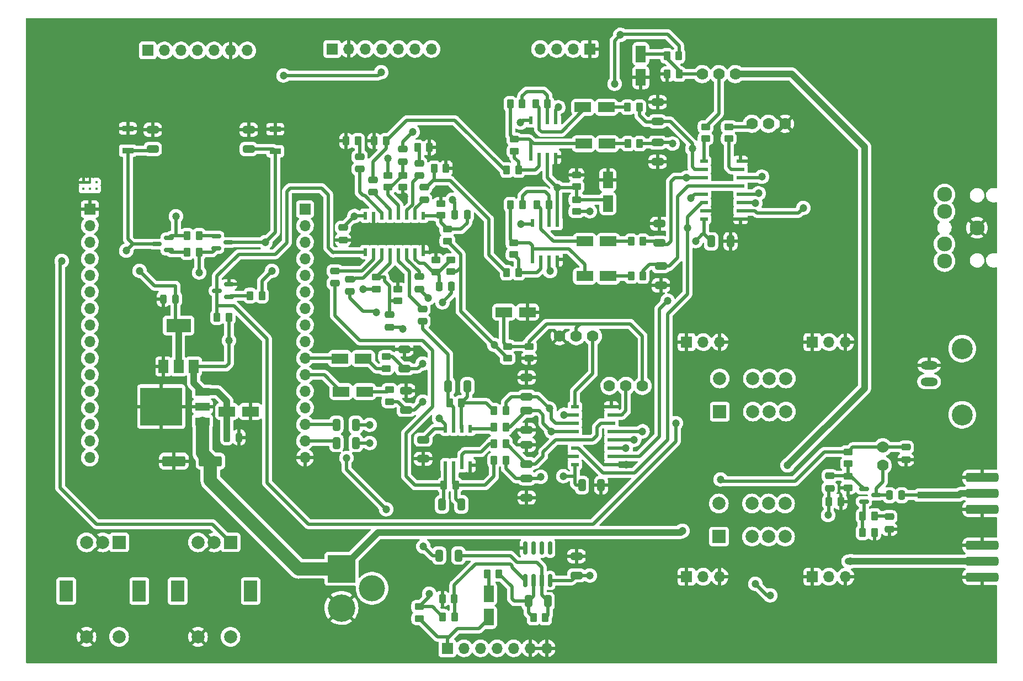
<source format=gbr>
%TF.GenerationSoftware,KiCad,Pcbnew,(6.0.10)*%
%TF.CreationDate,2023-02-15T21:48:44-05:00*%
%TF.ProjectId,SDR-Transceiver,5344522d-5472-4616-9e73-636569766572,rev?*%
%TF.SameCoordinates,Original*%
%TF.FileFunction,Copper,L1,Top*%
%TF.FilePolarity,Positive*%
%FSLAX46Y46*%
G04 Gerber Fmt 4.6, Leading zero omitted, Abs format (unit mm)*
G04 Created by KiCad (PCBNEW (6.0.10)) date 2023-02-15 21:48:44*
%MOMM*%
%LPD*%
G01*
G04 APERTURE LIST*
G04 Aperture macros list*
%AMRoundRect*
0 Rectangle with rounded corners*
0 $1 Rounding radius*
0 $2 $3 $4 $5 $6 $7 $8 $9 X,Y pos of 4 corners*
0 Add a 4 corners polygon primitive as box body*
4,1,4,$2,$3,$4,$5,$6,$7,$8,$9,$2,$3,0*
0 Add four circle primitives for the rounded corners*
1,1,$1+$1,$2,$3*
1,1,$1+$1,$4,$5*
1,1,$1+$1,$6,$7*
1,1,$1+$1,$8,$9*
0 Add four rect primitives between the rounded corners*
20,1,$1+$1,$2,$3,$4,$5,0*
20,1,$1+$1,$4,$5,$6,$7,0*
20,1,$1+$1,$6,$7,$8,$9,0*
20,1,$1+$1,$8,$9,$2,$3,0*%
G04 Aperture macros list end*
%TA.AperFunction,SMDPad,CuDef*%
%ADD10RoundRect,0.250000X-0.262500X-0.450000X0.262500X-0.450000X0.262500X0.450000X-0.262500X0.450000X0*%
%TD*%
%TA.AperFunction,SMDPad,CuDef*%
%ADD11RoundRect,0.250000X0.262500X0.450000X-0.262500X0.450000X-0.262500X-0.450000X0.262500X-0.450000X0*%
%TD*%
%TA.AperFunction,SMDPad,CuDef*%
%ADD12RoundRect,0.250000X-0.450000X0.262500X-0.450000X-0.262500X0.450000X-0.262500X0.450000X0.262500X0*%
%TD*%
%TA.AperFunction,SMDPad,CuDef*%
%ADD13RoundRect,0.150000X-0.150000X0.825000X-0.150000X-0.825000X0.150000X-0.825000X0.150000X0.825000X0*%
%TD*%
%TA.AperFunction,ComponentPad*%
%ADD14R,1.700000X1.700000*%
%TD*%
%TA.AperFunction,ComponentPad*%
%ADD15O,1.700000X1.700000*%
%TD*%
%TA.AperFunction,SMDPad,CuDef*%
%ADD16RoundRect,0.250000X-0.325000X-0.650000X0.325000X-0.650000X0.325000X0.650000X-0.325000X0.650000X0*%
%TD*%
%TA.AperFunction,SMDPad,CuDef*%
%ADD17RoundRect,0.250000X0.325000X0.650000X-0.325000X0.650000X-0.325000X-0.650000X0.325000X-0.650000X0*%
%TD*%
%TA.AperFunction,SMDPad,CuDef*%
%ADD18RoundRect,0.250000X0.650000X-0.325000X0.650000X0.325000X-0.650000X0.325000X-0.650000X-0.325000X0*%
%TD*%
%TA.AperFunction,SMDPad,CuDef*%
%ADD19RoundRect,0.250000X0.550000X-1.050000X0.550000X1.050000X-0.550000X1.050000X-0.550000X-1.050000X0*%
%TD*%
%TA.AperFunction,SMDPad,CuDef*%
%ADD20RoundRect,0.250000X0.450000X-0.262500X0.450000X0.262500X-0.450000X0.262500X-0.450000X-0.262500X0*%
%TD*%
%TA.AperFunction,SMDPad,CuDef*%
%ADD21RoundRect,0.250000X-0.650000X0.325000X-0.650000X-0.325000X0.650000X-0.325000X0.650000X0.325000X0*%
%TD*%
%TA.AperFunction,SMDPad,CuDef*%
%ADD22R,0.600000X1.200000*%
%TD*%
%TA.AperFunction,SMDPad,CuDef*%
%ADD23R,1.200000X0.600000*%
%TD*%
%TA.AperFunction,SMDPad,CuDef*%
%ADD24RoundRect,0.250000X-1.050000X-0.550000X1.050000X-0.550000X1.050000X0.550000X-1.050000X0.550000X0*%
%TD*%
%TA.AperFunction,SMDPad,CuDef*%
%ADD25RoundRect,0.350000X-2.150000X-0.350000X2.150000X-0.350000X2.150000X0.350000X-2.150000X0.350000X0*%
%TD*%
%TA.AperFunction,SMDPad,CuDef*%
%ADD26RoundRect,0.250000X-0.475000X0.250000X-0.475000X-0.250000X0.475000X-0.250000X0.475000X0.250000X0*%
%TD*%
%TA.AperFunction,ComponentPad*%
%ADD27C,2.300000*%
%TD*%
%TA.AperFunction,ComponentPad*%
%ADD28R,2.000000X2.000000*%
%TD*%
%TA.AperFunction,ComponentPad*%
%ADD29C,2.000000*%
%TD*%
%TA.AperFunction,SMDPad,CuDef*%
%ADD30RoundRect,0.150000X-0.587500X-0.150000X0.587500X-0.150000X0.587500X0.150000X-0.587500X0.150000X0*%
%TD*%
%TA.AperFunction,ComponentPad*%
%ADD31C,1.778000*%
%TD*%
%TA.AperFunction,SMDPad,CuDef*%
%ADD32R,1.700000X0.900000*%
%TD*%
%TA.AperFunction,SMDPad,CuDef*%
%ADD33RoundRect,0.250000X1.500000X0.550000X-1.500000X0.550000X-1.500000X-0.550000X1.500000X-0.550000X0*%
%TD*%
%TA.AperFunction,ComponentPad*%
%ADD34R,4.200000X4.200000*%
%TD*%
%TA.AperFunction,ComponentPad*%
%ADD35C,4.200000*%
%TD*%
%TA.AperFunction,ComponentPad*%
%ADD36C,4.000000*%
%TD*%
%TA.AperFunction,SMDPad,CuDef*%
%ADD37RoundRect,0.250000X0.475000X-0.250000X0.475000X0.250000X-0.475000X0.250000X-0.475000X-0.250000X0*%
%TD*%
%TA.AperFunction,ComponentPad*%
%ADD38R,1.000000X1.000000*%
%TD*%
%TA.AperFunction,SMDPad,CuDef*%
%ADD39RoundRect,0.250000X-0.250000X-0.475000X0.250000X-0.475000X0.250000X0.475000X-0.250000X0.475000X0*%
%TD*%
%TA.AperFunction,SMDPad,CuDef*%
%ADD40RoundRect,0.150000X0.587500X0.150000X-0.587500X0.150000X-0.587500X-0.150000X0.587500X-0.150000X0*%
%TD*%
%TA.AperFunction,ComponentPad*%
%ADD41R,2.000000X3.200000*%
%TD*%
%TA.AperFunction,SMDPad,CuDef*%
%ADD42R,2.200000X1.200000*%
%TD*%
%TA.AperFunction,SMDPad,CuDef*%
%ADD43R,6.400000X5.800000*%
%TD*%
%TA.AperFunction,SMDPad,CuDef*%
%ADD44RoundRect,0.250000X-0.550000X1.050000X-0.550000X-1.050000X0.550000X-1.050000X0.550000X1.050000X0*%
%TD*%
%TA.AperFunction,SMDPad,CuDef*%
%ADD45RoundRect,0.250000X0.250000X0.475000X-0.250000X0.475000X-0.250000X-0.475000X0.250000X-0.475000X0*%
%TD*%
%TA.AperFunction,SMDPad,CuDef*%
%ADD46RoundRect,0.243750X-0.243750X-0.456250X0.243750X-0.456250X0.243750X0.456250X-0.243750X0.456250X0*%
%TD*%
%TA.AperFunction,SMDPad,CuDef*%
%ADD47R,1.500000X2.000000*%
%TD*%
%TA.AperFunction,SMDPad,CuDef*%
%ADD48R,3.800000X2.000000*%
%TD*%
%TA.AperFunction,ComponentPad*%
%ADD49C,3.216000*%
%TD*%
%TA.AperFunction,ComponentPad*%
%ADD50O,2.616000X1.308000*%
%TD*%
%TA.AperFunction,SMDPad,CuDef*%
%ADD51RoundRect,0.243750X0.243750X0.456250X-0.243750X0.456250X-0.243750X-0.456250X0.243750X-0.456250X0*%
%TD*%
%TA.AperFunction,SMDPad,CuDef*%
%ADD52R,0.400000X0.400000*%
%TD*%
%TA.AperFunction,ViaPad*%
%ADD53C,1.200000*%
%TD*%
%TA.AperFunction,Conductor*%
%ADD54C,0.500000*%
%TD*%
%TA.AperFunction,Conductor*%
%ADD55C,2.000000*%
%TD*%
%TA.AperFunction,Conductor*%
%ADD56C,1.000000*%
%TD*%
G04 APERTURE END LIST*
D10*
%TO.P,R56,1,1*%
%TO.N,Net-(C54-Pad2)*%
X146177000Y-136909000D03*
%TO.P,R56,2,2*%
%TO.N,Net-(C54-Pad1)*%
X148002000Y-136909000D03*
%TD*%
%TO.P,R55,1,1*%
%TO.N,Net-(C52-Pad2)*%
X139065000Y-130175000D03*
%TO.P,R55,2,2*%
%TO.N,Net-(C54-Pad2)*%
X140890000Y-130175000D03*
%TD*%
D11*
%TO.P,R54,1,1*%
%TO.N,Net-(U11-Pad5)*%
X134032000Y-133985000D03*
%TO.P,R54,2,2*%
%TO.N,GND*%
X132207000Y-133985000D03*
%TD*%
D10*
%TO.P,R53,1,1*%
%TO.N,+5V*%
X132239000Y-136779000D03*
%TO.P,R53,2,2*%
%TO.N,Net-(U11-Pad5)*%
X134064000Y-136779000D03*
%TD*%
D12*
%TO.P,R52,1,1*%
%TO.N,+5V*%
X128651000Y-135208000D03*
%TO.P,R52,2,2*%
%TO.N,MICIN*%
X128651000Y-137033000D03*
%TD*%
D13*
%TO.P,U11,2*%
%TO.N,N/C*%
X147447000Y-126241000D03*
%TO.P,U11,8,P$V+*%
%TO.N,+5V*%
X148717000Y-131191000D03*
%TO.P,U11,4,P$V-*%
%TO.N,GND*%
X144907000Y-126241000D03*
%TO.P,U11,1*%
%TO.N,N/C*%
X148717000Y-126241000D03*
%TO.P,U11,5,+IN*%
%TO.N,Net-(U11-Pad5)*%
X144907000Y-131191000D03*
%TO.P,U11,7,OUT*%
%TO.N,Net-(C54-Pad1)*%
X147447000Y-131191000D03*
%TO.P,U11,3*%
%TO.N,N/C*%
X146177000Y-126241000D03*
%TO.P,U11,6,-IN*%
%TO.N,Net-(C54-Pad2)*%
X146177000Y-131191000D03*
%TD*%
D14*
%TO.P,J12,1,Pin_1*%
%TO.N,MICIN*%
X132969000Y-141605000D03*
D15*
%TO.P,J12,2,Pin_2*%
%TO.N,unconnected-(J12-Pad2)*%
X135509000Y-141605000D03*
%TO.P,J12,3,Pin_3*%
%TO.N,FREQUPDN*%
X138049000Y-141605000D03*
%TO.P,J12,4,Pin_4*%
%TO.N,unconnected-(J12-Pad4)*%
X140589000Y-141605000D03*
%TO.P,J12,5,Pin_5*%
%TO.N,PTT*%
X143129000Y-141605000D03*
%TO.P,J12,6,Pin_6*%
%TO.N,GND*%
X145669000Y-141605000D03*
%TO.P,J12,7,Pin_7*%
X148209000Y-141605000D03*
%TD*%
D16*
%TO.P,C55,1*%
%TO.N,/Audio Switch/INL2*%
X131699000Y-127381000D03*
%TO.P,C55,2*%
%TO.N,Net-(C54-Pad1)*%
X134649000Y-127381000D03*
%TD*%
D17*
%TO.P,C54,1*%
%TO.N,Net-(C54-Pad1)*%
X148365000Y-134369000D03*
%TO.P,C54,2*%
%TO.N,Net-(C54-Pad2)*%
X145415000Y-134369000D03*
%TD*%
D18*
%TO.P,C53,1*%
%TO.N,+5V*%
X152781000Y-130429000D03*
%TO.P,C53,2*%
%TO.N,GND*%
X152781000Y-127479000D03*
%TD*%
D19*
%TO.P,C52,1*%
%TO.N,MICIN*%
X139319000Y-136823000D03*
%TO.P,C52,2*%
%TO.N,Net-(C52-Pad2)*%
X139319000Y-133223000D03*
%TD*%
D20*
%TO.P,R20,1,1*%
%TO.N,Net-(R20-Pad1)*%
X176149000Y-63420000D03*
%TO.P,R20,2,2*%
%TO.N,Net-(R20-Pad2)*%
X176149000Y-61595000D03*
%TD*%
D21*
%TO.P,C20,1*%
%TO.N,GND*%
X165227000Y-57832000D03*
%TO.P,C20,2*%
%TO.N,Encoder-180*%
X165227000Y-60782000D03*
%TD*%
D11*
%TO.P,R45,1,1*%
%TO.N,RTS*%
X94869000Y-80850000D03*
%TO.P,R45,2,2*%
%TO.N,Net-(Q5-Pad1)*%
X93044000Y-80850000D03*
%TD*%
D18*
%TO.P,C19,1*%
%TO.N,GND*%
X165227000Y-66976000D03*
%TO.P,C19,2*%
%TO.N,Encoder-0*%
X165227000Y-64026000D03*
%TD*%
D22*
%TO.P,U2,1*%
%TO.N,/Audio Switch/INL1*%
X132693993Y-113535314D03*
%TO.P,U2,2,-*%
%TO.N,Net-(C15-Pad1)*%
X133963993Y-113535314D03*
%TO.P,U2,3,+*%
%TO.N,Net-(R3-Pad2)*%
X135233993Y-113535314D03*
%TO.P,U2,4,V-*%
%TO.N,GND*%
X136503993Y-113535314D03*
%TO.P,U2,5,+*%
%TO.N,Net-(R4-Pad2)*%
X136503993Y-107935314D03*
%TO.P,U2,6,-*%
%TO.N,Net-(C16-Pad1)*%
X135233993Y-107935314D03*
%TO.P,U2,7*%
%TO.N,/Audio Switch/INR1*%
X133963993Y-107935314D03*
%TO.P,U2,8,V+*%
%TO.N,+5V*%
X132693993Y-107935314D03*
%TD*%
D20*
%TO.P,R23,1,1*%
%TO.N,+5V*%
X122047000Y-86487000D03*
%TO.P,R23,2,2*%
%TO.N,Net-(C39-Pad2)*%
X122047000Y-84662000D03*
%TD*%
D23*
%TO.P,U1,1,OE1*%
%TO.N,GND*%
X158127000Y-113411000D03*
%TO.P,U1,2,S1*%
%TO.N,LO-0*%
X158127000Y-112141000D03*
%TO.P,U1,3,1B4*%
%TO.N,Detector-0*%
X158127000Y-110871000D03*
%TO.P,U1,4,1B3*%
%TO.N,Detector-90*%
X158127000Y-109601000D03*
%TO.P,U1,5,1B2*%
%TO.N,Detector-270*%
X158127000Y-108331000D03*
%TO.P,U1,6,1B1*%
%TO.N,Detector-180*%
X158127000Y-107061000D03*
%TO.P,U1,7,1A*%
%TO.N,Net-(T3-PadC2B)*%
X158127000Y-105791000D03*
%TO.P,U1,8,GND*%
%TO.N,GND*%
X158127000Y-104521000D03*
%TO.P,U1,9,2A*%
%TO.N,Net-(T3-PadC3A)*%
X152527000Y-104521000D03*
%TO.P,U1,10,2B1*%
%TO.N,Detector-0*%
X152527000Y-105791000D03*
%TO.P,U1,11,2B2*%
%TO.N,Detector-90*%
X152527000Y-107061000D03*
%TO.P,U1,12,2B3*%
%TO.N,Detector-270*%
X152527000Y-108331000D03*
%TO.P,U1,13,2B4*%
%TO.N,Detector-180*%
X152527000Y-109601000D03*
%TO.P,U1,14,S0*%
%TO.N,LO-90*%
X152527000Y-110871000D03*
%TO.P,U1,15,OE2*%
%TO.N,GND*%
X152527000Y-112141000D03*
%TO.P,U1,16,VCC*%
%TO.N,+5V*%
X152527000Y-113411000D03*
%TD*%
D20*
%TO.P,R22,1,1*%
%TO.N,Net-(C26-Pad2)*%
X123571000Y-98679000D03*
%TO.P,R22,2,2*%
%TO.N,/Audio Switch/OUTR*%
X123571000Y-96854000D03*
%TD*%
D11*
%TO.P,R5,1,1*%
%TO.N,Net-(C15-Pad1)*%
X134262000Y-116576594D03*
%TO.P,R5,2,2*%
%TO.N,/Audio Switch/INL1*%
X132437000Y-116576594D03*
%TD*%
D20*
%TO.P,R19,1,1*%
%TO.N,Net-(R19-Pad1)*%
X172593000Y-63420000D03*
%TO.P,R19,2,2*%
%TO.N,Net-(R19-Pad2)*%
X172593000Y-61595000D03*
%TD*%
D10*
%TO.P,R47,1,1*%
%TO.N,T{slash}R*%
X97616000Y-90805000D03*
%TO.P,R47,2,2*%
%TO.N,+5V*%
X99441000Y-90805000D03*
%TD*%
D24*
%TO.P,C44,1*%
%TO.N,+5V*%
X99143000Y-105283000D03*
%TO.P,C44,2*%
%TO.N,GND*%
X102743000Y-105283000D03*
%TD*%
D10*
%TO.P,R51,1,1*%
%TO.N,GND*%
X166704000Y-53514000D03*
%TO.P,R51,2,2*%
%TO.N,Net-(C49-Pad1)*%
X168529000Y-53514000D03*
%TD*%
D11*
%TO.P,R36,1,1*%
%TO.N,Net-(C2-Pad2)*%
X198503800Y-121305500D03*
%TO.P,R36,2,2*%
%TO.N,Net-(Q3-Pad2)*%
X196678800Y-121305500D03*
%TD*%
D10*
%TO.P,R14,1,1*%
%TO.N,/Audio Switch/OUTR2*%
X142074500Y-83994000D03*
%TO.P,R14,2,2*%
%TO.N,Net-(R14-Pad2)*%
X143899500Y-83994000D03*
%TD*%
D25*
%TO.P,J7,1,1*%
%TO.N,/LPF/IN-LPF*%
X215028780Y-128262380D03*
%TO.P,J7,2,2*%
%TO.N,GND*%
X215011000Y-125841760D03*
X215028780Y-130683000D03*
%TD*%
D26*
%TO.P,C37,1*%
%TO.N,/Audio Amp/AUDIO-AMP-IN*%
X119507000Y-66187000D03*
%TO.P,C37,2*%
%TO.N,Net-(C37-Pad2)*%
X119507000Y-68087000D03*
%TD*%
D27*
%TO.P,J8,RING,RING*%
%TO.N,unconnected-(J8-PadRING)*%
X209249000Y-82189000D03*
%TO.P,J8,RSH,RSH*%
%TO.N,unconnected-(J8-PadRSH)*%
X209249000Y-79589000D03*
%TO.P,J8,SLEEVE,SLEEVE*%
%TO.N,GND*%
X214249000Y-77089000D03*
%TO.P,J8,TIP,TIP*%
%TO.N,Net-(J8-PadTIP)*%
X209249000Y-71989000D03*
%TO.P,J8,TSH,TSH*%
X209249000Y-74589000D03*
%TD*%
D11*
%TO.P,R2,1,1*%
%TO.N,Detector-90*%
X141962000Y-105146594D03*
%TO.P,R2,2,2*%
%TO.N,Net-(C16-Pad1)*%
X140137000Y-105146594D03*
%TD*%
D14*
%TO.P,J11,1,Pin_1*%
%TO.N,GND*%
X154813000Y-49657000D03*
D15*
%TO.P,J11,2,Pin_2*%
%TO.N,+5V*%
X152273000Y-49657000D03*
%TO.P,J11,3,Pin_3*%
%TO.N,SDA*%
X149733000Y-49657000D03*
%TO.P,J11,4,Pin_4*%
%TO.N,SCL*%
X147193000Y-49657000D03*
%TD*%
D12*
%TO.P,R42,1,1*%
%TO.N,+2V5*%
X142211000Y-95281000D03*
%TO.P,R42,2,2*%
%TO.N,+5V*%
X142211000Y-97106000D03*
%TD*%
D20*
%TO.P,R15,1,1*%
%TO.N,Net-(R14-Pad2)*%
X143129000Y-81200000D03*
%TO.P,R15,2,2*%
%TO.N,Net-(C7-Pad1)*%
X143129000Y-79375000D03*
%TD*%
D16*
%TO.P,C25,1*%
%TO.N,Net-(C25-Pad1)*%
X115951000Y-110109000D03*
%TO.P,C25,2*%
%TO.N,/Audio Switch/INR*%
X118901000Y-110109000D03*
%TD*%
D17*
%TO.P,C15,1*%
%TO.N,Net-(C15-Pad1)*%
X135102000Y-119535314D03*
%TO.P,C15,2*%
%TO.N,/Audio Switch/INL1*%
X132152000Y-119535314D03*
%TD*%
D18*
%TO.P,C14,1*%
%TO.N,GND*%
X145137000Y-108096594D03*
%TO.P,C14,2*%
%TO.N,Detector-270*%
X145137000Y-105146594D03*
%TD*%
D20*
%TO.P,R33,1,1*%
%TO.N,Net-(C1-Pad2)*%
X194439800Y-113299500D03*
%TO.P,R33,2,2*%
%TO.N,+12V*%
X194439800Y-111474500D03*
%TD*%
%TO.P,R43,1,1*%
%TO.N,GND*%
X145513000Y-97106000D03*
%TO.P,R43,2,2*%
%TO.N,+2V5*%
X145513000Y-95281000D03*
%TD*%
D28*
%TO.P,K1,1*%
%TO.N,+12V*%
X174627800Y-124475500D03*
D29*
%TO.P,K1,3*%
%TO.N,/RF Switch/To-Det*%
X179707800Y-124475500D03*
%TO.P,K1,4*%
%TO.N,/BPF/BPF-OUT*%
X182247800Y-124475500D03*
%TO.P,K1,5*%
%TO.N,/PA/PA-IN*%
X184787800Y-124475500D03*
%TO.P,K1,8*%
%TO.N,/RF Switch/From-Enc*%
X184787800Y-119395500D03*
%TO.P,K1,9*%
%TO.N,/BPF/BPF-IN*%
X182247800Y-119395500D03*
%TO.P,K1,10*%
%TO.N,Net-(K1-Pad10)*%
X179707800Y-119395500D03*
%TO.P,K1,12*%
%TO.N,RELAY-ON*%
X174627800Y-119395500D03*
%TD*%
D14*
%TO.P,J10,1,Pin_1*%
%TO.N,DTR*%
X87015000Y-49886000D03*
D15*
%TO.P,J10,2,Pin_2*%
%TO.N,RX0*%
X89555000Y-49886000D03*
%TO.P,J10,3,Pin_3*%
%TO.N,TX0*%
X92095000Y-49886000D03*
%TO.P,J10,4,Pin_4*%
%TO.N,unconnected-(J10-Pad4)*%
X94635000Y-49886000D03*
%TO.P,J10,5,Pin_5*%
%TO.N,unconnected-(J10-Pad5)*%
X97175000Y-49886000D03*
%TO.P,J10,6,Pin_6*%
%TO.N,GND*%
X99715000Y-49886000D03*
%TO.P,J10,7,Pin_7*%
%TO.N,RTS*%
X102255000Y-49886000D03*
%TD*%
D26*
%TO.P,C34,1*%
%TO.N,/Audio Switch/OUTR2*%
X129413000Y-70876500D03*
%TO.P,C34,2*%
%TO.N,Net-(C34-Pad2)*%
X129413000Y-72776500D03*
%TD*%
D12*
%TO.P,R48,1,1*%
%TO.N,Encoder2.5*%
X152781000Y-72771000D03*
%TO.P,R48,2,2*%
%TO.N,+5V*%
X152781000Y-74596000D03*
%TD*%
D21*
%TO.P,C22,1*%
%TO.N,GND*%
X165481000Y-76472000D03*
%TO.P,C22,2*%
%TO.N,Encoder-270*%
X165481000Y-79422000D03*
%TD*%
D11*
%TO.P,R12,1,1*%
%TO.N,Net-(R12-Pad1)*%
X148336000Y-58086000D03*
%TO.P,R12,2,2*%
%TO.N,Net-(C6-Pad1)*%
X146511000Y-58086000D03*
%TD*%
%TO.P,R37,1,1*%
%TO.N,GND*%
X193320300Y-119141500D03*
%TO.P,R37,2,2*%
%TO.N,/PA/PA-IN*%
X191495300Y-119141500D03*
%TD*%
D30*
%TO.P,Q4,1,B*%
%TO.N,Net-(Q4-Pad1)*%
X97487500Y-78376000D03*
%TO.P,Q4,2,E*%
%TO.N,RTS*%
X97487500Y-80276000D03*
%TO.P,Q4,3,C*%
%TO.N,EN*%
X99362500Y-79326000D03*
%TD*%
D21*
%TO.P,C29,1*%
%TO.N,GND*%
X126365000Y-95725000D03*
%TO.P,C29,2*%
%TO.N,/Audio Switch/OUTR*%
X126365000Y-98675000D03*
%TD*%
D31*
%TO.P,T3,C1A,C1A*%
%TO.N,GND*%
X150217000Y-93716594D03*
%TO.P,T3,C1B,C1B*%
%TO.N,/RF Switch/To-Det*%
X157837000Y-101336594D03*
%TO.P,T3,C2A,C2A*%
%TO.N,+2V5*%
X152757000Y-93716594D03*
%TO.P,T3,C2B,C2B*%
%TO.N,Net-(T3-PadC2B)*%
X160377000Y-101336594D03*
%TO.P,T3,C3A,C3A*%
%TO.N,Net-(T3-PadC3A)*%
X155297000Y-93716594D03*
%TO.P,T3,C3B,C3B*%
%TO.N,+2V5*%
X162917000Y-101336594D03*
%TD*%
D11*
%TO.P,R18,1,1*%
%TO.N,Net-(R17-Pad2)*%
X148568798Y-73554000D03*
%TO.P,R18,2,2*%
%TO.N,Net-(C8-Pad1)*%
X146743798Y-73554000D03*
%TD*%
D20*
%TO.P,R27,1,1*%
%TO.N,Net-(C41-Pad1)*%
X131953000Y-75199000D03*
%TO.P,R27,2,2*%
%TO.N,GND*%
X131953000Y-73374000D03*
%TD*%
D10*
%TO.P,R9,1,1*%
%TO.N,Net-(C7-Pad2)*%
X161154500Y-84502000D03*
%TO.P,R9,2,2*%
%TO.N,Encoder-90*%
X162979500Y-84502000D03*
%TD*%
D15*
%TO.P,U10,0,0*%
%TO.N,LO-0*%
X130538000Y-49657000D03*
%TO.P,U10,1,1*%
%TO.N,unconnected-(U10-Pad1)*%
X127998000Y-49657000D03*
%TO.P,U10,2,2*%
%TO.N,LO-90*%
X125458000Y-49657000D03*
%TO.P,U10,GND,GND*%
%TO.N,GND*%
X117838000Y-49657000D03*
%TO.P,U10,SCL,SCL*%
%TO.N,SCL*%
X122918000Y-49657000D03*
%TO.P,U10,SDA,SDA*%
%TO.N,SDA*%
X120378000Y-49657000D03*
D14*
%TO.P,U10,VIN,VIN*%
%TO.N,+5V*%
X115298000Y-49657000D03*
%TD*%
D26*
%TO.P,C36,1*%
%TO.N,/Audio Switch/OUTL2*%
X121539000Y-69743000D03*
%TO.P,C36,2*%
%TO.N,Net-(C36-Pad2)*%
X121539000Y-71643000D03*
%TD*%
D12*
%TO.P,R29,1,1*%
%TO.N,Net-(C42-Pad1)*%
X126111000Y-69056000D03*
%TO.P,R29,2,2*%
%TO.N,GND*%
X126111000Y-70881000D03*
%TD*%
D20*
%TO.P,R11,1,1*%
%TO.N,Net-(R11-Pad1)*%
X143256000Y-65348500D03*
%TO.P,R11,2,2*%
%TO.N,Net-(C5-Pad1)*%
X143256000Y-63523500D03*
%TD*%
D32*
%TO.P,SW4,1*%
%TO.N,GND*%
X83947000Y-61858000D03*
%TO.P,SW4,2*%
%TO.N,IO0*%
X83947000Y-65258000D03*
%TD*%
D33*
%TO.P,C43,1*%
%TO.N,+12V*%
X96606000Y-112908000D03*
%TO.P,C43,2*%
%TO.N,GND*%
X91006000Y-112908000D03*
%TD*%
D10*
%TO.P,R13,1,1*%
%TO.N,/Audio Switch/OUTL2*%
X142066000Y-68246000D03*
%TO.P,R13,2,2*%
%TO.N,Net-(R11-Pad1)*%
X143891000Y-68246000D03*
%TD*%
D31*
%TO.P,L1,1,1*%
%TO.N,Net-(C3-Pad1)*%
X199773800Y-113553500D03*
%TO.P,L1,2,2*%
%TO.N,+12V*%
X199773800Y-110759500D03*
%TD*%
D16*
%TO.P,C27,1*%
%TO.N,Net-(C27-Pad1)*%
X115951000Y-107315000D03*
%TO.P,C27,2*%
%TO.N,/Audio Switch/INL*%
X118901000Y-107315000D03*
%TD*%
D11*
%TO.P,R6,1,1*%
%TO.N,Net-(C16-Pad1)*%
X135124064Y-103966594D03*
%TO.P,R6,2,2*%
%TO.N,/Audio Switch/INR1*%
X133299064Y-103966594D03*
%TD*%
D20*
%TO.P,R25,1,1*%
%TO.N,+5V*%
X133477000Y-83843500D03*
%TO.P,R25,2,2*%
%TO.N,Net-(C40-Pad2)*%
X133477000Y-82018500D03*
%TD*%
D26*
%TO.P,C35,1*%
%TO.N,/Audio Switch/OUTR1*%
X128651000Y-67203000D03*
%TO.P,C35,2*%
%TO.N,Net-(C35-Pad2)*%
X128651000Y-69103000D03*
%TD*%
D17*
%TO.P,C17,1*%
%TO.N,GND*%
X176403000Y-79168000D03*
%TO.P,C17,2*%
%TO.N,+5V*%
X173453000Y-79168000D03*
%TD*%
D34*
%TO.P,J9,1*%
%TO.N,+12V*%
X116713000Y-129413000D03*
D35*
%TO.P,J9,2*%
%TO.N,GND*%
X116713000Y-135413000D03*
D36*
%TO.P,J9,3*%
%TO.N,unconnected-(J9-Pad3)*%
X121413000Y-132413000D03*
%TD*%
D17*
%TO.P,C16,1*%
%TO.N,Net-(C16-Pad1)*%
X136045759Y-101426594D03*
%TO.P,C16,2*%
%TO.N,/Audio Switch/INR1*%
X133095759Y-101426594D03*
%TD*%
D14*
%TO.P,J4,1,Pin_1*%
%TO.N,GND*%
X188994300Y-130625000D03*
D15*
%TO.P,J4,2,Pin_2*%
%TO.N,/LPF/IN-LPF*%
X191534300Y-130625000D03*
%TO.P,J4,3,Pin_3*%
%TO.N,GND*%
X194074300Y-130625000D03*
%TD*%
D14*
%TO.P,J2,1,Pin_1*%
%TO.N,GND*%
X169690300Y-130625000D03*
D15*
%TO.P,J2,2,Pin_2*%
%TO.N,/BPF/BPF-IN*%
X172230300Y-130625000D03*
%TO.P,J2,3,Pin_3*%
%TO.N,GND*%
X174770300Y-130625000D03*
%TD*%
D22*
%TO.P,U5,1*%
%TO.N,Net-(C7-Pad1)*%
X146051298Y-81974000D03*
%TO.P,U5,2,-*%
%TO.N,Net-(R14-Pad2)*%
X147321298Y-81974000D03*
%TO.P,U5,3,+*%
%TO.N,Encoder2.5*%
X148591298Y-81974000D03*
%TO.P,U5,4,V-*%
%TO.N,GND*%
X149861298Y-81974000D03*
%TO.P,U5,5,+*%
%TO.N,Encoder2.5*%
X149861298Y-76374000D03*
%TO.P,U5,6,-*%
%TO.N,Net-(R17-Pad2)*%
X148591298Y-76374000D03*
%TO.P,U5,7*%
%TO.N,Net-(C8-Pad1)*%
X147321298Y-76374000D03*
%TO.P,U5,8,V+*%
%TO.N,+5V*%
X146051298Y-76374000D03*
%TD*%
D21*
%TO.P,C12,1*%
%TO.N,GND*%
X145137000Y-100066594D03*
%TO.P,C12,2*%
%TO.N,Detector-90*%
X145137000Y-103016594D03*
%TD*%
%TO.P,C28,1*%
%TO.N,GND*%
X126619000Y-102079000D03*
%TO.P,C28,2*%
%TO.N,/Audio Switch/OUTL*%
X126619000Y-105029000D03*
%TD*%
D24*
%TO.P,C26,1*%
%TO.N,Net-(C26-Pad1)*%
X116459000Y-97155000D03*
%TO.P,C26,2*%
%TO.N,Net-(C26-Pad2)*%
X120059000Y-97155000D03*
%TD*%
D18*
%TO.P,C10,1*%
%TO.N,GND*%
X129262000Y-112541594D03*
%TO.P,C10,2*%
%TO.N,+5V*%
X129262000Y-109591594D03*
%TD*%
D26*
%TO.P,C38,1*%
%TO.N,+5V*%
X116967000Y-77043000D03*
%TO.P,C38,2*%
%TO.N,GND*%
X116967000Y-78943000D03*
%TD*%
D11*
%TO.P,R4,1,1*%
%TO.N,Detector-270*%
X141962000Y-107686594D03*
%TO.P,R4,2,2*%
%TO.N,Net-(R4-Pad2)*%
X140137000Y-107686594D03*
%TD*%
D21*
%TO.P,C13,1*%
%TO.N,GND*%
X145137000Y-110375342D03*
%TO.P,C13,2*%
%TO.N,Detector-180*%
X145137000Y-113325342D03*
%TD*%
D37*
%TO.P,C30,1*%
%TO.N,/Audio Switch/INL1*%
X115697000Y-85593000D03*
%TO.P,C30,2*%
%TO.N,Net-(C30-Pad2)*%
X115697000Y-83693000D03*
%TD*%
D20*
%TO.P,R26,1,1*%
%TO.N,Net-(C40-Pad2)*%
X131191000Y-83882000D03*
%TO.P,R26,2,2*%
%TO.N,GND*%
X131191000Y-82057000D03*
%TD*%
D38*
%TO.P,TP1,1,1*%
%TO.N,Net-(C3-Pad2)*%
X205615800Y-118125500D03*
%TD*%
D10*
%TO.P,R7,1,1*%
%TO.N,Net-(C5-Pad2)*%
X160655000Y-64182000D03*
%TO.P,R7,2,2*%
%TO.N,Encoder-0*%
X162480000Y-64182000D03*
%TD*%
D39*
%TO.P,C3,1*%
%TO.N,Net-(C3-Pad1)*%
X200789800Y-118125500D03*
%TO.P,C3,2*%
%TO.N,Net-(C3-Pad2)*%
X202689800Y-118125500D03*
%TD*%
D10*
%TO.P,R8,1,1*%
%TO.N,Net-(C6-Pad2)*%
X160608000Y-58594000D03*
%TO.P,R8,2,2*%
%TO.N,Encoder-180*%
X162433000Y-58594000D03*
%TD*%
D25*
%TO.P,J6,1,1*%
%TO.N,Net-(C3-Pad2)*%
X215028780Y-117848380D03*
%TO.P,J6,2,2*%
%TO.N,GND*%
X215028780Y-120269000D03*
X215011000Y-115427760D03*
%TD*%
D40*
%TO.P,Q6,1,G*%
%TO.N,Net-(Q6-Pad1)*%
X99491000Y-87691000D03*
%TO.P,Q6,2,S*%
%TO.N,GND*%
X99491000Y-85791000D03*
%TO.P,Q6,3,D*%
%TO.N,T{slash}R*%
X97616000Y-86741000D03*
%TD*%
D21*
%TO.P,C51,1*%
%TO.N,GND*%
X102489000Y-62054000D03*
%TO.P,C51,2*%
%TO.N,EN*%
X102489000Y-65004000D03*
%TD*%
D11*
%TO.P,R46,1,1*%
%TO.N,GPIO21*%
X104521000Y-87503000D03*
%TO.P,R46,2,2*%
%TO.N,Net-(Q6-Pad1)*%
X102696000Y-87503000D03*
%TD*%
D19*
%TO.P,C48,1*%
%TO.N,Encoder2.5*%
X157607000Y-73370000D03*
%TO.P,C48,2*%
%TO.N,GND*%
X157607000Y-69770000D03*
%TD*%
D28*
%TO.P,SW3,A,A*%
%TO.N,GPIO34*%
X99695000Y-125349000D03*
D29*
%TO.P,SW3,B,B*%
%TO.N,GPIO15*%
X94695000Y-125349000D03*
%TO.P,SW3,C,C*%
%TO.N,GND*%
X97195000Y-125349000D03*
D41*
%TO.P,SW3,MP*%
%TO.N,N/C*%
X102795000Y-132849000D03*
X91595000Y-132849000D03*
D29*
%TO.P,SW3,S1,S1*%
%TO.N,GND*%
X94695000Y-139849000D03*
%TO.P,SW3,S2,S2*%
%TO.N,GPIO4*%
X99695000Y-139849000D03*
%TD*%
D32*
%TO.P,SW1,1*%
%TO.N,GND*%
X106553000Y-61956000D03*
%TO.P,SW1,2*%
%TO.N,EN*%
X106553000Y-65356000D03*
%TD*%
D10*
%TO.P,R50,1,1*%
%TO.N,Net-(C49-Pad1)*%
X166657000Y-50720000D03*
%TO.P,R50,2,2*%
%TO.N,+5V*%
X168482000Y-50720000D03*
%TD*%
D22*
%TO.P,U7,1,S*%
%TO.N,T{slash}R*%
X120397298Y-80823000D03*
%TO.P,U7,2,1B1*%
%TO.N,Net-(C30-Pad2)*%
X121667298Y-80823000D03*
%TO.P,U7,3,1B2*%
%TO.N,Net-(C31-Pad2)*%
X122937298Y-80823000D03*
%TO.P,U7,4,1A*%
%TO.N,Net-(C39-Pad2)*%
X124207298Y-80823000D03*
%TO.P,U7,5,2B1*%
%TO.N,Net-(C32-Pad2)*%
X125477298Y-80823000D03*
%TO.P,U7,6,2B2*%
%TO.N,Net-(C33-Pad2)*%
X126747298Y-80823000D03*
%TO.P,U7,7,2A*%
%TO.N,Net-(C40-Pad2)*%
X128017298Y-80823000D03*
%TO.P,U7,8,GND*%
%TO.N,GND*%
X129287298Y-80823000D03*
%TO.P,U7,9,3A*%
%TO.N,Net-(C41-Pad1)*%
X129287298Y-75223000D03*
%TO.P,U7,10,3B2*%
%TO.N,Net-(C34-Pad2)*%
X128017298Y-75223000D03*
%TO.P,U7,11,3B1*%
%TO.N,Net-(C35-Pad2)*%
X126747298Y-75223000D03*
%TO.P,U7,12,4A*%
%TO.N,Net-(C42-Pad1)*%
X125477298Y-75223000D03*
%TO.P,U7,13,4B2*%
%TO.N,Net-(C36-Pad2)*%
X124207298Y-75223000D03*
%TO.P,U7,14,4B1*%
%TO.N,Net-(C37-Pad2)*%
X122937298Y-75223000D03*
%TO.P,U7,15,OE*%
%TO.N,GND*%
X121667298Y-75223000D03*
%TO.P,U7,16,VCC*%
%TO.N,+5V*%
X120397298Y-75223000D03*
%TD*%
D42*
%TO.P,U8,1,IN*%
%TO.N,+12V*%
X95377000Y-106807000D03*
%TO.P,U8,2,GND*%
%TO.N,GND*%
X95377000Y-104527000D03*
D43*
X89077000Y-104527000D03*
D42*
%TO.P,U8,3,OUT*%
%TO.N,+5V*%
X95377000Y-102247000D03*
%TD*%
D44*
%TO.P,C49,1*%
%TO.N,Net-(C49-Pad1)*%
X162640000Y-50422000D03*
%TO.P,C49,2*%
%TO.N,GND*%
X162640000Y-54022000D03*
%TD*%
D10*
%TO.P,R44,1,1*%
%TO.N,DTR*%
X93044000Y-78310000D03*
%TO.P,R44,2,2*%
%TO.N,Net-(Q4-Pad1)*%
X94869000Y-78310000D03*
%TD*%
D45*
%TO.P,C41,1*%
%TO.N,Net-(C41-Pad1)*%
X136017000Y-75057000D03*
%TO.P,C41,2*%
%TO.N,/Audio Switch/OUTR*%
X134117000Y-75057000D03*
%TD*%
D10*
%TO.P,R38,1,1*%
%TO.N,/Audio Switch/OUTR2*%
X130937000Y-67965000D03*
%TO.P,R38,2,2*%
%TO.N,GND*%
X132762000Y-67965000D03*
%TD*%
D14*
%TO.P,J3,1,Pin_1*%
%TO.N,GND*%
X169690300Y-94625000D03*
D15*
%TO.P,J3,2,Pin_2*%
%TO.N,/BPF/BPF-OUT*%
X172230300Y-94625000D03*
%TO.P,J3,3,Pin_3*%
%TO.N,GND*%
X174770300Y-94625000D03*
%TD*%
D17*
%TO.P,C9,1*%
%TO.N,GND*%
X156567000Y-116576594D03*
%TO.P,C9,2*%
%TO.N,+5V*%
X153617000Y-116576594D03*
%TD*%
D24*
%TO.P,C5,1*%
%TO.N,Net-(C5-Pad1)*%
X153889000Y-64182000D03*
%TO.P,C5,2*%
%TO.N,Net-(C5-Pad2)*%
X157489000Y-64182000D03*
%TD*%
D37*
%TO.P,C42,1*%
%TO.N,Net-(C42-Pad1)*%
X126111000Y-66939000D03*
%TO.P,C42,2*%
%TO.N,/Audio Switch/OUTL*%
X126111000Y-65039000D03*
%TD*%
D22*
%TO.P,U4,1*%
%TO.N,Net-(C5-Pad1)*%
X145796000Y-66226000D03*
%TO.P,U4,2,-*%
%TO.N,Net-(R11-Pad1)*%
X147066000Y-66226000D03*
%TO.P,U4,3,+*%
%TO.N,Encoder2.5*%
X148336000Y-66226000D03*
%TO.P,U4,4,V-*%
%TO.N,GND*%
X149606000Y-66226000D03*
%TO.P,U4,5,+*%
%TO.N,Encoder2.5*%
X149606000Y-60626000D03*
%TO.P,U4,6,-*%
%TO.N,Net-(R12-Pad1)*%
X148336000Y-60626000D03*
%TO.P,U4,7*%
%TO.N,Net-(C6-Pad1)*%
X147066000Y-60626000D03*
%TO.P,U4,8,V+*%
%TO.N,+5V*%
X145796000Y-60626000D03*
%TD*%
D30*
%TO.P,Q3,1,B*%
%TO.N,Net-(C1-Pad2)*%
X196882800Y-117175500D03*
%TO.P,Q3,2,E*%
%TO.N,Net-(Q3-Pad2)*%
X196882800Y-119075500D03*
%TO.P,Q3,3,C*%
%TO.N,Net-(C3-Pad1)*%
X198757800Y-118125500D03*
%TD*%
D14*
%TO.P,J5,1,Pin_1*%
%TO.N,GND*%
X188994300Y-94625000D03*
D15*
%TO.P,J5,2,Pin_2*%
%TO.N,/LPF/OUT-LPF*%
X191534300Y-94625000D03*
%TO.P,J5,3,Pin_3*%
%TO.N,GND*%
X194074300Y-94625000D03*
%TD*%
D28*
%TO.P,K2,1*%
%TO.N,+12V*%
X174770300Y-105293000D03*
D29*
%TO.P,K2,3*%
%TO.N,Net-(K1-Pad10)*%
X179850300Y-105293000D03*
%TO.P,K2,4*%
%TO.N,/RF Switch/Antenna*%
X182390300Y-105293000D03*
%TO.P,K2,5*%
%TO.N,/LPF/OUT-LPF*%
X184930300Y-105293000D03*
%TO.P,K2,8*%
X184930300Y-100213000D03*
%TO.P,K2,9*%
%TO.N,/RF Switch/Antenna*%
X182390300Y-100213000D03*
%TO.P,K2,10*%
%TO.N,Net-(K1-Pad10)*%
X179850300Y-100213000D03*
%TO.P,K2,12*%
%TO.N,RELAY-ON*%
X174770300Y-100213000D03*
%TD*%
D37*
%TO.P,C33,1*%
%TO.N,/Audio Switch/INL2*%
X128651000Y-86497000D03*
%TO.P,C33,2*%
%TO.N,Net-(C33-Pad2)*%
X128651000Y-84597000D03*
%TD*%
D46*
%TO.P,C45,1*%
%TO.N,+5V*%
X99143000Y-109251000D03*
%TO.P,C45,2*%
%TO.N,GND*%
X101018000Y-109251000D03*
%TD*%
D37*
%TO.P,C4,1*%
%TO.N,GND*%
X203329800Y-112659500D03*
%TO.P,C4,2*%
%TO.N,+12V*%
X203329800Y-110759500D03*
%TD*%
D12*
%TO.P,R21,1,1*%
%TO.N,Net-(C24-Pad2)*%
X124079000Y-101934000D03*
%TO.P,R21,2,2*%
%TO.N,/Audio Switch/OUTL*%
X124079000Y-103759000D03*
%TD*%
D10*
%TO.P,R10,1,1*%
%TO.N,Net-(C8-Pad2)*%
X161163000Y-79168000D03*
%TO.P,R10,2,2*%
%TO.N,Encoder-270*%
X162988000Y-79168000D03*
%TD*%
%TO.P,R39,1,1*%
%TO.N,/Audio Switch/OUTR1*%
X128397000Y-64785000D03*
%TO.P,R39,2,2*%
%TO.N,GND*%
X130222000Y-64785000D03*
%TD*%
D31*
%TO.P,T4,C1A,C1A*%
%TO.N,GND*%
X184785000Y-61134000D03*
%TO.P,T4,C1B,C1B*%
%TO.N,/RF Switch/From-Enc*%
X177165000Y-53514000D03*
%TO.P,T4,C2A,C2A*%
%TO.N,Net-(C49-Pad1)*%
X182245000Y-61134000D03*
%TO.P,T4,C2B,C2B*%
%TO.N,Net-(R19-Pad2)*%
X174625000Y-53514000D03*
%TO.P,T4,C3A,C3A*%
%TO.N,Net-(R20-Pad2)*%
X179705000Y-61134000D03*
%TO.P,T4,C3B,C3B*%
%TO.N,Net-(C49-Pad1)*%
X172085000Y-53514000D03*
%TD*%
D18*
%TO.P,C11,1*%
%TO.N,GND*%
X145137000Y-118481594D03*
%TO.P,C11,2*%
%TO.N,Detector-0*%
X145137000Y-115531594D03*
%TD*%
D47*
%TO.P,U9,1,GND*%
%TO.N,GND*%
X89420000Y-98380000D03*
%TO.P,U9,2,VO*%
%TO.N,+3V3*%
X91720000Y-98380000D03*
D48*
X91720000Y-92080000D03*
D47*
%TO.P,U9,3,VI*%
%TO.N,+5V*%
X94020000Y-98380000D03*
%TD*%
D18*
%TO.P,C21,1*%
%TO.N,GND*%
X165735000Y-85928000D03*
%TO.P,C21,2*%
%TO.N,Encoder-90*%
X165735000Y-82978000D03*
%TD*%
D49*
%TO.P,J1,3*%
%TO.N,N/C*%
X211963000Y-95631000D03*
%TO.P,J1,4*%
X211963000Y-105791000D03*
D50*
%TO.P,J1,GND,GND*%
%TO.N,GND*%
X206883000Y-98171000D03*
%TO.P,J1,S,OUT*%
%TO.N,/RF Switch/Antenna*%
X206883000Y-100711000D03*
%TD*%
D24*
%TO.P,C46,1*%
%TO.N,+2V5*%
X141659000Y-90043000D03*
%TO.P,C46,2*%
%TO.N,GND*%
X145259000Y-90043000D03*
%TD*%
D20*
%TO.P,R28,1,1*%
%TO.N,+5V*%
X132969000Y-79121000D03*
%TO.P,R28,2,2*%
%TO.N,Net-(C41-Pad1)*%
X132969000Y-77296000D03*
%TD*%
D24*
%TO.P,C7,1*%
%TO.N,Net-(C7-Pad1)*%
X154051000Y-84502000D03*
%TO.P,C7,2*%
%TO.N,Net-(C7-Pad2)*%
X157651000Y-84502000D03*
%TD*%
D37*
%TO.P,C1,1*%
%TO.N,/PA/PA-IN*%
X191645800Y-117043500D03*
%TO.P,C1,2*%
%TO.N,Net-(C1-Pad2)*%
X191645800Y-115143500D03*
%TD*%
D12*
%TO.P,R30,1,1*%
%TO.N,+5V*%
X123825000Y-69056000D03*
%TO.P,R30,2,2*%
%TO.N,Net-(C42-Pad1)*%
X123825000Y-70881000D03*
%TD*%
D11*
%TO.P,R3,1,1*%
%TO.N,Detector-180*%
X141962000Y-110226594D03*
%TO.P,R3,2,2*%
%TO.N,Net-(R3-Pad2)*%
X140137000Y-110226594D03*
%TD*%
D37*
%TO.P,C31,1*%
%TO.N,/Audio Switch/INL2*%
X117983000Y-86863000D03*
%TO.P,C31,2*%
%TO.N,Net-(C31-Pad2)*%
X117983000Y-84963000D03*
%TD*%
D11*
%TO.P,R40,1,1*%
%TO.N,/Audio Switch/OUTL2*%
X123571000Y-63769000D03*
%TO.P,R40,2,2*%
%TO.N,GND*%
X121746000Y-63769000D03*
%TD*%
D23*
%TO.P,U3,1,OE1*%
%TO.N,GND*%
X177963000Y-75737702D03*
%TO.P,U3,2,S1*%
%TO.N,LO-0*%
X177963000Y-74467702D03*
%TO.P,U3,3,1B4*%
%TO.N,Encoder-180*%
X177963000Y-73197702D03*
%TO.P,U3,4,1B3*%
%TO.N,Encoder-270*%
X177963000Y-71927702D03*
%TO.P,U3,5,1B2*%
%TO.N,Encoder-90*%
X177963000Y-70657702D03*
%TO.P,U3,6,1B1*%
%TO.N,Encoder-0*%
X177963000Y-69387702D03*
%TO.P,U3,7,1A*%
%TO.N,Net-(R20-Pad1)*%
X177963000Y-68117702D03*
%TO.P,U3,8,GND*%
%TO.N,GND*%
X177963000Y-66847702D03*
%TO.P,U3,9,2A*%
%TO.N,Net-(R19-Pad1)*%
X172363000Y-66847702D03*
%TO.P,U3,10,2B1*%
%TO.N,Encoder-180*%
X172363000Y-68117702D03*
%TO.P,U3,11,2B2*%
%TO.N,Encoder-270*%
X172363000Y-69387702D03*
%TO.P,U3,12,2B3*%
%TO.N,Encoder-90*%
X172363000Y-70657702D03*
%TO.P,U3,13,2B4*%
%TO.N,Encoder-0*%
X172363000Y-71927702D03*
%TO.P,U3,14,S0*%
%TO.N,LO-90*%
X172363000Y-73197702D03*
%TO.P,U3,15,OE2*%
%TO.N,GND*%
X172363000Y-74467702D03*
%TO.P,U3,16,VCC*%
%TO.N,+5V*%
X172363000Y-75737702D03*
%TD*%
D45*
%TO.P,C40,1*%
%TO.N,/Audio Switch/INR*%
X133599000Y-86121000D03*
%TO.P,C40,2*%
%TO.N,Net-(C40-Pad2)*%
X131699000Y-86121000D03*
%TD*%
D11*
%TO.P,R1,1,1*%
%TO.N,Detector-0*%
X141962000Y-112766594D03*
%TO.P,R1,2,2*%
%TO.N,Net-(C15-Pad1)*%
X140137000Y-112766594D03*
%TD*%
D20*
%TO.P,R24,1,1*%
%TO.N,Net-(C39-Pad2)*%
X125349000Y-88312000D03*
%TO.P,R24,2,2*%
%TO.N,GND*%
X125349000Y-86487000D03*
%TD*%
D21*
%TO.P,C50,1*%
%TO.N,GND*%
X87757000Y-62054000D03*
%TO.P,C50,2*%
%TO.N,IO0*%
X87757000Y-65004000D03*
%TD*%
D24*
%TO.P,C24,1*%
%TO.N,Net-(C24-Pad1)*%
X116669000Y-102235000D03*
%TO.P,C24,2*%
%TO.N,Net-(C24-Pad2)*%
X120269000Y-102235000D03*
%TD*%
D37*
%TO.P,C32,1*%
%TO.N,/Audio Switch/INR1*%
X129159000Y-91435000D03*
%TO.P,C32,2*%
%TO.N,Net-(C32-Pad2)*%
X129159000Y-89535000D03*
%TD*%
D11*
%TO.P,R41,1,1*%
%TO.N,/Audio Amp/AUDIO-AMP-IN*%
X119253000Y-63769000D03*
%TO.P,R41,2,2*%
%TO.N,GND*%
X117428000Y-63769000D03*
%TD*%
D12*
%TO.P,R49,1,1*%
%TO.N,GND*%
X152781000Y-68961000D03*
%TO.P,R49,2,2*%
%TO.N,Encoder2.5*%
X152781000Y-70786000D03*
%TD*%
D37*
%TO.P,C39,1*%
%TO.N,/Audio Switch/INL*%
X124079000Y-92329000D03*
%TO.P,C39,2*%
%TO.N,Net-(C39-Pad2)*%
X124079000Y-90429000D03*
%TD*%
D11*
%TO.P,R35,1,1*%
%TO.N,GND*%
X198503800Y-123845500D03*
%TO.P,R35,2,2*%
%TO.N,Net-(Q3-Pad2)*%
X196678800Y-123845500D03*
%TD*%
D40*
%TO.P,Q5,1,B*%
%TO.N,Net-(Q5-Pad1)*%
X90218500Y-80530000D03*
%TO.P,Q5,2,E*%
%TO.N,DTR*%
X90218500Y-78630000D03*
%TO.P,Q5,3,C*%
%TO.N,IO0*%
X88343500Y-79580000D03*
%TD*%
D10*
%TO.P,R16,1,1*%
%TO.N,Net-(C5-Pad1)*%
X142621000Y-58086000D03*
%TO.P,R16,2,2*%
%TO.N,Net-(R12-Pad1)*%
X144446000Y-58086000D03*
%TD*%
D37*
%TO.P,C2,1*%
%TO.N,GND*%
X200789800Y-123327500D03*
%TO.P,C2,2*%
%TO.N,Net-(C2-Pad2)*%
X200789800Y-121427500D03*
%TD*%
D24*
%TO.P,C8,1*%
%TO.N,Net-(C8-Pad1)*%
X154051000Y-79168000D03*
%TO.P,C8,2*%
%TO.N,Net-(C8-Pad2)*%
X157651000Y-79168000D03*
%TD*%
D51*
%TO.P,C47,1*%
%TO.N,+3V3*%
X91260000Y-88016000D03*
%TO.P,C47,2*%
%TO.N,GND*%
X89385000Y-88016000D03*
%TD*%
D24*
%TO.P,C6,1*%
%TO.N,Net-(C6-Pad1)*%
X153775000Y-58594000D03*
%TO.P,C6,2*%
%TO.N,Net-(C6-Pad2)*%
X157375000Y-58594000D03*
%TD*%
D28*
%TO.P,SW2,A,A*%
%TO.N,GPIO14*%
X82597000Y-125349000D03*
D29*
%TO.P,SW2,B,B*%
%TO.N,GPIO13*%
X77597000Y-125349000D03*
%TO.P,SW2,C,C*%
%TO.N,GND*%
X80097000Y-125349000D03*
D41*
%TO.P,SW2,MP*%
%TO.N,N/C*%
X74497000Y-132849000D03*
X85697000Y-132849000D03*
D29*
%TO.P,SW2,S1,S1*%
%TO.N,GND*%
X77597000Y-139849000D03*
%TO.P,SW2,S2,S2*%
%TO.N,GPIO12*%
X82597000Y-139849000D03*
%TD*%
D20*
%TO.P,R34,1,1*%
%TO.N,GND*%
X194439800Y-117006000D03*
%TO.P,R34,2,2*%
%TO.N,Net-(C1-Pad2)*%
X194439800Y-115181000D03*
%TD*%
D10*
%TO.P,R17,1,1*%
%TO.N,Net-(C7-Pad1)*%
X142670000Y-73554000D03*
%TO.P,R17,2,2*%
%TO.N,Net-(R17-Pad2)*%
X144495000Y-73554000D03*
%TD*%
D14*
%TO.P,U6,1,GND*%
%TO.N,GND*%
X78105000Y-74246000D03*
D15*
%TO.P,U6,2,3V3*%
%TO.N,+3V3*%
X78105000Y-76786000D03*
D52*
%TO.P,U6,3,SENSOR_VP*%
%TO.N,unconnected-(U6-Pad3)*%
X79125000Y-70106000D03*
%TO.P,U6,4,SENSOR_VN*%
%TO.N,unconnected-(U6-Pad4)*%
X77125000Y-71106000D03*
D15*
%TO.P,U6,5,IO34*%
%TO.N,GPIO34*%
X78105000Y-79326000D03*
%TO.P,U6,6,IO0*%
%TO.N,IO0*%
X78105000Y-81866000D03*
%TO.P,U6,7,IO14*%
%TO.N,GPIO14*%
X78105000Y-84406000D03*
%TO.P,U6,8,IO12*%
%TO.N,GPIO12*%
X78105000Y-86946000D03*
%TO.P,U6,9,IO13*%
%TO.N,GPIO13*%
X78105000Y-89486000D03*
%TO.P,U6,10,IO15*%
%TO.N,GPIO15*%
X78105000Y-92026000D03*
%TO.P,U6,11,IO2*%
%TO.N,unconnected-(U6-Pad11)*%
X78105000Y-94566000D03*
%TO.P,U6,12,IO4*%
%TO.N,GPIO4*%
X78105000Y-97106000D03*
%TO.P,U6,13,HBIAS*%
%TO.N,unconnected-(U6-Pad13)*%
X78105000Y-99646000D03*
%TO.P,U6,14,MIC2N*%
%TO.N,unconnected-(U6-Pad14)*%
X78105000Y-102186000D03*
%TO.P,U6,15,MIC1N*%
%TO.N,unconnected-(U6-Pad15)*%
X78105000Y-104726000D03*
%TO.P,U6,16,MBIAS*%
%TO.N,unconnected-(U6-Pad16)*%
X78105000Y-107266000D03*
%TO.P,U6,17,MIC1P*%
%TO.N,unconnected-(U6-Pad17)*%
X78105000Y-109806000D03*
%TO.P,U6,18,MIC2P*%
%TO.N,unconnected-(U6-Pad18)*%
X78105000Y-112346000D03*
D52*
%TO.P,U6,19,GND*%
%TO.N,GND*%
X77125000Y-70106000D03*
D15*
%TO.P,U6,20,GND*%
X111125000Y-112346000D03*
%TO.P,U6,21,LINEINR*%
%TO.N,Net-(C25-Pad1)*%
X111125000Y-109806000D03*
%TO.P,U6,22,LINEINL*%
%TO.N,Net-(C27-Pad1)*%
X111125000Y-107266000D03*
D52*
%TO.P,U6,23,NC*%
%TO.N,unconnected-(U6-Pad23)*%
X78125000Y-71106000D03*
D15*
%TO.P,U6,24,SPORN*%
%TO.N,unconnected-(U6-Pad24)*%
X111125000Y-104726000D03*
D52*
%TO.P,U6,25,NC*%
%TO.N,unconnected-(U6-Pad25)*%
X79125000Y-71106000D03*
D15*
%TO.P,U6,26,SPOLN*%
%TO.N,unconnected-(U6-Pad26)*%
X111125000Y-102186000D03*
%TO.P,U6,27,HPOUTL*%
%TO.N,Net-(C24-Pad1)*%
X111125000Y-99646000D03*
%TO.P,U6,28,HPOUTR*%
%TO.N,Net-(C26-Pad1)*%
X111125000Y-97106000D03*
%TO.P,U6,29,IO5*%
%TO.N,unconnected-(U6-Pad29)*%
X111125000Y-94566000D03*
%TO.P,U6,30,IO18*%
%TO.N,unconnected-(U6-Pad30)*%
X111125000Y-92026000D03*
%TO.P,U6,31,IO23*%
%TO.N,SDA*%
X111125000Y-89486000D03*
%TO.P,U6,32,IO19*%
%TO.N,SCL*%
X111125000Y-86946000D03*
%TO.P,U6,33,IO22*%
%TO.N,unconnected-(U6-Pad33)*%
X111125000Y-84406000D03*
%TO.P,U6,34,IO21*%
%TO.N,GPIO21*%
X111125000Y-81866000D03*
%TO.P,U6,35,EN*%
%TO.N,EN*%
X111125000Y-79326000D03*
%TO.P,U6,36,TXD0*%
%TO.N,RX0*%
X111125000Y-76786000D03*
D14*
%TO.P,U6,37,RXD0*%
%TO.N,TX0*%
X111125000Y-74246000D03*
D52*
%TO.P,U6,38,GND*%
%TO.N,GND*%
X78125000Y-70106000D03*
%TD*%
D53*
%TO.N,+5V*%
X130175000Y-133223000D03*
X154813000Y-130429000D03*
%TO.N,/Audio Switch/INL2*%
X129286000Y-125984000D03*
X123571000Y-120269000D03*
X117475000Y-112395000D03*
%TO.N,GND*%
X143383000Y-109093000D03*
X126365000Y-72283000D03*
X136779000Y-79121000D03*
X125349000Y-84709000D03*
X155321000Y-102489000D03*
X128905000Y-100457000D03*
X160401000Y-113411000D03*
X129413000Y-114681000D03*
X131953000Y-71501000D03*
X134493000Y-63373000D03*
X170307000Y-112395000D03*
X137287000Y-115189000D03*
X169037000Y-67183000D03*
%TO.N,/LPF/IN-LPF*%
X194825620Y-128262380D03*
%TO.N,/PA/PA-IN*%
X191391800Y-121173500D03*
%TO.N,/Audio Switch/INL2*%
X130048000Y-87884000D03*
X122047000Y-90043000D03*
%TO.N,+5V*%
X144272000Y-76501000D03*
X171069000Y-79121000D03*
X144208500Y-60943500D03*
X123825000Y-66441000D03*
X120015000Y-86487000D03*
X140154500Y-95049500D03*
X118712000Y-75298000D03*
X150749000Y-115189000D03*
X99441000Y-94361000D03*
X158623000Y-54991000D03*
X154813000Y-74549000D03*
X131699000Y-106299000D03*
X159512000Y-47498000D03*
%TO.N,+12V*%
X174879000Y-115697000D03*
X169037000Y-123571000D03*
%TO.N,/Audio Switch/INR*%
X121031000Y-110109000D03*
X132207000Y-88519000D03*
%TO.N,/Audio Switch/INL*%
X126111000Y-92583000D03*
X121031000Y-107315000D03*
%TO.N,LO-0*%
X187579000Y-74041000D03*
X166751000Y-88265000D03*
%TO.N,LO-90*%
X169799000Y-77089000D03*
%TO.N,Detector-0*%
X150852000Y-105781594D03*
X160367594Y-110871000D03*
X147296000Y-115306594D03*
%TO.N,Encoder-0*%
X167513000Y-64182000D03*
X170307000Y-72564000D03*
X181229000Y-69262000D03*
%TO.N,Encoder-180*%
X180213000Y-73326000D03*
X170561000Y-64944000D03*
%TO.N,/Audio Switch/OUTL*%
X129159000Y-103759000D03*
X127635000Y-62357000D03*
%TO.N,/Audio Switch/OUTR*%
X129159000Y-97917000D03*
X133731000Y-72771000D03*
%TO.N,Encoder-270*%
X169670702Y-69387702D03*
X180721000Y-71802000D03*
%TO.N,+3V3*%
X85725000Y-83693000D03*
%TO.N,DTR*%
X91313000Y-75311000D03*
%TO.N,T{slash}R*%
X168021000Y-107061000D03*
%TO.N,RTS*%
X94869000Y-83947000D03*
%TO.N,SCL*%
X122809000Y-53213000D03*
X107823000Y-53721000D03*
%TO.N,/RF Switch/To-Det*%
X182499000Y-133477000D03*
X180213000Y-131699000D03*
%TO.N,/RF Switch/From-Enc*%
X185166000Y-113538000D03*
%TO.N,Detector-90*%
X161647000Y-109591594D03*
X148629500Y-104829094D03*
%TO.N,Detector-270*%
X148947000Y-108321594D03*
X162917000Y-108321594D03*
%TO.N,EN*%
X105029000Y-79326000D03*
%TO.N,IO0*%
X83693000Y-80596000D03*
%TO.N,GPIO21*%
X106045000Y-83693000D03*
%TO.N,GPIO34*%
X73787000Y-82169000D03*
%TO.N,Encoder2.5*%
X148717000Y-83740000D03*
X149861298Y-70914298D03*
X149987000Y-58594000D03*
%TD*%
D54*
%TO.N,+5V*%
X130175000Y-133684000D02*
X128651000Y-135208000D01*
X130175000Y-133223000D02*
X130175000Y-133684000D01*
X152781000Y-130429000D02*
X154813000Y-130429000D01*
%TO.N,/Audio Switch/INL2*%
X130683000Y-127381000D02*
X129286000Y-125984000D01*
X131699000Y-127381000D02*
X130683000Y-127381000D01*
%TO.N,Net-(C54-Pad1)*%
X142621000Y-127381000D02*
X134649000Y-127381000D01*
X143637000Y-128397000D02*
X142621000Y-127381000D01*
X147447000Y-129159000D02*
X146685000Y-128397000D01*
X146685000Y-128397000D02*
X143637000Y-128397000D01*
X147447000Y-131191000D02*
X147447000Y-129159000D01*
%TO.N,/Audio Switch/INL2*%
X117475000Y-114173000D02*
X123571000Y-120269000D01*
X117475000Y-112395000D02*
X117475000Y-114173000D01*
%TO.N,+5V*%
X130668000Y-135208000D02*
X132239000Y-136779000D01*
X128651000Y-135208000D02*
X130668000Y-135208000D01*
%TO.N,MICIN*%
X131445000Y-139827000D02*
X133223000Y-139827000D01*
X133223000Y-139827000D02*
X134493000Y-138557000D01*
X132969000Y-140081000D02*
X133223000Y-139827000D01*
X128651000Y-137033000D02*
X131445000Y-139827000D01*
%TO.N,Net-(U11-Pad5)*%
X134032000Y-131906000D02*
X134032000Y-133985000D01*
X137287000Y-128651000D02*
X134032000Y-131906000D01*
X142621000Y-128651000D02*
X137287000Y-128651000D01*
X142875000Y-129159000D02*
X142875000Y-128905000D01*
X142875000Y-128905000D02*
X142621000Y-128651000D01*
X144907000Y-131191000D02*
X142875000Y-129159000D01*
X134064000Y-134017000D02*
X134032000Y-133985000D01*
X134064000Y-136779000D02*
X134064000Y-134017000D01*
%TO.N,MICIN*%
X139319000Y-137033000D02*
X139319000Y-136823000D01*
X137795000Y-138557000D02*
X139319000Y-137033000D01*
X134493000Y-138557000D02*
X137795000Y-138557000D01*
X132969000Y-141605000D02*
X132969000Y-140081000D01*
%TO.N,Net-(C52-Pad2)*%
X139319000Y-130429000D02*
X139065000Y-130175000D01*
X139319000Y-133223000D02*
X139319000Y-130429000D01*
%TO.N,Net-(C54-Pad2)*%
X142875000Y-133985000D02*
X143259000Y-134369000D01*
X142875000Y-132160000D02*
X142875000Y-133985000D01*
X143259000Y-134369000D02*
X145415000Y-134369000D01*
X140890000Y-130175000D02*
X142875000Y-132160000D01*
%TO.N,+5V*%
X152019000Y-131191000D02*
X152781000Y-130429000D01*
X148717000Y-131191000D02*
X152019000Y-131191000D01*
%TO.N,Net-(C54-Pad2)*%
X145415000Y-136147000D02*
X146177000Y-136909000D01*
X145415000Y-134369000D02*
X145415000Y-136147000D01*
%TO.N,Net-(C54-Pad1)*%
X148365000Y-136546000D02*
X148002000Y-136909000D01*
X148365000Y-134369000D02*
X148365000Y-136546000D01*
X147447000Y-133451000D02*
X148365000Y-134369000D01*
X147447000Y-131191000D02*
X147447000Y-133451000D01*
%TO.N,Net-(C54-Pad2)*%
X146177000Y-133607000D02*
X145415000Y-134369000D01*
X146177000Y-131191000D02*
X146177000Y-133607000D01*
D55*
%TO.N,+12V*%
X110109000Y-129413000D02*
X116713000Y-129413000D01*
D56*
X122301000Y-123825000D02*
X116713000Y-129413000D01*
X168783000Y-123825000D02*
X122301000Y-123825000D01*
X169037000Y-123571000D02*
X168783000Y-123825000D01*
D54*
%TO.N,GND*%
X120447000Y-78943000D02*
X121412000Y-77978000D01*
X128905000Y-77851000D02*
X129287298Y-78233298D01*
X121412000Y-77978000D02*
X121667298Y-77722702D01*
X116967000Y-78943000D02*
X120447000Y-78943000D01*
X121667298Y-77722702D02*
X121667298Y-75223000D01*
X129287298Y-78233298D02*
X129287298Y-80823000D01*
X126111000Y-70881000D02*
X126111000Y-72029000D01*
X121539000Y-77851000D02*
X128905000Y-77851000D01*
X121412000Y-77978000D02*
X121539000Y-77851000D01*
X126111000Y-72029000D02*
X126365000Y-72283000D01*
D56*
%TO.N,/LPF/IN-LPF*%
X215028780Y-128262380D02*
X194825620Y-128262380D01*
X194825620Y-128262380D02*
X194416680Y-128262380D01*
D54*
%TO.N,Net-(C2-Pad2)*%
X198503800Y-121305500D02*
X200535800Y-121305500D01*
D56*
%TO.N,Net-(C3-Pad2)*%
X205615800Y-118125500D02*
X211449660Y-118125500D01*
X215028780Y-117848380D02*
X211726780Y-117848380D01*
X211449660Y-118125500D02*
X211726780Y-117848380D01*
D54*
X202689800Y-118125500D02*
X205615800Y-118125500D01*
%TO.N,Net-(C5-Pad1)*%
X145796000Y-63801000D02*
X145796000Y-66226000D01*
X145518500Y-63523500D02*
X145796000Y-63801000D01*
X146177000Y-64182000D02*
X153889000Y-64182000D01*
X143256000Y-63523500D02*
X145518500Y-63523500D01*
X142621000Y-58721000D02*
X142621000Y-62888500D01*
X145518500Y-63523500D02*
X146177000Y-64182000D01*
X142621000Y-62888500D02*
X143256000Y-63523500D01*
%TO.N,/PA/PA-IN*%
X191495300Y-119141500D02*
X191495300Y-121070000D01*
X191495300Y-121070000D02*
X191391800Y-121173500D01*
X191495300Y-117194000D02*
X191645800Y-117043500D01*
X191495300Y-119141500D02*
X191495300Y-117194000D01*
%TO.N,/Audio Switch/INL2*%
X128661000Y-86497000D02*
X130048000Y-87884000D01*
X130048000Y-87884000D02*
X130175000Y-88011000D01*
X120015000Y-89911000D02*
X121915000Y-89911000D01*
X121915000Y-89911000D02*
X122047000Y-90043000D01*
X117983000Y-87879000D02*
X120015000Y-89911000D01*
X128651000Y-86497000D02*
X128661000Y-86497000D01*
X117983000Y-86863000D02*
X117983000Y-87879000D01*
D56*
%TO.N,Net-(K1-Pad10)*%
X179850300Y-119253000D02*
X179707800Y-119395500D01*
D54*
%TO.N,+5V*%
X99441000Y-94361000D02*
X99441000Y-90805000D01*
X142211000Y-97106000D02*
X140154500Y-95049500D01*
D56*
X99143000Y-105283000D02*
X99143000Y-109251000D01*
D54*
X159639000Y-47371000D02*
X166751000Y-47371000D01*
X132969000Y-79121000D02*
X135001000Y-81153000D01*
X144272000Y-76501000D02*
X145924298Y-76501000D01*
X120397298Y-75223000D02*
X118787000Y-75223000D01*
X99651000Y-104775000D02*
X99143000Y-105283000D01*
X154766000Y-74596000D02*
X154813000Y-74549000D01*
X99441000Y-97917000D02*
X99441000Y-94361000D01*
D56*
X94020000Y-98380000D02*
X94020000Y-100890000D01*
D54*
X129262000Y-109591594D02*
X130918280Y-107935314D01*
X152757000Y-116576594D02*
X153617000Y-116576594D01*
X152527000Y-116346594D02*
X152757000Y-116576594D01*
X152527000Y-113411000D02*
X152527000Y-115189000D01*
X130918280Y-107935314D02*
X132693993Y-107935314D01*
X132693993Y-107293993D02*
X131699000Y-106299000D01*
X159512000Y-47498000D02*
X159639000Y-47371000D01*
X172112000Y-78078000D02*
X171069000Y-79121000D01*
X120015000Y-86487000D02*
X122047000Y-86487000D01*
X132693993Y-107935314D02*
X132693993Y-107293993D01*
X134362500Y-83843500D02*
X135001000Y-83205000D01*
X135001000Y-89896000D02*
X135001000Y-83205000D01*
X168529000Y-49149000D02*
X168529000Y-50673000D01*
X144208500Y-60943500D02*
X144526000Y-60626000D01*
X168529000Y-50673000D02*
X168482000Y-50720000D01*
X98978000Y-98380000D02*
X99441000Y-97917000D01*
X172363000Y-78078000D02*
X173453000Y-79168000D01*
X118787000Y-75223000D02*
X118712000Y-75298000D01*
X172363000Y-78078000D02*
X172112000Y-78078000D01*
D56*
X94020000Y-100890000D02*
X95377000Y-102247000D01*
D54*
X152781000Y-74596000D02*
X154766000Y-74596000D01*
X118712000Y-75298000D02*
X116967000Y-77043000D01*
D56*
X99143000Y-103715000D02*
X99143000Y-105283000D01*
D54*
X94020000Y-98380000D02*
X98978000Y-98380000D01*
X133477000Y-83843500D02*
X134362500Y-83843500D01*
X166751000Y-47371000D02*
X168529000Y-49149000D01*
X144526000Y-60626000D02*
X145796000Y-60626000D01*
X158623000Y-48387000D02*
X159512000Y-47498000D01*
D56*
X97675000Y-102247000D02*
X99143000Y-103715000D01*
D54*
X152527000Y-115189000D02*
X150749000Y-115189000D01*
X152527000Y-115189000D02*
X152527000Y-116346594D01*
X135001000Y-81153000D02*
X135001000Y-83205000D01*
X145924298Y-76501000D02*
X146051298Y-76374000D01*
X140154500Y-95049500D02*
X135001000Y-89896000D01*
D56*
X95377000Y-102247000D02*
X97675000Y-102247000D01*
D54*
X172363000Y-75737702D02*
X172363000Y-78078000D01*
X123825000Y-69056000D02*
X123825000Y-66441000D01*
X158623000Y-54991000D02*
X158623000Y-48387000D01*
%TO.N,+12V*%
X175133000Y-115951000D02*
X174879000Y-115697000D01*
X194439800Y-111474500D02*
X190785500Y-111474500D01*
X194439800Y-111474500D02*
X195154800Y-110759500D01*
X199773800Y-110759500D02*
X203517800Y-110759500D01*
X190785500Y-111474500D02*
X186309000Y-115951000D01*
X186309000Y-115951000D02*
X175133000Y-115951000D01*
D55*
X95377000Y-111679000D02*
X95377000Y-107119000D01*
D54*
X195154800Y-110759500D02*
X199773800Y-110759500D01*
D55*
X96606000Y-115910000D02*
X96606000Y-112908000D01*
D54*
X173991800Y-123839500D02*
X174627800Y-124475500D01*
D56*
X95377000Y-106807000D02*
X95377000Y-107119000D01*
D55*
X110109000Y-129413000D02*
X96606000Y-115910000D01*
X96606000Y-112908000D02*
X95377000Y-111679000D01*
D54*
%TO.N,Net-(C15-Pad1)*%
X140137000Y-112766594D02*
X140137000Y-115226594D01*
X133963993Y-113535314D02*
X133963993Y-116278587D01*
X134262000Y-116576594D02*
X134262000Y-118695314D01*
X134262000Y-118695314D02*
X135102000Y-119535314D01*
X133963993Y-116278587D02*
X134262000Y-116576594D01*
X138787000Y-116576594D02*
X134262000Y-116576594D01*
X140137000Y-115226594D02*
X138787000Y-116576594D01*
%TO.N,/Audio Switch/INR*%
X118901000Y-110109000D02*
X121031000Y-110109000D01*
X133599000Y-86121000D02*
X133599000Y-87127000D01*
X133599000Y-87127000D02*
X132207000Y-88519000D01*
%TO.N,Net-(R3-Pad2)*%
X138152000Y-111496594D02*
X135612000Y-111496594D01*
X135233993Y-111874601D02*
X135233993Y-113535314D01*
X139422000Y-110226594D02*
X138152000Y-111496594D01*
X135612000Y-111496594D02*
X135233993Y-111874601D01*
X140137000Y-110226594D02*
X139422000Y-110226594D01*
%TO.N,Net-(R4-Pad2)*%
X139888280Y-107935314D02*
X140137000Y-107686594D01*
X136503993Y-107935314D02*
X139888280Y-107935314D01*
%TO.N,Net-(T3-PadC3A)*%
X155297000Y-99431594D02*
X155297000Y-93716594D01*
X152527000Y-102201594D02*
X155297000Y-99431594D01*
X152527000Y-104521000D02*
X152527000Y-102201594D01*
%TO.N,+2V5*%
X142211000Y-95281000D02*
X145513000Y-95281000D01*
X162917000Y-93716594D02*
X162917000Y-101336594D01*
X152757000Y-92446594D02*
X153392000Y-91811594D01*
X141659000Y-90043000D02*
X141659000Y-94729000D01*
X145513000Y-95281000D02*
X145513000Y-94517000D01*
X148218406Y-91811594D02*
X153392000Y-91811594D01*
X161012000Y-91811594D02*
X162917000Y-93716594D01*
X141659000Y-94729000D02*
X142211000Y-95281000D01*
X152757000Y-93716594D02*
X152757000Y-92446594D01*
X145513000Y-94517000D02*
X148218406Y-91811594D01*
X153392000Y-91811594D02*
X161012000Y-91811594D01*
%TO.N,Net-(T3-PadC2B)*%
X159732594Y-105791000D02*
X158127000Y-105791000D01*
X160377000Y-101336594D02*
X160377000Y-105146594D01*
X160377000Y-105146594D02*
X159732594Y-105791000D01*
%TO.N,Net-(C16-Pad1)*%
X138957000Y-103966594D02*
X140137000Y-105146594D01*
X136045759Y-101426594D02*
X136045759Y-103044899D01*
X135124064Y-103966594D02*
X135124064Y-107825385D01*
X135124064Y-107825385D02*
X135233993Y-107935314D01*
X136045759Y-103044899D02*
X135124064Y-103966594D01*
X135124064Y-103966594D02*
X138957000Y-103966594D01*
%TO.N,/Audio Switch/INL*%
X125857000Y-92329000D02*
X124079000Y-92329000D01*
X126111000Y-92583000D02*
X125857000Y-92329000D01*
X118901000Y-107315000D02*
X121031000Y-107315000D01*
%TO.N,LO-0*%
X165481000Y-89789000D02*
X165481000Y-89535000D01*
X158127000Y-112141000D02*
X162433000Y-112141000D01*
X187579000Y-74041000D02*
X186817000Y-74803000D01*
X165481000Y-109093000D02*
X165481000Y-89789000D01*
X162433000Y-112141000D02*
X164211000Y-110363000D01*
X180467000Y-74803000D02*
X180131702Y-74467702D01*
X164211000Y-110363000D02*
X165481000Y-109093000D01*
X180131702Y-74467702D02*
X177963000Y-74467702D01*
X186817000Y-74803000D02*
X180467000Y-74803000D01*
X165481000Y-89535000D02*
X166751000Y-88265000D01*
%TO.N,LO-90*%
X166751000Y-109601000D02*
X161671000Y-114681000D01*
X169799000Y-77089000D02*
X169799000Y-87249000D01*
X166751000Y-90297000D02*
X166751000Y-109601000D01*
X161671000Y-114681000D02*
X156867000Y-114681000D01*
X156867000Y-114681000D02*
X153057000Y-110871000D01*
X169799000Y-87249000D02*
X166751000Y-90297000D01*
X169799000Y-77089000D02*
X169799000Y-75461702D01*
X169799000Y-75461702D02*
X172063000Y-73197702D01*
X172063000Y-73197702D02*
X172363000Y-73197702D01*
X153057000Y-110871000D02*
X152527000Y-110871000D01*
%TO.N,Net-(C24-Pad1)*%
X111125000Y-99646000D02*
X114080000Y-99646000D01*
X114080000Y-99646000D02*
X116669000Y-102235000D01*
%TO.N,Detector-0*%
X143457000Y-115531594D02*
X145137000Y-115531594D01*
X141962000Y-112766594D02*
X141962000Y-114036594D01*
X147071000Y-115531594D02*
X147296000Y-115306594D01*
X158127000Y-110871000D02*
X160367594Y-110871000D01*
X141962000Y-114036594D02*
X143457000Y-115531594D01*
X150861406Y-105791000D02*
X150852000Y-105781594D01*
X145137000Y-115531594D02*
X147071000Y-115531594D01*
X152527000Y-105791000D02*
X150861406Y-105791000D01*
%TO.N,Net-(C5-Pad2)*%
X157489000Y-64182000D02*
X160655000Y-64182000D01*
%TO.N,Net-(C24-Pad2)*%
X123778000Y-102235000D02*
X124079000Y-101934000D01*
X120269000Y-102235000D02*
X123778000Y-102235000D01*
%TO.N,Net-(C25-Pad1)*%
X111125000Y-109806000D02*
X115648000Y-109806000D01*
X115648000Y-109806000D02*
X115951000Y-110109000D01*
%TO.N,Net-(R11-Pad1)*%
X147066000Y-67611000D02*
X147066000Y-66226000D01*
X143256000Y-65348500D02*
X143256000Y-66341000D01*
X143891000Y-66976000D02*
X143891000Y-68246000D01*
X143891000Y-68246000D02*
X146431000Y-68246000D01*
X143256000Y-66341000D02*
X143891000Y-66976000D01*
X146431000Y-68246000D02*
X147066000Y-67611000D01*
%TO.N,Encoder-0*%
X170940702Y-71927702D02*
X172363000Y-71927702D01*
X180846702Y-69387702D02*
X181103298Y-69387702D01*
X162480000Y-64182000D02*
X165071000Y-64182000D01*
X170940702Y-71930298D02*
X170307000Y-72564000D01*
X165071000Y-64182000D02*
X165227000Y-64026000D01*
X170940702Y-71927702D02*
X170940702Y-71930298D01*
X167357000Y-64026000D02*
X167513000Y-64182000D01*
X177963000Y-69387702D02*
X180846702Y-69387702D01*
X181103298Y-69387702D02*
X181229000Y-69262000D01*
X165227000Y-64026000D02*
X167357000Y-64026000D01*
%TO.N,Net-(R12-Pad1)*%
X144446000Y-56896000D02*
X145161000Y-56181000D01*
X144446000Y-58086000D02*
X144446000Y-56896000D01*
X148336000Y-58086000D02*
X148336000Y-60626000D01*
X147701000Y-56181000D02*
X148336000Y-56816000D01*
X148336000Y-56816000D02*
X148336000Y-58086000D01*
X145161000Y-56181000D02*
X147701000Y-56181000D01*
%TO.N,Encoder-180*%
X177963000Y-73197702D02*
X179576702Y-73197702D01*
X165227000Y-60782000D02*
X167161000Y-60782000D01*
X180084702Y-73197702D02*
X180213000Y-73326000D01*
X162433000Y-59864000D02*
X163449000Y-60880000D01*
X179576702Y-73197702D02*
X180084702Y-73197702D01*
X170561000Y-64182000D02*
X170561000Y-64944000D01*
X167161000Y-60782000D02*
X170561000Y-64182000D01*
X170561000Y-64944000D02*
X170561000Y-67738000D01*
X163449000Y-60880000D02*
X165129000Y-60880000D01*
X170940702Y-68117702D02*
X172363000Y-68117702D01*
X165129000Y-60880000D02*
X165227000Y-60782000D01*
X162433000Y-58594000D02*
X162433000Y-59864000D01*
X170561000Y-67738000D02*
X170940702Y-68117702D01*
%TO.N,/Audio Switch/OUTL*%
X126619000Y-105029000D02*
X127889000Y-105029000D01*
X126111000Y-65039000D02*
X126111000Y-63881000D01*
X126111000Y-63881000D02*
X127635000Y-62357000D01*
X125349000Y-103759000D02*
X126619000Y-105029000D01*
X124079000Y-103759000D02*
X125349000Y-103759000D01*
X127889000Y-105029000D02*
X129159000Y-103759000D01*
%TO.N,/Audio Switch/OUTR*%
X124544000Y-96854000D02*
X126365000Y-98675000D01*
X128401000Y-98675000D02*
X129159000Y-97917000D01*
X134117000Y-73157000D02*
X133731000Y-72771000D01*
X123571000Y-96854000D02*
X124544000Y-96854000D01*
X126365000Y-98675000D02*
X128401000Y-98675000D01*
X134117000Y-75057000D02*
X134117000Y-73157000D01*
%TO.N,Net-(R14-Pad2)*%
X143891000Y-83985500D02*
X143899500Y-83994000D01*
X143899500Y-83994000D02*
X146685000Y-83994000D01*
X147321298Y-83357702D02*
X147321298Y-81974000D01*
X146685000Y-83994000D02*
X147321298Y-83357702D01*
X143891000Y-81962000D02*
X143891000Y-83985500D01*
X143129000Y-81200000D02*
X143891000Y-81962000D01*
%TO.N,Encoder-90*%
X172363000Y-70657702D02*
X169927298Y-70657702D01*
X165481000Y-82724000D02*
X165735000Y-82978000D01*
X169164000Y-71421000D02*
X168275000Y-72310000D01*
X167005000Y-82978000D02*
X165735000Y-82978000D01*
X162979500Y-84502000D02*
X162979500Y-83701500D01*
X172363000Y-70657702D02*
X177963000Y-70657702D01*
X162979500Y-83701500D02*
X163957000Y-82724000D01*
X168275000Y-72310000D02*
X168275000Y-81708000D01*
X168275000Y-81708000D02*
X167005000Y-82978000D01*
X163957000Y-82724000D02*
X165481000Y-82724000D01*
X169927298Y-70657702D02*
X169164000Y-71421000D01*
%TO.N,Net-(R17-Pad2)*%
X144495000Y-72214000D02*
X145161000Y-71548000D01*
X147955000Y-71548000D02*
X148568798Y-72161798D01*
X148568798Y-73554000D02*
X148568798Y-76351500D01*
X145161000Y-71548000D02*
X147955000Y-71548000D01*
X148568798Y-72161798D02*
X148568798Y-73554000D01*
X144495000Y-73554000D02*
X144495000Y-72214000D01*
X148568798Y-76351500D02*
X148591298Y-76374000D01*
%TO.N,Encoder-270*%
X177963000Y-71927702D02*
X180084702Y-71927702D01*
X167259000Y-70024000D02*
X167259000Y-79168000D01*
X169670702Y-69387702D02*
X167895298Y-69387702D01*
X165227000Y-79168000D02*
X165481000Y-79422000D01*
X165735000Y-79676000D02*
X165481000Y-79422000D01*
X180084702Y-71927702D02*
X180595298Y-71927702D01*
X180595298Y-71927702D02*
X180721000Y-71802000D01*
X167259000Y-79168000D02*
X166751000Y-79676000D01*
X167895298Y-69387702D02*
X167259000Y-70024000D01*
X162988000Y-79168000D02*
X165227000Y-79168000D01*
X172363000Y-69387702D02*
X169670702Y-69387702D01*
X166751000Y-79676000D02*
X165735000Y-79676000D01*
%TO.N,Net-(C6-Pad1)*%
X147066000Y-62023000D02*
X147447000Y-62404000D01*
X153775000Y-59124000D02*
X153775000Y-58594000D01*
X146511000Y-58086000D02*
X147066000Y-58641000D01*
X147066000Y-58641000D02*
X147066000Y-60626000D01*
X147066000Y-60626000D02*
X147066000Y-62023000D01*
X147447000Y-62404000D02*
X150495000Y-62404000D01*
X150495000Y-62404000D02*
X153775000Y-59124000D01*
%TO.N,Net-(C6-Pad2)*%
X157375000Y-58594000D02*
X160608000Y-58594000D01*
%TO.N,/Audio Switch/INL1*%
X132693993Y-113535314D02*
X132693993Y-116319601D01*
X132693993Y-116319601D02*
X132437000Y-116576594D01*
X119507000Y-94361000D02*
X129159000Y-94361000D01*
X126619000Y-115189000D02*
X128006594Y-116576594D01*
X132437000Y-116576594D02*
X132437000Y-119250314D01*
X115697000Y-90551000D02*
X119507000Y-94361000D01*
X128006594Y-116576594D02*
X132437000Y-116576594D01*
X132437000Y-119250314D02*
X132152000Y-119535314D01*
X129159000Y-94361000D02*
X130683000Y-95885000D01*
X130683000Y-95885000D02*
X130683000Y-104521000D01*
X130683000Y-104521000D02*
X126619000Y-108585000D01*
X115697000Y-85593000D02*
X115697000Y-90551000D01*
X126619000Y-108585000D02*
X126619000Y-115189000D01*
%TO.N,Net-(C26-Pad1)*%
X116410000Y-97106000D02*
X116459000Y-97155000D01*
X111125000Y-97106000D02*
X116410000Y-97106000D01*
%TO.N,Net-(C26-Pad2)*%
X120523000Y-97155000D02*
X122047000Y-98679000D01*
X122047000Y-98679000D02*
X123571000Y-98679000D01*
X120059000Y-97155000D02*
X120523000Y-97155000D01*
%TO.N,Net-(C27-Pad1)*%
X115902000Y-107266000D02*
X115951000Y-107315000D01*
X111125000Y-107266000D02*
X115902000Y-107266000D01*
%TO.N,/Audio Amp/AUDIO-AMP-IN*%
X119507000Y-66187000D02*
X119507000Y-64023000D01*
X119507000Y-64023000D02*
X119253000Y-63769000D01*
%TO.N,/Audio Switch/OUTR1*%
X128651000Y-67203000D02*
X128651000Y-65039000D01*
X128651000Y-65039000D02*
X128397000Y-64785000D01*
%TO.N,/Audio Switch/OUTL2*%
X123571000Y-63769000D02*
X126761000Y-60579000D01*
X134102298Y-60579000D02*
X141769298Y-68246000D01*
X121539000Y-66929000D02*
X123571000Y-64897000D01*
X123571000Y-64897000D02*
X123571000Y-63769000D01*
X121539000Y-69743000D02*
X121539000Y-66929000D01*
X141769298Y-68246000D02*
X142066000Y-68246000D01*
X126761000Y-60579000D02*
X134102298Y-60579000D01*
%TO.N,Net-(C7-Pad1)*%
X146051298Y-80312298D02*
X151639298Y-80312298D01*
X143129000Y-79375000D02*
X145622000Y-79375000D01*
X146051298Y-79804298D02*
X146051298Y-80312298D01*
X142670000Y-78916000D02*
X143129000Y-79375000D01*
X153797000Y-85010000D02*
X154305000Y-84502000D01*
X154051000Y-82724000D02*
X154051000Y-84502000D01*
X151639298Y-80312298D02*
X154051000Y-82724000D01*
X146051298Y-80312298D02*
X146051298Y-81974000D01*
X145622000Y-79375000D02*
X146051298Y-79804298D01*
X142670000Y-73554000D02*
X142670000Y-78916000D01*
%TO.N,Net-(R19-Pad1)*%
X172363000Y-63650000D02*
X172593000Y-63420000D01*
X172363000Y-66847702D02*
X172363000Y-63650000D01*
%TO.N,Net-(R19-Pad2)*%
X174625000Y-59563000D02*
X174625000Y-53514000D01*
X172593000Y-61595000D02*
X174625000Y-59563000D01*
%TO.N,Net-(R20-Pad1)*%
X176528702Y-68117702D02*
X176149000Y-67738000D01*
X176149000Y-67738000D02*
X176149000Y-63420000D01*
X177963000Y-68117702D02*
X176528702Y-68117702D01*
%TO.N,Net-(R20-Pad2)*%
X179244000Y-61595000D02*
X179705000Y-61134000D01*
X176149000Y-61595000D02*
X179244000Y-61595000D01*
%TO.N,+3V3*%
X91260000Y-91620000D02*
X91720000Y-92080000D01*
X88016000Y-85984000D02*
X85725000Y-83693000D01*
X91260000Y-85984000D02*
X88016000Y-85984000D01*
D56*
X91720000Y-92080000D02*
X91720000Y-98380000D01*
D54*
X91260000Y-85984000D02*
X91260000Y-88016000D01*
X91260000Y-88016000D02*
X91260000Y-91620000D01*
%TO.N,DTR*%
X91518000Y-78310000D02*
X90538500Y-78310000D01*
X93044000Y-78310000D02*
X91518000Y-78310000D01*
X90538500Y-78310000D02*
X90218500Y-78630000D01*
X91313000Y-75311000D02*
X91313000Y-78105000D01*
X91313000Y-78105000D02*
X91518000Y-78310000D01*
%TO.N,T{slash}R*%
X115519000Y-80823000D02*
X120397298Y-80823000D01*
X97616000Y-86741000D02*
X97616000Y-84502000D01*
X100965000Y-81153000D02*
X106553000Y-81153000D01*
X106553000Y-81153000D02*
X108331000Y-79375000D01*
X108839000Y-70993000D02*
X113665000Y-70993000D01*
X108331000Y-71501000D02*
X108839000Y-70993000D01*
X105283000Y-94107000D02*
X100250000Y-89074000D01*
X168021000Y-107061000D02*
X168021000Y-109855000D01*
X114681000Y-72009000D02*
X114681000Y-80137000D01*
X108331000Y-79375000D02*
X108331000Y-71501000D01*
X168021000Y-109855000D02*
X155321000Y-122555000D01*
X105283000Y-116205000D02*
X105283000Y-94107000D01*
X111633000Y-122555000D02*
X105283000Y-116205000D01*
X97616000Y-89074000D02*
X97616000Y-90805000D01*
X115443000Y-80899000D02*
X115519000Y-80823000D01*
X97616000Y-84502000D02*
X100965000Y-81153000D01*
X113665000Y-70993000D02*
X114681000Y-72009000D01*
X97616000Y-86741000D02*
X97616000Y-89074000D01*
X114681000Y-80137000D02*
X115443000Y-80899000D01*
X155321000Y-122555000D02*
X111633000Y-122555000D01*
X100250000Y-89074000D02*
X97616000Y-89074000D01*
%TO.N,RTS*%
X94869000Y-80850000D02*
X96913500Y-80850000D01*
X96913500Y-80850000D02*
X97487500Y-80276000D01*
X94869000Y-80850000D02*
X94869000Y-83947000D01*
%TO.N,SCL*%
X122301000Y-53721000D02*
X122809000Y-53213000D01*
X107823000Y-53721000D02*
X122301000Y-53721000D01*
%TO.N,Net-(Q4-Pad1)*%
X94869000Y-78310000D02*
X97421500Y-78310000D01*
X97421500Y-78310000D02*
X97487500Y-78376000D01*
%TO.N,Net-(C7-Pad2)*%
X157651000Y-84502000D02*
X161154500Y-84502000D01*
%TO.N,Net-(C30-Pad2)*%
X121667298Y-80823000D02*
X121667298Y-81928702D01*
X119903000Y-83693000D02*
X121667298Y-81928702D01*
X116205000Y-83693000D02*
X119903000Y-83693000D01*
%TO.N,Net-(C31-Pad2)*%
X120015000Y-84851000D02*
X118857000Y-84851000D01*
X120015000Y-84851000D02*
X122937298Y-81928702D01*
X122937298Y-81928702D02*
X122937298Y-80823000D01*
X118857000Y-84851000D02*
X118491000Y-85217000D01*
%TO.N,Net-(C32-Pad2)*%
X127269000Y-87645000D02*
X129159000Y-89535000D01*
X127127000Y-83835000D02*
X127127000Y-87645000D01*
X127127000Y-87645000D02*
X127269000Y-87645000D01*
X125477298Y-82185298D02*
X127127000Y-83835000D01*
X125477298Y-80823000D02*
X125477298Y-82185298D01*
%TO.N,Net-(C33-Pad2)*%
X128651000Y-83835000D02*
X128651000Y-84597000D01*
X126747298Y-81931298D02*
X126747298Y-80823000D01*
X126747298Y-81931298D02*
X128651000Y-83835000D01*
%TO.N,Net-(C39-Pad2)*%
X124207298Y-82501702D02*
X122047000Y-84662000D01*
X124079000Y-88265000D02*
X124079000Y-90429000D01*
X123308500Y-85208500D02*
X124079000Y-85979000D01*
X123825000Y-90175000D02*
X124079000Y-90429000D01*
X123308500Y-84662000D02*
X123308500Y-85208500D01*
X124207298Y-80823000D02*
X124207298Y-82501702D01*
X125349000Y-88312000D02*
X124126000Y-88312000D01*
X124126000Y-88312000D02*
X124079000Y-88265000D01*
X124079000Y-85979000D02*
X124079000Y-88265000D01*
X122047000Y-84662000D02*
X123308500Y-84662000D01*
%TO.N,Net-(C34-Pad2)*%
X128017298Y-75223000D02*
X128017298Y-74172202D01*
X128017298Y-74172202D02*
X129413000Y-72776500D01*
%TO.N,Net-(C35-Pad2)*%
X127635000Y-73553000D02*
X126747298Y-74440702D01*
X127635000Y-70119000D02*
X127635000Y-73553000D01*
X128651000Y-69103000D02*
X127635000Y-70119000D01*
X126747298Y-74440702D02*
X126747298Y-75223000D01*
%TO.N,Net-(C40-Pad2)*%
X130776298Y-83882000D02*
X129459298Y-82565000D01*
X131613500Y-83882000D02*
X133477000Y-82018500D01*
X131699000Y-86121000D02*
X131699000Y-84390000D01*
X128651000Y-82565000D02*
X128017298Y-81931298D01*
X131191000Y-83882000D02*
X130776298Y-83882000D01*
X128017298Y-81931298D02*
X128017298Y-80823000D01*
X129459298Y-82565000D02*
X128651000Y-82565000D01*
X131191000Y-83882000D02*
X131613500Y-83882000D01*
X131699000Y-84390000D02*
X131191000Y-83882000D01*
%TO.N,Net-(C36-Pad2)*%
X124207298Y-75223000D02*
X124207298Y-74311298D01*
X124207298Y-74311298D02*
X121539000Y-71643000D01*
%TO.N,Net-(C37-Pad2)*%
X120015000Y-72151000D02*
X119507000Y-71643000D01*
X122937298Y-74819298D02*
X120269000Y-72151000D01*
X122937298Y-75223000D02*
X122937298Y-74819298D01*
X119507000Y-71643000D02*
X119507000Y-68087000D01*
X120269000Y-72151000D02*
X120015000Y-72151000D01*
%TO.N,Net-(C41-Pad1)*%
X131953000Y-75199000D02*
X131953000Y-76280000D01*
X131929000Y-75223000D02*
X131953000Y-75199000D01*
X132969000Y-77296000D02*
X135048000Y-77296000D01*
X129287298Y-75223000D02*
X131929000Y-75223000D01*
X131953000Y-76280000D02*
X132969000Y-77296000D01*
X135048000Y-77296000D02*
X136017000Y-76327000D01*
X136017000Y-76327000D02*
X136017000Y-75057000D01*
%TO.N,Net-(C42-Pad1)*%
X123825000Y-72029000D02*
X125477298Y-73681298D01*
X124286000Y-70881000D02*
X126111000Y-69056000D01*
X125477298Y-73681298D02*
X125477298Y-75223000D01*
X123825000Y-70881000D02*
X124286000Y-70881000D01*
X126111000Y-66939000D02*
X126111000Y-69056000D01*
X123825000Y-70881000D02*
X123825000Y-72029000D01*
%TO.N,/RF Switch/To-Det*%
X182499000Y-133477000D02*
X181991000Y-133477000D01*
X181991000Y-133477000D02*
X180213000Y-131699000D01*
D56*
%TO.N,/RF Switch/From-Enc*%
X185848000Y-53514000D02*
X188595000Y-56261000D01*
X188595000Y-56261000D02*
X196977000Y-64643000D01*
X177165000Y-53514000D02*
X185848000Y-53514000D01*
X196977000Y-98171000D02*
X196977000Y-101727000D01*
X196977000Y-101727000D02*
X185166000Y-113538000D01*
X196977000Y-64643000D02*
X196977000Y-98171000D01*
D54*
%TO.N,Detector-90*%
X148947000Y-105146594D02*
X148947000Y-106416594D01*
X149591406Y-107061000D02*
X152527000Y-107061000D01*
X145137000Y-103016594D02*
X146817000Y-103016594D01*
X141962000Y-103876594D02*
X141962000Y-105146594D01*
X161637594Y-109601000D02*
X161647000Y-109591594D01*
X148947000Y-106416594D02*
X149591406Y-107061000D01*
X148629500Y-104829094D02*
X148947000Y-105146594D01*
X145137000Y-103016594D02*
X142822000Y-103016594D01*
X142822000Y-103016594D02*
X141962000Y-103876594D01*
X158127000Y-109601000D02*
X161637594Y-109601000D01*
X146817000Y-103016594D02*
X148629500Y-104829094D01*
%TO.N,Detector-180*%
X158127000Y-107061000D02*
X156576406Y-107061000D01*
X155932000Y-107686594D02*
X155932000Y-108956594D01*
X156567000Y-107051594D02*
X155932000Y-107686594D01*
X156576406Y-107061000D02*
X156567000Y-107051594D01*
X141962000Y-110226594D02*
X142038252Y-110226594D01*
X152527000Y-109601000D02*
X149572594Y-109601000D01*
X155932000Y-108956594D02*
X155287594Y-109601000D01*
X147677000Y-112131594D02*
X146483252Y-113325342D01*
X142038252Y-110226594D02*
X145137000Y-113325342D01*
X147677000Y-111496594D02*
X147677000Y-112131594D01*
X149572594Y-109601000D02*
X147677000Y-111496594D01*
X146483252Y-113325342D02*
X145137000Y-113325342D01*
X155287594Y-109601000D02*
X152527000Y-109601000D01*
%TO.N,Detector-270*%
X142597000Y-107686594D02*
X141962000Y-107686594D01*
X147042000Y-105146594D02*
X147677000Y-105781594D01*
X145137000Y-105146594D02*
X147042000Y-105146594D01*
X148956406Y-108331000D02*
X152527000Y-108331000D01*
X147677000Y-107051594D02*
X148947000Y-108321594D01*
X148947000Y-108321594D02*
X148956406Y-108331000D01*
X162907594Y-108331000D02*
X162917000Y-108321594D01*
X145137000Y-105146594D02*
X142597000Y-107686594D01*
X158127000Y-108331000D02*
X162907594Y-108331000D01*
X147677000Y-105781594D02*
X147677000Y-107051594D01*
%TO.N,Net-(C1-Pad2)*%
X194439800Y-115181000D02*
X194888300Y-115181000D01*
X194888300Y-115181000D02*
X196882800Y-117175500D01*
X194402300Y-115143500D02*
X194439800Y-115181000D01*
X194439800Y-113299500D02*
X194439800Y-115181000D01*
X191645800Y-115143500D02*
X194402300Y-115143500D01*
%TO.N,Net-(C3-Pad1)*%
X198757800Y-118125500D02*
X200789800Y-118125500D01*
X198757800Y-117109500D02*
X198757800Y-118125500D01*
X199773800Y-116093500D02*
X198757800Y-117109500D01*
X199773800Y-113553500D02*
X199773800Y-116093500D01*
%TO.N,Net-(Q3-Pad2)*%
X196678800Y-121305500D02*
X196678800Y-123845500D01*
X196882800Y-121101500D02*
X196678800Y-121305500D01*
X196882800Y-119075500D02*
X196882800Y-121101500D01*
%TO.N,Net-(C8-Pad1)*%
X146743798Y-73554000D02*
X147321298Y-74131500D01*
X147321298Y-74131500D02*
X147321298Y-76374000D01*
X147321298Y-76374000D02*
X147321298Y-77264298D01*
X147321298Y-77264298D02*
X149225000Y-79168000D01*
X149225000Y-79168000D02*
X154261000Y-79168000D01*
%TO.N,Net-(C8-Pad2)*%
X157651000Y-79168000D02*
X161163000Y-79168000D01*
%TO.N,/Audio Switch/INR1*%
X129159000Y-92583000D02*
X133095759Y-96519759D01*
X133095759Y-96519759D02*
X133095759Y-101426594D01*
X133963993Y-104631523D02*
X133963993Y-107935314D01*
X129159000Y-91435000D02*
X129159000Y-92583000D01*
X133299064Y-103966594D02*
X133963993Y-104631523D01*
X133095759Y-101426594D02*
X133095759Y-103763289D01*
X133095759Y-103763289D02*
X133299064Y-103966594D01*
%TO.N,/Audio Switch/OUTR2*%
X129803500Y-70876500D02*
X130820000Y-69860000D01*
X142074500Y-83994000D02*
X139355000Y-81274500D01*
X139355000Y-81274500D02*
X139355000Y-75783000D01*
X133432000Y-69860000D02*
X139355000Y-75783000D01*
X130820000Y-69860000D02*
X130937000Y-69743000D01*
X129413000Y-70876500D02*
X129803500Y-70876500D01*
X130937000Y-69743000D02*
X130937000Y-67965000D01*
X130820000Y-69860000D02*
X133432000Y-69860000D01*
%TO.N,EN*%
X106553000Y-77802000D02*
X105029000Y-79326000D01*
X99362500Y-79326000D02*
X105029000Y-79326000D01*
X106553000Y-65356000D02*
X106553000Y-77802000D01*
X102489000Y-65004000D02*
X106201000Y-65004000D01*
X106201000Y-65004000D02*
X106553000Y-65356000D01*
%TO.N,Net-(Q5-Pad1)*%
X90538500Y-80850000D02*
X90218500Y-80530000D01*
X93044000Y-80850000D02*
X90538500Y-80850000D01*
%TO.N,IO0*%
X83947000Y-65258000D02*
X87503000Y-65258000D01*
X88343500Y-79580000D02*
X84709000Y-79580000D01*
X83947000Y-65258000D02*
X83947000Y-78818000D01*
X84709000Y-79580000D02*
X83693000Y-80596000D01*
X83947000Y-78818000D02*
X84709000Y-79580000D01*
X87503000Y-65258000D02*
X87757000Y-65004000D01*
%TO.N,Net-(Q6-Pad1)*%
X102696000Y-87503000D02*
X99679000Y-87503000D01*
X99679000Y-87503000D02*
X99491000Y-87691000D01*
%TO.N,GPIO21*%
X104521000Y-85217000D02*
X106045000Y-83693000D01*
X104521000Y-87503000D02*
X104521000Y-85217000D01*
%TO.N,GPIO34*%
X73533000Y-116967000D02*
X79121000Y-122555000D01*
X73787000Y-82169000D02*
X73533000Y-82423000D01*
X73533000Y-82423000D02*
X73533000Y-116967000D01*
X96901000Y-122555000D02*
X99695000Y-125349000D01*
X79121000Y-122555000D02*
X96901000Y-122555000D01*
%TO.N,Encoder2.5*%
X152781000Y-70786000D02*
X152781000Y-72771000D01*
X149861298Y-70914298D02*
X149861298Y-76374000D01*
X148336000Y-69389000D02*
X149861298Y-70914298D01*
X149861298Y-70914298D02*
X152652702Y-70914298D01*
X149606000Y-58975000D02*
X149987000Y-58594000D01*
X148591298Y-83614298D02*
X148717000Y-83740000D01*
X157008000Y-72771000D02*
X157607000Y-73370000D01*
X152781000Y-72771000D02*
X157008000Y-72771000D01*
X149606000Y-60626000D02*
X149606000Y-58975000D01*
X148336000Y-66226000D02*
X148336000Y-69389000D01*
X148591298Y-81974000D02*
X148591298Y-83614298D01*
X152652702Y-70914298D02*
X152781000Y-70786000D01*
%TO.N,Net-(C49-Pad1)*%
X166359000Y-50422000D02*
X166657000Y-50720000D01*
X166657000Y-51134000D02*
X168529000Y-53006000D01*
X162640000Y-50422000D02*
X166359000Y-50422000D01*
X168529000Y-53006000D02*
X168529000Y-53514000D01*
X168529000Y-53514000D02*
X172085000Y-53514000D01*
X166657000Y-50720000D02*
X166657000Y-51134000D01*
%TD*%
%TA.AperFunction,Conductor*%
%TO.N,GND*%
G36*
X217238621Y-44927502D02*
G01*
X217285114Y-44981158D01*
X217296500Y-45033500D01*
X217296500Y-70927879D01*
X217276498Y-70996000D01*
X217222842Y-71042493D01*
X217152568Y-71052597D01*
X217123407Y-71044747D01*
X217065263Y-71021314D01*
X216857663Y-70980772D01*
X216852101Y-70980500D01*
X216696154Y-70980500D01*
X216538434Y-70995548D01*
X216335466Y-71055092D01*
X216330139Y-71057836D01*
X216330138Y-71057836D01*
X216152751Y-71149196D01*
X216152748Y-71149198D01*
X216147420Y-71151942D01*
X215981080Y-71282604D01*
X215977148Y-71287135D01*
X215977145Y-71287138D01*
X215876565Y-71403047D01*
X215842448Y-71442363D01*
X215839448Y-71447549D01*
X215839445Y-71447553D01*
X215749919Y-71602305D01*
X215736527Y-71625454D01*
X215667139Y-71825271D01*
X215666278Y-71831206D01*
X215666278Y-71831208D01*
X215640468Y-72009220D01*
X215636787Y-72034604D01*
X215646567Y-72245899D01*
X215647971Y-72251724D01*
X215647971Y-72251725D01*
X215692622Y-72436997D01*
X215696125Y-72451534D01*
X215698607Y-72456992D01*
X215698608Y-72456996D01*
X215740112Y-72548277D01*
X215783674Y-72644087D01*
X215906054Y-72816611D01*
X216002469Y-72908908D01*
X216037744Y-72942676D01*
X216058850Y-72962881D01*
X216236548Y-73077620D01*
X216242114Y-73079863D01*
X216427168Y-73154442D01*
X216427171Y-73154443D01*
X216432737Y-73156686D01*
X216640337Y-73197228D01*
X216645899Y-73197500D01*
X216801846Y-73197500D01*
X216959566Y-73182452D01*
X217135033Y-73130976D01*
X217206027Y-73130993D01*
X217265744Y-73169391D01*
X217295222Y-73233979D01*
X217296500Y-73251881D01*
X217296500Y-80927879D01*
X217276498Y-80996000D01*
X217222842Y-81042493D01*
X217152568Y-81052597D01*
X217123407Y-81044747D01*
X217065263Y-81021314D01*
X216857663Y-80980772D01*
X216852101Y-80980500D01*
X216696154Y-80980500D01*
X216538434Y-80995548D01*
X216335466Y-81055092D01*
X216330139Y-81057836D01*
X216330138Y-81057836D01*
X216152751Y-81149196D01*
X216152748Y-81149198D01*
X216147420Y-81151942D01*
X215981080Y-81282604D01*
X215977148Y-81287135D01*
X215977145Y-81287138D01*
X215874840Y-81405035D01*
X215842448Y-81442363D01*
X215839448Y-81447549D01*
X215839445Y-81447553D01*
X215748238Y-81605211D01*
X215736527Y-81625454D01*
X215667139Y-81825271D01*
X215666278Y-81831206D01*
X215666278Y-81831208D01*
X215637833Y-82027393D01*
X215636787Y-82034604D01*
X215646567Y-82245899D01*
X215647971Y-82251724D01*
X215647971Y-82251725D01*
X215685176Y-82406101D01*
X215696125Y-82451534D01*
X215698607Y-82456992D01*
X215698608Y-82456996D01*
X215740131Y-82548319D01*
X215783674Y-82644087D01*
X215906054Y-82816611D01*
X216000657Y-82907173D01*
X216019715Y-82925417D01*
X216058850Y-82962881D01*
X216236548Y-83077620D01*
X216265478Y-83089279D01*
X216427168Y-83154442D01*
X216427171Y-83154443D01*
X216432737Y-83156686D01*
X216640337Y-83197228D01*
X216645899Y-83197500D01*
X216801846Y-83197500D01*
X216959566Y-83182452D01*
X217135033Y-83130976D01*
X217206027Y-83130993D01*
X217265744Y-83169391D01*
X217295222Y-83233979D01*
X217296500Y-83251881D01*
X217296500Y-114093760D01*
X217276498Y-114161881D01*
X217222842Y-114208374D01*
X217170500Y-114219760D01*
X215283115Y-114219760D01*
X215267876Y-114224235D01*
X215266671Y-114225625D01*
X215265000Y-114233308D01*
X215265000Y-115555760D01*
X215244998Y-115623881D01*
X215191342Y-115670374D01*
X215139000Y-115681760D01*
X212021115Y-115681760D01*
X212005876Y-115686235D01*
X212004671Y-115687625D01*
X212003000Y-115695308D01*
X212003000Y-115849822D01*
X212003146Y-115854117D01*
X212005548Y-115889342D01*
X212007272Y-115900288D01*
X212049374Y-116069151D01*
X212054058Y-116081883D01*
X212130881Y-116236641D01*
X212138188Y-116248067D01*
X212246454Y-116382723D01*
X212256037Y-116392306D01*
X212390693Y-116500572D01*
X212402122Y-116507881D01*
X212445360Y-116529345D01*
X212497482Y-116577550D01*
X212515269Y-116646283D01*
X212493072Y-116713720D01*
X212445359Y-116755064D01*
X212413518Y-116770870D01*
X212408204Y-116775143D01*
X212408197Y-116775147D01*
X212362265Y-116812077D01*
X212296643Y-116839173D01*
X212283314Y-116839880D01*
X211788623Y-116839880D01*
X211775016Y-116839143D01*
X211743518Y-116835721D01*
X211743513Y-116835721D01*
X211737392Y-116835056D01*
X211711142Y-116837353D01*
X211687392Y-116839430D01*
X211682566Y-116839759D01*
X211680094Y-116839880D01*
X211677011Y-116839880D01*
X211665042Y-116841054D01*
X211634274Y-116844070D01*
X211632961Y-116844192D01*
X211588696Y-116848065D01*
X211540367Y-116852293D01*
X211535248Y-116853780D01*
X211529947Y-116854300D01*
X211440946Y-116881171D01*
X211439813Y-116881506D01*
X211356366Y-116905750D01*
X211356362Y-116905752D01*
X211350444Y-116907471D01*
X211345712Y-116909924D01*
X211340611Y-116911464D01*
X211335168Y-116914358D01*
X211258520Y-116955111D01*
X211257354Y-116955723D01*
X211181857Y-116994858D01*
X211174854Y-116998488D01*
X211170691Y-117001811D01*
X211165984Y-117004314D01*
X211093862Y-117063135D01*
X211093006Y-117063826D01*
X211060878Y-117089473D01*
X210995162Y-117116339D01*
X210982272Y-117117000D01*
X205067666Y-117117000D01*
X205005484Y-117123755D01*
X204869095Y-117174885D01*
X204752539Y-117262239D01*
X204727576Y-117295547D01*
X204711824Y-117316565D01*
X204654965Y-117359080D01*
X204610998Y-117367000D01*
X203726581Y-117367000D01*
X203658460Y-117346998D01*
X203619437Y-117307303D01*
X203542132Y-117182380D01*
X203538278Y-117176152D01*
X203525348Y-117163244D01*
X203418283Y-117056366D01*
X203413103Y-117051195D01*
X203401239Y-117043882D01*
X203268768Y-116962225D01*
X203268766Y-116962224D01*
X203262538Y-116958385D01*
X203182795Y-116931936D01*
X203101189Y-116904868D01*
X203101187Y-116904868D01*
X203094661Y-116902703D01*
X203087825Y-116902003D01*
X203087822Y-116902002D01*
X203044769Y-116897591D01*
X202990200Y-116892000D01*
X202389400Y-116892000D01*
X202386154Y-116892337D01*
X202386150Y-116892337D01*
X202290492Y-116902262D01*
X202290488Y-116902263D01*
X202283634Y-116902974D01*
X202277098Y-116905155D01*
X202277096Y-116905155D01*
X202172756Y-116939966D01*
X202115854Y-116958950D01*
X201965452Y-117052022D01*
X201840495Y-117177197D01*
X201837894Y-117181416D01*
X201780770Y-117221917D01*
X201709847Y-117225149D01*
X201648435Y-117189524D01*
X201641878Y-117181970D01*
X201638278Y-117176152D01*
X201625348Y-117163244D01*
X201518283Y-117056366D01*
X201513103Y-117051195D01*
X201501239Y-117043882D01*
X201368768Y-116962225D01*
X201368766Y-116962224D01*
X201362538Y-116958385D01*
X201282795Y-116931936D01*
X201201189Y-116904868D01*
X201201187Y-116904868D01*
X201194661Y-116902703D01*
X201187825Y-116902003D01*
X201187822Y-116902002D01*
X201144769Y-116897591D01*
X201090200Y-116892000D01*
X200489400Y-116892000D01*
X200486154Y-116892337D01*
X200486150Y-116892337D01*
X200390492Y-116902262D01*
X200390488Y-116902263D01*
X200383634Y-116902974D01*
X200377094Y-116905156D01*
X200377089Y-116905157D01*
X200370071Y-116907498D01*
X200299121Y-116910082D01*
X200238038Y-116873897D01*
X200206215Y-116810432D01*
X200213755Y-116739837D01*
X200241102Y-116698879D01*
X200262711Y-116677270D01*
X200277123Y-116664884D01*
X200288718Y-116656351D01*
X200288723Y-116656346D01*
X200294618Y-116652008D01*
X200299357Y-116646430D01*
X200299360Y-116646427D01*
X200328835Y-116611732D01*
X200335765Y-116604216D01*
X200341460Y-116598521D01*
X200347499Y-116590888D01*
X200359081Y-116576249D01*
X200361872Y-116572845D01*
X200404391Y-116522797D01*
X200404392Y-116522795D01*
X200409133Y-116517215D01*
X200412461Y-116510699D01*
X200415828Y-116505650D01*
X200418995Y-116500521D01*
X200423534Y-116494784D01*
X200454455Y-116428625D01*
X200456361Y-116424725D01*
X200459820Y-116417951D01*
X200489569Y-116359692D01*
X200491308Y-116352584D01*
X200493407Y-116346941D01*
X200495324Y-116341178D01*
X200498422Y-116334550D01*
X200513287Y-116263083D01*
X200514257Y-116258799D01*
X200514369Y-116258340D01*
X200531608Y-116187890D01*
X200532300Y-116176736D01*
X200532336Y-116176738D01*
X200532575Y-116172745D01*
X200532949Y-116168553D01*
X200534440Y-116161385D01*
X200532346Y-116083979D01*
X200532300Y-116080572D01*
X200532300Y-115155645D01*
X212003000Y-115155645D01*
X212007475Y-115170884D01*
X212008865Y-115172089D01*
X212016548Y-115173760D01*
X214738885Y-115173760D01*
X214754124Y-115169285D01*
X214755329Y-115167895D01*
X214757000Y-115160212D01*
X214757000Y-114237875D01*
X214752525Y-114222636D01*
X214751135Y-114221431D01*
X214743452Y-114219760D01*
X212788939Y-114219760D01*
X212784643Y-114219906D01*
X212749418Y-114222308D01*
X212738472Y-114224032D01*
X212569609Y-114266134D01*
X212556877Y-114270818D01*
X212402119Y-114347641D01*
X212390693Y-114354948D01*
X212256037Y-114463214D01*
X212246454Y-114472797D01*
X212138188Y-114607453D01*
X212130881Y-114618879D01*
X212054058Y-114773637D01*
X212049374Y-114786369D01*
X212007272Y-114955232D01*
X212005548Y-114966178D01*
X212003146Y-115001403D01*
X212003000Y-115005699D01*
X212003000Y-115155645D01*
X200532300Y-115155645D01*
X200532300Y-114794040D01*
X200552302Y-114725919D01*
X200585131Y-114691462D01*
X200678919Y-114624564D01*
X200841698Y-114462352D01*
X200851944Y-114448094D01*
X200972779Y-114279933D01*
X200975797Y-114275733D01*
X200988574Y-114249882D01*
X201038850Y-114148155D01*
X201077616Y-114069717D01*
X201100062Y-113995840D01*
X201142917Y-113854791D01*
X201142918Y-113854785D01*
X201144421Y-113849839D01*
X201164050Y-113700742D01*
X201173979Y-113625323D01*
X201173979Y-113625319D01*
X201174416Y-113622002D01*
X201174571Y-113615650D01*
X201176008Y-113556865D01*
X201176008Y-113556861D01*
X201176090Y-113553500D01*
X201168361Y-113459495D01*
X201157684Y-113329621D01*
X201157683Y-113329615D01*
X201157260Y-113324470D01*
X201101277Y-113101590D01*
X201038231Y-112956595D01*
X202096801Y-112956595D01*
X202097138Y-112963114D01*
X202107057Y-113058706D01*
X202109949Y-113072100D01*
X202161388Y-113226284D01*
X202167561Y-113239462D01*
X202252863Y-113377307D01*
X202261899Y-113388708D01*
X202376629Y-113503239D01*
X202388040Y-113512251D01*
X202526043Y-113597316D01*
X202539224Y-113603463D01*
X202693510Y-113654638D01*
X202706886Y-113657505D01*
X202801238Y-113667172D01*
X202807654Y-113667500D01*
X203057685Y-113667500D01*
X203072924Y-113663025D01*
X203074129Y-113661635D01*
X203075800Y-113653952D01*
X203075800Y-113649384D01*
X203583800Y-113649384D01*
X203588275Y-113664623D01*
X203589665Y-113665828D01*
X203597348Y-113667499D01*
X203851895Y-113667499D01*
X203858414Y-113667162D01*
X203954006Y-113657243D01*
X203967400Y-113654351D01*
X204121584Y-113602912D01*
X204134762Y-113596739D01*
X204272607Y-113511437D01*
X204284008Y-113502401D01*
X204398539Y-113387671D01*
X204407551Y-113376260D01*
X204492616Y-113238257D01*
X204498763Y-113225076D01*
X204549938Y-113070790D01*
X204552805Y-113057414D01*
X204562472Y-112963062D01*
X204562800Y-112956646D01*
X204562800Y-112931615D01*
X204558325Y-112916376D01*
X204556935Y-112915171D01*
X204549252Y-112913500D01*
X203601915Y-112913500D01*
X203586676Y-112917975D01*
X203585471Y-112919365D01*
X203583800Y-112927048D01*
X203583800Y-113649384D01*
X203075800Y-113649384D01*
X203075800Y-112931615D01*
X203071325Y-112916376D01*
X203069935Y-112915171D01*
X203062252Y-112913500D01*
X202114916Y-112913500D01*
X202099677Y-112917975D01*
X202098472Y-112919365D01*
X202096801Y-112927048D01*
X202096801Y-112956595D01*
X201038231Y-112956595D01*
X201009643Y-112890847D01*
X201004010Y-112882139D01*
X200887630Y-112702243D01*
X200887628Y-112702240D01*
X200884820Y-112697900D01*
X200877725Y-112690102D01*
X200733637Y-112531752D01*
X200733635Y-112531751D01*
X200730159Y-112527930D01*
X200726108Y-112524731D01*
X200726104Y-112524727D01*
X200578245Y-112407956D01*
X200549815Y-112385503D01*
X200348631Y-112274443D01*
X200343752Y-112272715D01*
X200339037Y-112270596D01*
X200339819Y-112268855D01*
X200288971Y-112232109D01*
X200263045Y-112166016D01*
X200276967Y-112096398D01*
X200326318Y-112045358D01*
X200333123Y-112041762D01*
X200487191Y-111966285D01*
X200487190Y-111966285D01*
X200491833Y-111964011D01*
X200578596Y-111902124D01*
X200674716Y-111833562D01*
X200678919Y-111830564D01*
X200700854Y-111808706D01*
X200792590Y-111717289D01*
X200841698Y-111668352D01*
X200912032Y-111570473D01*
X200968025Y-111526826D01*
X201014353Y-111518000D01*
X202238407Y-111518000D01*
X202306528Y-111538002D01*
X202327425Y-111554827D01*
X202381497Y-111608805D01*
X202386035Y-111611602D01*
X202426624Y-111668853D01*
X202429854Y-111739776D01*
X202394228Y-111801187D01*
X202385732Y-111808562D01*
X202375593Y-111816598D01*
X202261061Y-111931329D01*
X202252049Y-111942740D01*
X202166984Y-112080743D01*
X202160837Y-112093924D01*
X202109662Y-112248210D01*
X202106795Y-112261586D01*
X202097128Y-112355938D01*
X202096800Y-112362355D01*
X202096800Y-112387385D01*
X202101275Y-112402624D01*
X202102665Y-112403829D01*
X202110348Y-112405500D01*
X204544684Y-112405500D01*
X204559923Y-112401025D01*
X204561128Y-112399635D01*
X204562799Y-112391952D01*
X204562799Y-112362405D01*
X204562462Y-112355886D01*
X204552543Y-112260294D01*
X204549651Y-112246900D01*
X204498212Y-112092716D01*
X204492039Y-112079538D01*
X204406737Y-111941693D01*
X204397701Y-111930292D01*
X204282972Y-111815762D01*
X204274038Y-111808706D01*
X204232977Y-111750788D01*
X204229747Y-111679865D01*
X204265374Y-111618454D01*
X204273207Y-111611654D01*
X204279148Y-111607978D01*
X204295495Y-111591603D01*
X204372686Y-111514277D01*
X204404105Y-111482803D01*
X204410923Y-111471743D01*
X204493075Y-111338468D01*
X204493076Y-111338466D01*
X204496915Y-111332238D01*
X204531781Y-111227120D01*
X204550432Y-111170889D01*
X204550432Y-111170887D01*
X204552597Y-111164361D01*
X204553765Y-111152967D01*
X204561466Y-111077797D01*
X204563300Y-111059900D01*
X204563300Y-110459100D01*
X204562963Y-110455850D01*
X204553038Y-110360192D01*
X204553037Y-110360188D01*
X204552326Y-110353334D01*
X204547127Y-110337749D01*
X204498668Y-110192502D01*
X204496350Y-110185554D01*
X204403278Y-110035152D01*
X204386913Y-110018815D01*
X204283283Y-109915366D01*
X204278103Y-109910195D01*
X204241678Y-109887742D01*
X204133768Y-109821225D01*
X204133766Y-109821224D01*
X204127538Y-109817385D01*
X204008346Y-109777851D01*
X203966189Y-109763868D01*
X203966187Y-109763868D01*
X203959661Y-109761703D01*
X203952825Y-109761003D01*
X203952822Y-109761002D01*
X203909769Y-109756591D01*
X203855200Y-109751000D01*
X202804400Y-109751000D01*
X202801154Y-109751337D01*
X202801150Y-109751337D01*
X202705492Y-109761262D01*
X202705488Y-109761263D01*
X202698634Y-109761974D01*
X202692098Y-109764155D01*
X202692096Y-109764155D01*
X202566672Y-109806000D01*
X202530854Y-109817950D01*
X202380452Y-109911022D01*
X202375279Y-109916204D01*
X202327548Y-109964018D01*
X202265265Y-109998097D01*
X202238375Y-110001000D01*
X201016192Y-110001000D01*
X200948071Y-109980998D01*
X200910400Y-109943441D01*
X200897102Y-109922885D01*
X200884820Y-109903900D01*
X200871310Y-109889052D01*
X200733637Y-109737752D01*
X200733635Y-109737751D01*
X200730159Y-109733930D01*
X200726108Y-109730731D01*
X200726104Y-109730727D01*
X200553873Y-109594708D01*
X200549815Y-109591503D01*
X200348631Y-109480443D01*
X200215552Y-109433317D01*
X200136884Y-109405459D01*
X200136880Y-109405458D01*
X200132009Y-109403733D01*
X200126916Y-109402826D01*
X200126913Y-109402825D01*
X199910856Y-109364339D01*
X199910850Y-109364338D01*
X199905767Y-109363433D01*
X199831518Y-109362526D01*
X199681151Y-109360689D01*
X199681149Y-109360689D01*
X199675981Y-109360626D01*
X199547038Y-109380357D01*
X199453931Y-109394604D01*
X199453928Y-109394605D01*
X199448822Y-109395386D01*
X199357243Y-109425319D01*
X199235304Y-109465175D01*
X199235302Y-109465176D01*
X199230391Y-109466781D01*
X199026553Y-109572892D01*
X199022420Y-109575995D01*
X199022417Y-109575997D01*
X198858034Y-109699419D01*
X198842783Y-109710870D01*
X198775737Y-109781030D01*
X198698237Y-109862129D01*
X198684016Y-109877010D01*
X198636950Y-109946007D01*
X198582042Y-109991007D01*
X198532864Y-110001000D01*
X195221870Y-110001000D01*
X195202920Y-109999567D01*
X195188685Y-109997401D01*
X195188681Y-109997401D01*
X195181451Y-109996301D01*
X195174159Y-109996894D01*
X195174156Y-109996894D01*
X195128782Y-110000585D01*
X195118567Y-110001000D01*
X195110507Y-110001000D01*
X195106873Y-110001424D01*
X195106867Y-110001424D01*
X195093842Y-110002943D01*
X195082280Y-110004291D01*
X195077932Y-110004721D01*
X195005164Y-110010640D01*
X194998203Y-110012895D01*
X194992263Y-110014082D01*
X194986388Y-110015471D01*
X194979119Y-110016318D01*
X194910470Y-110041236D01*
X194906342Y-110042653D01*
X194843864Y-110062893D01*
X194843862Y-110062894D01*
X194836901Y-110065149D01*
X194830646Y-110068945D01*
X194825172Y-110071451D01*
X194819742Y-110074170D01*
X194812863Y-110076667D01*
X194806743Y-110080680D01*
X194806742Y-110080680D01*
X194751824Y-110116686D01*
X194748120Y-110119023D01*
X194685693Y-110156905D01*
X194677316Y-110164303D01*
X194677292Y-110164276D01*
X194674300Y-110166929D01*
X194671067Y-110169632D01*
X194664948Y-110173644D01*
X194627060Y-110213639D01*
X194611672Y-110229883D01*
X194609294Y-110232325D01*
X194425024Y-110416595D01*
X194362712Y-110450621D01*
X194335929Y-110453500D01*
X193939400Y-110453500D01*
X193936154Y-110453837D01*
X193936150Y-110453837D01*
X193840492Y-110463762D01*
X193840488Y-110463763D01*
X193833634Y-110464474D01*
X193827098Y-110466655D01*
X193827096Y-110466655D01*
X193716845Y-110503438D01*
X193665854Y-110520450D01*
X193515452Y-110613522D01*
X193454315Y-110674766D01*
X193450070Y-110679018D01*
X193387787Y-110713097D01*
X193360897Y-110716000D01*
X190852570Y-110716000D01*
X190833620Y-110714567D01*
X190819385Y-110712401D01*
X190819381Y-110712401D01*
X190812151Y-110711301D01*
X190804859Y-110711894D01*
X190804856Y-110711894D01*
X190759482Y-110715585D01*
X190749267Y-110716000D01*
X190741207Y-110716000D01*
X190727917Y-110717549D01*
X190712993Y-110719289D01*
X190708618Y-110719722D01*
X190643161Y-110725046D01*
X190643158Y-110725047D01*
X190635863Y-110725640D01*
X190628899Y-110727896D01*
X190622940Y-110729087D01*
X190617085Y-110730471D01*
X190609819Y-110731318D01*
X190541173Y-110756235D01*
X190537045Y-110757652D01*
X190474564Y-110777893D01*
X190474562Y-110777894D01*
X190467601Y-110780149D01*
X190461346Y-110783945D01*
X190455872Y-110786451D01*
X190450442Y-110789170D01*
X190443563Y-110791667D01*
X190437443Y-110795680D01*
X190437442Y-110795680D01*
X190382524Y-110831686D01*
X190378820Y-110834023D01*
X190316393Y-110871905D01*
X190308016Y-110879303D01*
X190307992Y-110879276D01*
X190305000Y-110881929D01*
X190301767Y-110884632D01*
X190295648Y-110888644D01*
X190283567Y-110901397D01*
X190242372Y-110944883D01*
X190239994Y-110947325D01*
X186031724Y-115155595D01*
X185969412Y-115189621D01*
X185942629Y-115192500D01*
X175944609Y-115192500D01*
X175876488Y-115172498D01*
X175834222Y-115125160D01*
X175833774Y-115125435D01*
X175832257Y-115122960D01*
X175831602Y-115122226D01*
X175830755Y-115120508D01*
X175828201Y-115115329D01*
X175812600Y-115094436D01*
X175709758Y-114956715D01*
X175709758Y-114956714D01*
X175706305Y-114952091D01*
X175591880Y-114846317D01*
X175560943Y-114817719D01*
X175560940Y-114817717D01*
X175556703Y-114813800D01*
X175484900Y-114768496D01*
X175389288Y-114708169D01*
X175389283Y-114708167D01*
X175384404Y-114705088D01*
X175247599Y-114650508D01*
X175200549Y-114631737D01*
X175195180Y-114629595D01*
X175018662Y-114594483D01*
X175001032Y-114590976D01*
X175001031Y-114590976D01*
X174995366Y-114589849D01*
X174989592Y-114589773D01*
X174989588Y-114589773D01*
X174886452Y-114588424D01*
X174791655Y-114587183D01*
X174785958Y-114588162D01*
X174785957Y-114588162D01*
X174596567Y-114620705D01*
X174590870Y-114621684D01*
X174399734Y-114692198D01*
X174394773Y-114695150D01*
X174394772Y-114695150D01*
X174263761Y-114773094D01*
X174224649Y-114796363D01*
X174071478Y-114930690D01*
X174067911Y-114935215D01*
X174067906Y-114935220D01*
X173983654Y-115042094D01*
X173945351Y-115090681D01*
X173942662Y-115095792D01*
X173942660Y-115095795D01*
X173905921Y-115165625D01*
X173850492Y-115270978D01*
X173790078Y-115465543D01*
X173766132Y-115667859D01*
X173779457Y-115871151D01*
X173829605Y-116068610D01*
X173914898Y-116253624D01*
X174032479Y-116419997D01*
X174069333Y-116455899D01*
X174169070Y-116553058D01*
X174178410Y-116562157D01*
X174183206Y-116565362D01*
X174183209Y-116565364D01*
X174299307Y-116642938D01*
X174347803Y-116675342D01*
X174353106Y-116677620D01*
X174353109Y-116677622D01*
X174529680Y-116753483D01*
X174534987Y-116755763D01*
X174588347Y-116767837D01*
X174728055Y-116799450D01*
X174728060Y-116799451D01*
X174733692Y-116800725D01*
X174739463Y-116800952D01*
X174739465Y-116800952D01*
X174802470Y-116803427D01*
X174937263Y-116808723D01*
X175138883Y-116779490D01*
X175144347Y-116777635D01*
X175144352Y-116777634D01*
X175325368Y-116716187D01*
X175365869Y-116709500D01*
X186241930Y-116709500D01*
X186260880Y-116710933D01*
X186275115Y-116713099D01*
X186275119Y-116713099D01*
X186282349Y-116714199D01*
X186289641Y-116713606D01*
X186289644Y-116713606D01*
X186335018Y-116709915D01*
X186345233Y-116709500D01*
X186353293Y-116709500D01*
X186366583Y-116707951D01*
X186381507Y-116706211D01*
X186385882Y-116705778D01*
X186451339Y-116700454D01*
X186451342Y-116700453D01*
X186458637Y-116699860D01*
X186465601Y-116697604D01*
X186471560Y-116696413D01*
X186477415Y-116695029D01*
X186484681Y-116694182D01*
X186553327Y-116669265D01*
X186557455Y-116667848D01*
X186619936Y-116647607D01*
X186619938Y-116647606D01*
X186626899Y-116645351D01*
X186633154Y-116641555D01*
X186638628Y-116639049D01*
X186644058Y-116636330D01*
X186650937Y-116633833D01*
X186679006Y-116615430D01*
X186711976Y-116593814D01*
X186715680Y-116591477D01*
X186778107Y-116553595D01*
X186786484Y-116546197D01*
X186786508Y-116546224D01*
X186789500Y-116543571D01*
X186792733Y-116540868D01*
X186798852Y-116536856D01*
X186852128Y-116480617D01*
X186854506Y-116478175D01*
X191062776Y-112269905D01*
X191125088Y-112235879D01*
X191151871Y-112233000D01*
X193360885Y-112233000D01*
X193429006Y-112253002D01*
X193449902Y-112269827D01*
X193477908Y-112297784D01*
X193511988Y-112360066D01*
X193506985Y-112430886D01*
X193478064Y-112475975D01*
X193445488Y-112508608D01*
X193390495Y-112563697D01*
X193386655Y-112569927D01*
X193386654Y-112569928D01*
X193304641Y-112702978D01*
X193297685Y-112714262D01*
X193279899Y-112767885D01*
X193247922Y-112864295D01*
X193242003Y-112882139D01*
X193241303Y-112888975D01*
X193241302Y-112888978D01*
X193238495Y-112916376D01*
X193231300Y-112986600D01*
X193231300Y-113612400D01*
X193231637Y-113615646D01*
X193231637Y-113615650D01*
X193241554Y-113711223D01*
X193242274Y-113718166D01*
X193244455Y-113724702D01*
X193244455Y-113724704D01*
X193275784Y-113818607D01*
X193298250Y-113885946D01*
X193391322Y-114036348D01*
X193396504Y-114041521D01*
X193506159Y-114150985D01*
X193540238Y-114213267D01*
X193535235Y-114284088D01*
X193506315Y-114329175D01*
X193487714Y-114347809D01*
X193487506Y-114348017D01*
X193425223Y-114382097D01*
X193398332Y-114385000D01*
X192737193Y-114385000D01*
X192669072Y-114364998D01*
X192648175Y-114348173D01*
X192599283Y-114299366D01*
X192594103Y-114294195D01*
X192579266Y-114285049D01*
X192449768Y-114205225D01*
X192449766Y-114205224D01*
X192443538Y-114201385D01*
X192341061Y-114167395D01*
X192282189Y-114147868D01*
X192282187Y-114147868D01*
X192275661Y-114145703D01*
X192268825Y-114145003D01*
X192268822Y-114145002D01*
X192225769Y-114140591D01*
X192171200Y-114135000D01*
X191120400Y-114135000D01*
X191117154Y-114135337D01*
X191117150Y-114135337D01*
X191021492Y-114145262D01*
X191021488Y-114145263D01*
X191014634Y-114145974D01*
X191008098Y-114148155D01*
X191008096Y-114148155D01*
X190906052Y-114182200D01*
X190846854Y-114201950D01*
X190696452Y-114295022D01*
X190691279Y-114300204D01*
X190676826Y-114314682D01*
X190571495Y-114420197D01*
X190567655Y-114426427D01*
X190567654Y-114426428D01*
X190486120Y-114558701D01*
X190478685Y-114570762D01*
X190456160Y-114638673D01*
X190426152Y-114729146D01*
X190423003Y-114738639D01*
X190422303Y-114745475D01*
X190422302Y-114745478D01*
X190419473Y-114773094D01*
X190412300Y-114843100D01*
X190412300Y-115443900D01*
X190412637Y-115447146D01*
X190412637Y-115447150D01*
X190421966Y-115537058D01*
X190423274Y-115549666D01*
X190425455Y-115556202D01*
X190425455Y-115556204D01*
X190438872Y-115596418D01*
X190479250Y-115717446D01*
X190572322Y-115867848D01*
X190697497Y-115992805D01*
X190701716Y-115995406D01*
X190742217Y-116052530D01*
X190745449Y-116123453D01*
X190709824Y-116184865D01*
X190702270Y-116191422D01*
X190696452Y-116195022D01*
X190571495Y-116320197D01*
X190567655Y-116326427D01*
X190567654Y-116326428D01*
X190487847Y-116455899D01*
X190478685Y-116470762D01*
X190469979Y-116497009D01*
X190431928Y-116611732D01*
X190423003Y-116638639D01*
X190422303Y-116645475D01*
X190422302Y-116645478D01*
X190419152Y-116676222D01*
X190412300Y-116743100D01*
X190412300Y-117343900D01*
X190412637Y-117347146D01*
X190412637Y-117347150D01*
X190422304Y-117440316D01*
X190423274Y-117449666D01*
X190425455Y-117456202D01*
X190425455Y-117456204D01*
X190462194Y-117566324D01*
X190479250Y-117617446D01*
X190572322Y-117767848D01*
X190577504Y-117773021D01*
X190697497Y-117892805D01*
X190695731Y-117894574D01*
X190729955Y-117942846D01*
X190736800Y-117983811D01*
X190736800Y-118062585D01*
X190716798Y-118130706D01*
X190699973Y-118151603D01*
X190654616Y-118197039D01*
X190633495Y-118218197D01*
X190629655Y-118224427D01*
X190629654Y-118224428D01*
X190569311Y-118322323D01*
X190540685Y-118368762D01*
X190528116Y-118406656D01*
X190495138Y-118506084D01*
X190485003Y-118536639D01*
X190484303Y-118543475D01*
X190484302Y-118543478D01*
X190481757Y-118568316D01*
X190474300Y-118641100D01*
X190474300Y-119641900D01*
X190474637Y-119645146D01*
X190474637Y-119645150D01*
X190484418Y-119739414D01*
X190485274Y-119747666D01*
X190487455Y-119754202D01*
X190487455Y-119754204D01*
X190523268Y-119861548D01*
X190541250Y-119915446D01*
X190634322Y-120065848D01*
X190639504Y-120071021D01*
X190697652Y-120129068D01*
X190731731Y-120191351D01*
X190726728Y-120262171D01*
X190691712Y-120312973D01*
X190653250Y-120346703D01*
X190584278Y-120407190D01*
X190580703Y-120411725D01*
X190580702Y-120411726D01*
X190564823Y-120431868D01*
X190458151Y-120567181D01*
X190455462Y-120572292D01*
X190455460Y-120572295D01*
X190447617Y-120587202D01*
X190363292Y-120747478D01*
X190335880Y-120835760D01*
X190305515Y-120933552D01*
X190302878Y-120942043D01*
X190278932Y-121144359D01*
X190292257Y-121347651D01*
X190342405Y-121545110D01*
X190427698Y-121730124D01*
X190545279Y-121896497D01*
X190606615Y-121956248D01*
X190681749Y-122029440D01*
X190691210Y-122038657D01*
X190696006Y-122041862D01*
X190696009Y-122041864D01*
X190763949Y-122087260D01*
X190860603Y-122151842D01*
X190865906Y-122154120D01*
X190865909Y-122154122D01*
X191042166Y-122229848D01*
X191047787Y-122232263D01*
X191120617Y-122248743D01*
X191240855Y-122275950D01*
X191240860Y-122275951D01*
X191246492Y-122277225D01*
X191252263Y-122277452D01*
X191252265Y-122277452D01*
X191315270Y-122279927D01*
X191450063Y-122285223D01*
X191651683Y-122255990D01*
X191657147Y-122254135D01*
X191657152Y-122254134D01*
X191839127Y-122192362D01*
X191839132Y-122192360D01*
X191844599Y-122190504D01*
X192022351Y-122090958D01*
X192178986Y-121960686D01*
X192309258Y-121804051D01*
X192408804Y-121626299D01*
X192410660Y-121620832D01*
X192410662Y-121620827D01*
X192472434Y-121438852D01*
X192472435Y-121438847D01*
X192474290Y-121433383D01*
X192503523Y-121231763D01*
X192505049Y-121173500D01*
X192493660Y-121049549D01*
X192486937Y-120976380D01*
X192486936Y-120976377D01*
X192486408Y-120970626D01*
X192475952Y-120933552D01*
X192432675Y-120780106D01*
X192432674Y-120780104D01*
X192431107Y-120774547D01*
X192420480Y-120752996D01*
X192343556Y-120597010D01*
X192341001Y-120591829D01*
X192337546Y-120587202D01*
X192278842Y-120508588D01*
X192254110Y-120442038D01*
X192253800Y-120433199D01*
X192253800Y-120220415D01*
X192273802Y-120152294D01*
X192290628Y-120131397D01*
X192318939Y-120103037D01*
X192381221Y-120068958D01*
X192452041Y-120073961D01*
X192497129Y-120102882D01*
X192579629Y-120185239D01*
X192591040Y-120194251D01*
X192729043Y-120279316D01*
X192742224Y-120285463D01*
X192896510Y-120336638D01*
X192909886Y-120339505D01*
X193004238Y-120349172D01*
X193010654Y-120349500D01*
X193048185Y-120349500D01*
X193063424Y-120345025D01*
X193064629Y-120343635D01*
X193066300Y-120335952D01*
X193066300Y-120331384D01*
X193574300Y-120331384D01*
X193578775Y-120346623D01*
X193580165Y-120347828D01*
X193587848Y-120349499D01*
X193629895Y-120349499D01*
X193636414Y-120349162D01*
X193732006Y-120339243D01*
X193745400Y-120336351D01*
X193899584Y-120284912D01*
X193912762Y-120278739D01*
X194050607Y-120193437D01*
X194062008Y-120184401D01*
X194176539Y-120069671D01*
X194185551Y-120058260D01*
X194270616Y-119920257D01*
X194276763Y-119907076D01*
X194327938Y-119752790D01*
X194330805Y-119739414D01*
X194340472Y-119645062D01*
X194340800Y-119638646D01*
X194340800Y-119413615D01*
X194336325Y-119398376D01*
X194334935Y-119397171D01*
X194327252Y-119395500D01*
X193592415Y-119395500D01*
X193577176Y-119399975D01*
X193575971Y-119401365D01*
X193574300Y-119409048D01*
X193574300Y-120331384D01*
X193066300Y-120331384D01*
X193066300Y-117951616D01*
X193061825Y-117936377D01*
X193060435Y-117935172D01*
X193052752Y-117933501D01*
X193010705Y-117933501D01*
X193004186Y-117933838D01*
X192908594Y-117943757D01*
X192895195Y-117946650D01*
X192863453Y-117957240D01*
X192792503Y-117959825D01*
X192731419Y-117923642D01*
X192699594Y-117860178D01*
X192707133Y-117789582D01*
X192720385Y-117766976D01*
X192720105Y-117766803D01*
X192809075Y-117622468D01*
X192809076Y-117622466D01*
X192812915Y-117616238D01*
X192851503Y-117499897D01*
X192866432Y-117454889D01*
X192866432Y-117454887D01*
X192868597Y-117448361D01*
X192869422Y-117440316D01*
X192874086Y-117394790D01*
X192879300Y-117343900D01*
X192879300Y-117315595D01*
X193231801Y-117315595D01*
X193232138Y-117322114D01*
X193242057Y-117417706D01*
X193244949Y-117431100D01*
X193296388Y-117585284D01*
X193302561Y-117598462D01*
X193387863Y-117736307D01*
X193396899Y-117747708D01*
X193511629Y-117862239D01*
X193526392Y-117873898D01*
X193567455Y-117931815D01*
X193574300Y-117972780D01*
X193574300Y-118869385D01*
X193578775Y-118884624D01*
X193580165Y-118885829D01*
X193587848Y-118887500D01*
X194322684Y-118887500D01*
X194337923Y-118883025D01*
X194339128Y-118881635D01*
X194340799Y-118873952D01*
X194340799Y-118644405D01*
X194340462Y-118637886D01*
X194330543Y-118542294D01*
X194327651Y-118528900D01*
X194276212Y-118374716D01*
X194270039Y-118361538D01*
X194184737Y-118223693D01*
X194175699Y-118212290D01*
X194174266Y-118210859D01*
X194173599Y-118209640D01*
X194171154Y-118206555D01*
X194171682Y-118206136D01*
X194140189Y-118148575D01*
X194145195Y-118077755D01*
X194168062Y-118039177D01*
X194184129Y-118020635D01*
X194185800Y-118012952D01*
X194185800Y-117278115D01*
X194181325Y-117262876D01*
X194179935Y-117261671D01*
X194172252Y-117260000D01*
X193249916Y-117260000D01*
X193234677Y-117264475D01*
X193233472Y-117265865D01*
X193231801Y-117273548D01*
X193231801Y-117315595D01*
X192879300Y-117315595D01*
X192879300Y-116743100D01*
X192878963Y-116739850D01*
X192869038Y-116644192D01*
X192869037Y-116644188D01*
X192868326Y-116637334D01*
X192860847Y-116614915D01*
X192814668Y-116476502D01*
X192812350Y-116469554D01*
X192719278Y-116319152D01*
X192689128Y-116289054D01*
X192599283Y-116199366D01*
X192594103Y-116194195D01*
X192589884Y-116191594D01*
X192549383Y-116134470D01*
X192546151Y-116063547D01*
X192581776Y-116002135D01*
X192589330Y-115995578D01*
X192595148Y-115991978D01*
X192610473Y-115976626D01*
X192648052Y-115938982D01*
X192710335Y-115904903D01*
X192737225Y-115902000D01*
X193323320Y-115902000D01*
X193391441Y-115922002D01*
X193412336Y-115938825D01*
X193441063Y-115967502D01*
X193478263Y-116004638D01*
X193512342Y-116066921D01*
X193507339Y-116137741D01*
X193478418Y-116182829D01*
X193396061Y-116265329D01*
X193387049Y-116276740D01*
X193301984Y-116414743D01*
X193295837Y-116427924D01*
X193244662Y-116582210D01*
X193241795Y-116595586D01*
X193232128Y-116689938D01*
X193231800Y-116696355D01*
X193231800Y-116733885D01*
X193236275Y-116749124D01*
X193237665Y-116750329D01*
X193245348Y-116752000D01*
X194567800Y-116752000D01*
X194635921Y-116772002D01*
X194682414Y-116825658D01*
X194693800Y-116878000D01*
X194693800Y-118008384D01*
X194698275Y-118023623D01*
X194699665Y-118024828D01*
X194707348Y-118026499D01*
X194936895Y-118026499D01*
X194943414Y-118026162D01*
X195039006Y-118016243D01*
X195052400Y-118013351D01*
X195206584Y-117961912D01*
X195219762Y-117955739D01*
X195357607Y-117870437D01*
X195369008Y-117861401D01*
X195483539Y-117746671D01*
X195492553Y-117735257D01*
X195525978Y-117681031D01*
X195578749Y-117633537D01*
X195648821Y-117622113D01*
X195713945Y-117650386D01*
X195741691Y-117683007D01*
X195766809Y-117725480D01*
X195766811Y-117725483D01*
X195770847Y-117732307D01*
X195888493Y-117849953D01*
X195895317Y-117853989D01*
X195895320Y-117853991D01*
X195974093Y-117900577D01*
X196031699Y-117934645D01*
X196039310Y-117936856D01*
X196039312Y-117936857D01*
X196059927Y-117942846D01*
X196191469Y-117981062D01*
X196197874Y-117981566D01*
X196197879Y-117981567D01*
X196226342Y-117983807D01*
X196226350Y-117983807D01*
X196228798Y-117984000D01*
X197385800Y-117984000D01*
X197453921Y-118004002D01*
X197500414Y-118057658D01*
X197511800Y-118110000D01*
X197511800Y-118141000D01*
X197491798Y-118209121D01*
X197438142Y-118255614D01*
X197385800Y-118267000D01*
X196228798Y-118267000D01*
X196226350Y-118267193D01*
X196226342Y-118267193D01*
X196197879Y-118269433D01*
X196197874Y-118269434D01*
X196191469Y-118269938D01*
X196091531Y-118298972D01*
X196039312Y-118314143D01*
X196039310Y-118314144D01*
X196031699Y-118316355D01*
X196024872Y-118320392D01*
X196024873Y-118320392D01*
X195895320Y-118397009D01*
X195895317Y-118397011D01*
X195888493Y-118401047D01*
X195770847Y-118518693D01*
X195766811Y-118525517D01*
X195766809Y-118525520D01*
X195741500Y-118568316D01*
X195686155Y-118661899D01*
X195683944Y-118669510D01*
X195683943Y-118669512D01*
X195671277Y-118713111D01*
X195639738Y-118821669D01*
X195639234Y-118828074D01*
X195639233Y-118828079D01*
X195637218Y-118853689D01*
X195636800Y-118858998D01*
X195636800Y-119292002D01*
X195636993Y-119294450D01*
X195636993Y-119294458D01*
X195637030Y-119294919D01*
X195639738Y-119329331D01*
X195662898Y-119409048D01*
X195674416Y-119448693D01*
X195686155Y-119489101D01*
X195690192Y-119495927D01*
X195766809Y-119625480D01*
X195766811Y-119625483D01*
X195770847Y-119632307D01*
X195888493Y-119749953D01*
X195895317Y-119753989D01*
X195895320Y-119753991D01*
X195967152Y-119796472D01*
X196031699Y-119834645D01*
X196039312Y-119836857D01*
X196046589Y-119840006D01*
X196045391Y-119842774D01*
X196093307Y-119873389D01*
X196122970Y-119937891D01*
X196124300Y-119956152D01*
X196124300Y-120073979D01*
X196104298Y-120142100D01*
X196064603Y-120181123D01*
X195941952Y-120257022D01*
X195816995Y-120382197D01*
X195813155Y-120388427D01*
X195813154Y-120388428D01*
X195728430Y-120525876D01*
X195724185Y-120532762D01*
X195702875Y-120597010D01*
X195671680Y-120691062D01*
X195668503Y-120700639D01*
X195667803Y-120707475D01*
X195667802Y-120707478D01*
X195664228Y-120742362D01*
X195657800Y-120805100D01*
X195657800Y-121805900D01*
X195658137Y-121809146D01*
X195658137Y-121809150D01*
X195667789Y-121902171D01*
X195668774Y-121911666D01*
X195670955Y-121918202D01*
X195670955Y-121918204D01*
X195708067Y-122029440D01*
X195724750Y-122079446D01*
X195817822Y-122229848D01*
X195874527Y-122286454D01*
X195883318Y-122295230D01*
X195917397Y-122357513D01*
X195920300Y-122384403D01*
X195920300Y-122766585D01*
X195900298Y-122834706D01*
X195883473Y-122855603D01*
X195816995Y-122922197D01*
X195813155Y-122928427D01*
X195813154Y-122928428D01*
X195745435Y-123038289D01*
X195724185Y-123072762D01*
X195706109Y-123127260D01*
X195679386Y-123207829D01*
X195668503Y-123240639D01*
X195657800Y-123345100D01*
X195657800Y-124345900D01*
X195658137Y-124349146D01*
X195658137Y-124349150D01*
X195667918Y-124443414D01*
X195668774Y-124451666D01*
X195670955Y-124458202D01*
X195670955Y-124458204D01*
X195713318Y-124585180D01*
X195724750Y-124619446D01*
X195817822Y-124769848D01*
X195942997Y-124894805D01*
X195949227Y-124898645D01*
X195949228Y-124898646D01*
X196086588Y-124983316D01*
X196093562Y-124987615D01*
X196107048Y-124992088D01*
X196254911Y-125041132D01*
X196254913Y-125041132D01*
X196261439Y-125043297D01*
X196268275Y-125043997D01*
X196268278Y-125043998D01*
X196311331Y-125048409D01*
X196365900Y-125054000D01*
X196991700Y-125054000D01*
X196994946Y-125053663D01*
X196994950Y-125053663D01*
X197090608Y-125043738D01*
X197090612Y-125043737D01*
X197097466Y-125043026D01*
X197104002Y-125040845D01*
X197104004Y-125040845D01*
X197250145Y-124992088D01*
X197265246Y-124987050D01*
X197415648Y-124893978D01*
X197422123Y-124887492D01*
X197502438Y-124807037D01*
X197564721Y-124772958D01*
X197635541Y-124777961D01*
X197680629Y-124806882D01*
X197763129Y-124889239D01*
X197774540Y-124898251D01*
X197912543Y-124983316D01*
X197925724Y-124989463D01*
X198080010Y-125040638D01*
X198093386Y-125043505D01*
X198187738Y-125053172D01*
X198194154Y-125053500D01*
X198231685Y-125053500D01*
X198246924Y-125049025D01*
X198248129Y-125047635D01*
X198249800Y-125039952D01*
X198249800Y-123717500D01*
X198269802Y-123649379D01*
X198323458Y-123602886D01*
X198375800Y-123591500D01*
X198631800Y-123591500D01*
X198699921Y-123611502D01*
X198746414Y-123665158D01*
X198757800Y-123717500D01*
X198757800Y-125035384D01*
X198762275Y-125050623D01*
X198763665Y-125051828D01*
X198771348Y-125053499D01*
X198813395Y-125053499D01*
X198819914Y-125053162D01*
X198915506Y-125043243D01*
X198928900Y-125040351D01*
X199083084Y-124988912D01*
X199096262Y-124982739D01*
X199234107Y-124897437D01*
X199245508Y-124888401D01*
X199360039Y-124773671D01*
X199369051Y-124762260D01*
X199454116Y-124624257D01*
X199460263Y-124611076D01*
X199511438Y-124456790D01*
X199514305Y-124443414D01*
X199523972Y-124349062D01*
X199524300Y-124342646D01*
X199524300Y-124163270D01*
X199544302Y-124095149D01*
X199597958Y-124048656D01*
X199668232Y-124038552D01*
X199732812Y-124068046D01*
X199739318Y-124074097D01*
X199836629Y-124171239D01*
X199848040Y-124180251D01*
X199986043Y-124265316D01*
X199999224Y-124271463D01*
X200153510Y-124322638D01*
X200166886Y-124325505D01*
X200261238Y-124335172D01*
X200267654Y-124335500D01*
X200517685Y-124335500D01*
X200532924Y-124331025D01*
X200534129Y-124329635D01*
X200535800Y-124321952D01*
X200535800Y-124317384D01*
X201043800Y-124317384D01*
X201048275Y-124332623D01*
X201049665Y-124333828D01*
X201057348Y-124335499D01*
X201311895Y-124335499D01*
X201318414Y-124335162D01*
X201414006Y-124325243D01*
X201427400Y-124322351D01*
X201581584Y-124270912D01*
X201594762Y-124264739D01*
X201732607Y-124179437D01*
X201744008Y-124170401D01*
X201858539Y-124055671D01*
X201867551Y-124044260D01*
X201952616Y-123906257D01*
X201958763Y-123893076D01*
X202009938Y-123738790D01*
X202012805Y-123725414D01*
X202022472Y-123631062D01*
X202022800Y-123624646D01*
X202022800Y-123599615D01*
X202018325Y-123584376D01*
X202016935Y-123583171D01*
X202009252Y-123581500D01*
X201061915Y-123581500D01*
X201046676Y-123585975D01*
X201045471Y-123587365D01*
X201043800Y-123595048D01*
X201043800Y-124317384D01*
X200535800Y-124317384D01*
X200535800Y-123199500D01*
X200555802Y-123131379D01*
X200609458Y-123084886D01*
X200661800Y-123073500D01*
X202004684Y-123073500D01*
X202019923Y-123069025D01*
X202021128Y-123067635D01*
X202022799Y-123059952D01*
X202022799Y-123030405D01*
X202022462Y-123023886D01*
X202012543Y-122928294D01*
X202009651Y-122914900D01*
X201958212Y-122760716D01*
X201952039Y-122747538D01*
X201866737Y-122609693D01*
X201857701Y-122598292D01*
X201742972Y-122483762D01*
X201734038Y-122476706D01*
X201692977Y-122418788D01*
X201689747Y-122347865D01*
X201725374Y-122286454D01*
X201733207Y-122279654D01*
X201739148Y-122275978D01*
X201864105Y-122150803D01*
X201908835Y-122078238D01*
X201953075Y-122006468D01*
X201953076Y-122006466D01*
X201956915Y-122000238D01*
X201989442Y-121902171D01*
X202010432Y-121838889D01*
X202010432Y-121838887D01*
X202012597Y-121832361D01*
X202016300Y-121796225D01*
X202018321Y-121776498D01*
X202023300Y-121727900D01*
X202023300Y-121127100D01*
X202016325Y-121059877D01*
X202013038Y-121028192D01*
X202013037Y-121028188D01*
X202012326Y-121021334D01*
X202002539Y-120991997D01*
X201958668Y-120860502D01*
X201956350Y-120853554D01*
X201863278Y-120703152D01*
X201851167Y-120691062D01*
X212020780Y-120691062D01*
X212020926Y-120695357D01*
X212023328Y-120730582D01*
X212025052Y-120741528D01*
X212067154Y-120910391D01*
X212071838Y-120923123D01*
X212148661Y-121077881D01*
X212155968Y-121089307D01*
X212264234Y-121223963D01*
X212273817Y-121233546D01*
X212408473Y-121341812D01*
X212419899Y-121349119D01*
X212574657Y-121425942D01*
X212587389Y-121430626D01*
X212756252Y-121472728D01*
X212767198Y-121474452D01*
X212802423Y-121476854D01*
X212806718Y-121477000D01*
X214756665Y-121477000D01*
X214771904Y-121472525D01*
X214773109Y-121471135D01*
X214774780Y-121463452D01*
X214774780Y-120541115D01*
X214770305Y-120525876D01*
X214768915Y-120524671D01*
X214761232Y-120523000D01*
X212038895Y-120523000D01*
X212023656Y-120527475D01*
X212022451Y-120528865D01*
X212020780Y-120536548D01*
X212020780Y-120691062D01*
X201851167Y-120691062D01*
X201738103Y-120578195D01*
X201731872Y-120574354D01*
X201593768Y-120489225D01*
X201593766Y-120489224D01*
X201587538Y-120485385D01*
X201507795Y-120458936D01*
X201426189Y-120431868D01*
X201426187Y-120431868D01*
X201419661Y-120429703D01*
X201412825Y-120429003D01*
X201412822Y-120429002D01*
X201369769Y-120424591D01*
X201315200Y-120419000D01*
X200264400Y-120419000D01*
X200261154Y-120419337D01*
X200261150Y-120419337D01*
X200165492Y-120429262D01*
X200165488Y-120429263D01*
X200158634Y-120429974D01*
X200152098Y-120432155D01*
X200152096Y-120432155D01*
X200063516Y-120461708D01*
X199990854Y-120485950D01*
X199984626Y-120489804D01*
X199984624Y-120489805D01*
X199922670Y-120528144D01*
X199856367Y-120547000D01*
X199537611Y-120547000D01*
X199469490Y-120526998D01*
X199430467Y-120487304D01*
X199429629Y-120485950D01*
X199364778Y-120381152D01*
X199239603Y-120256195D01*
X199213101Y-120239859D01*
X199095268Y-120167225D01*
X199095266Y-120167224D01*
X199089038Y-120163385D01*
X198928554Y-120110155D01*
X198927689Y-120109868D01*
X198927687Y-120109868D01*
X198921161Y-120107703D01*
X198914325Y-120107003D01*
X198914322Y-120107002D01*
X198871269Y-120102591D01*
X198816700Y-120097000D01*
X198190900Y-120097000D01*
X198187654Y-120097337D01*
X198187650Y-120097337D01*
X198091992Y-120107262D01*
X198091988Y-120107263D01*
X198085134Y-120107974D01*
X198078598Y-120110155D01*
X198078596Y-120110155D01*
X198014927Y-120131397D01*
X197917354Y-120163950D01*
X197837357Y-120213454D01*
X197833603Y-120215777D01*
X197765151Y-120234615D01*
X197697382Y-120213454D01*
X197651810Y-120159013D01*
X197641300Y-120108633D01*
X197641300Y-119956152D01*
X197661302Y-119888031D01*
X197714958Y-119841538D01*
X197719021Y-119840029D01*
X197719011Y-119840006D01*
X197726288Y-119836857D01*
X197733901Y-119834645D01*
X197798448Y-119796472D01*
X197870280Y-119753991D01*
X197870283Y-119753989D01*
X197877107Y-119749953D01*
X197994753Y-119632307D01*
X197998789Y-119625483D01*
X197998791Y-119625480D01*
X198075408Y-119495927D01*
X198079445Y-119489101D01*
X198091185Y-119448693D01*
X198102702Y-119409048D01*
X198125862Y-119329331D01*
X198128571Y-119294919D01*
X198128607Y-119294458D01*
X198128607Y-119294450D01*
X198128800Y-119292002D01*
X198128800Y-119060000D01*
X198148802Y-118991879D01*
X198202458Y-118945386D01*
X198254800Y-118934000D01*
X199411802Y-118934000D01*
X199414250Y-118933807D01*
X199414258Y-118933807D01*
X199442721Y-118931567D01*
X199442726Y-118931566D01*
X199449131Y-118931062D01*
X199455307Y-118929268D01*
X199455311Y-118929267D01*
X199593902Y-118889003D01*
X199629054Y-118884000D01*
X199753019Y-118884000D01*
X199821140Y-118904002D01*
X199860163Y-118943697D01*
X199941322Y-119074848D01*
X200066497Y-119199805D01*
X200072727Y-119203645D01*
X200072728Y-119203646D01*
X200209890Y-119288194D01*
X200217062Y-119292615D01*
X200252756Y-119304454D01*
X200378411Y-119346132D01*
X200378413Y-119346132D01*
X200384939Y-119348297D01*
X200391775Y-119348997D01*
X200391778Y-119348998D01*
X200434831Y-119353409D01*
X200489400Y-119359000D01*
X201090200Y-119359000D01*
X201093446Y-119358663D01*
X201093450Y-119358663D01*
X201189108Y-119348738D01*
X201189112Y-119348737D01*
X201195966Y-119348026D01*
X201202502Y-119345845D01*
X201202504Y-119345845D01*
X201334606Y-119301772D01*
X201363746Y-119292050D01*
X201514148Y-119198978D01*
X201639105Y-119073803D01*
X201641706Y-119069584D01*
X201698830Y-119029083D01*
X201769753Y-119025851D01*
X201831165Y-119061476D01*
X201837722Y-119069030D01*
X201841322Y-119074848D01*
X201966497Y-119199805D01*
X201972727Y-119203645D01*
X201972728Y-119203646D01*
X202109890Y-119288194D01*
X202117062Y-119292615D01*
X202152756Y-119304454D01*
X202278411Y-119346132D01*
X202278413Y-119346132D01*
X202284939Y-119348297D01*
X202291775Y-119348997D01*
X202291778Y-119348998D01*
X202334831Y-119353409D01*
X202389400Y-119359000D01*
X202990200Y-119359000D01*
X202993446Y-119358663D01*
X202993450Y-119358663D01*
X203089108Y-119348738D01*
X203089112Y-119348737D01*
X203095966Y-119348026D01*
X203102502Y-119345845D01*
X203102504Y-119345845D01*
X203234606Y-119301772D01*
X203263746Y-119292050D01*
X203414148Y-119198978D01*
X203539105Y-119073803D01*
X203549537Y-119056880D01*
X203619189Y-118943884D01*
X203671962Y-118896390D01*
X203726449Y-118884000D01*
X204610998Y-118884000D01*
X204679119Y-118904002D01*
X204711824Y-118934435D01*
X204752539Y-118988761D01*
X204869095Y-119076115D01*
X205005484Y-119127245D01*
X205067666Y-119134000D01*
X211387817Y-119134000D01*
X211401424Y-119134737D01*
X211432922Y-119138159D01*
X211432927Y-119138159D01*
X211439048Y-119138824D01*
X211465298Y-119136527D01*
X211489048Y-119134450D01*
X211493874Y-119134121D01*
X211496346Y-119134000D01*
X211499429Y-119134000D01*
X211511398Y-119132826D01*
X211542166Y-119129810D01*
X211543479Y-119129688D01*
X211587744Y-119125815D01*
X211636073Y-119121587D01*
X211641192Y-119120100D01*
X211646493Y-119119580D01*
X211735494Y-119092709D01*
X211736627Y-119092374D01*
X211820074Y-119068130D01*
X211820078Y-119068128D01*
X211825996Y-119066409D01*
X211830728Y-119063956D01*
X211835829Y-119062416D01*
X211851748Y-119053952D01*
X211917920Y-119018769D01*
X211919086Y-119018157D01*
X211996113Y-118978229D01*
X212001586Y-118975392D01*
X212005749Y-118972069D01*
X212010456Y-118969566D01*
X212082578Y-118910745D01*
X212083434Y-118910054D01*
X212115562Y-118884407D01*
X212181278Y-118857541D01*
X212194168Y-118856880D01*
X212283314Y-118856880D01*
X212351435Y-118876882D01*
X212362265Y-118884683D01*
X212408197Y-118921613D01*
X212408204Y-118921617D01*
X212413518Y-118925890D01*
X212419624Y-118928921D01*
X212419627Y-118928923D01*
X212454249Y-118946109D01*
X212506372Y-118994314D01*
X212524159Y-119063047D01*
X212501963Y-119130484D01*
X212454250Y-119171828D01*
X212419903Y-119188879D01*
X212408473Y-119196188D01*
X212273817Y-119304454D01*
X212264234Y-119314037D01*
X212155968Y-119448693D01*
X212148661Y-119460119D01*
X212071838Y-119614877D01*
X212067154Y-119627609D01*
X212025052Y-119796472D01*
X212023328Y-119807418D01*
X212020926Y-119842643D01*
X212020780Y-119846939D01*
X212020780Y-119996885D01*
X212025255Y-120012124D01*
X212026645Y-120013329D01*
X212034328Y-120015000D01*
X215156780Y-120015000D01*
X215224901Y-120035002D01*
X215271394Y-120088658D01*
X215282780Y-120141000D01*
X215282780Y-121458885D01*
X215287255Y-121474124D01*
X215288645Y-121475329D01*
X215296328Y-121477000D01*
X217170500Y-121477000D01*
X217238621Y-121497002D01*
X217285114Y-121550658D01*
X217296500Y-121603000D01*
X217296500Y-124507760D01*
X217276498Y-124575881D01*
X217222842Y-124622374D01*
X217170500Y-124633760D01*
X215283115Y-124633760D01*
X215267876Y-124638235D01*
X215266671Y-124639625D01*
X215265000Y-124647308D01*
X215265000Y-125969760D01*
X215244998Y-126037881D01*
X215191342Y-126084374D01*
X215139000Y-126095760D01*
X212021115Y-126095760D01*
X212005876Y-126100235D01*
X212004671Y-126101625D01*
X212003000Y-126109308D01*
X212003000Y-126263822D01*
X212003146Y-126268117D01*
X212005548Y-126303342D01*
X212007272Y-126314288D01*
X212049374Y-126483151D01*
X212054058Y-126495883D01*
X212130881Y-126650641D01*
X212138188Y-126662067D01*
X212246454Y-126796723D01*
X212256037Y-126806306D01*
X212390693Y-126914572D01*
X212402122Y-126921881D01*
X212445360Y-126943345D01*
X212497482Y-126991550D01*
X212515269Y-127060283D01*
X212493072Y-127127720D01*
X212445359Y-127169064D01*
X212413518Y-127184870D01*
X212408204Y-127189143D01*
X212408197Y-127189147D01*
X212362265Y-127226077D01*
X212296643Y-127253173D01*
X212283314Y-127253880D01*
X195313653Y-127253880D01*
X195266963Y-127244910D01*
X195147169Y-127197117D01*
X195141800Y-127194975D01*
X194941986Y-127155229D01*
X194936212Y-127155153D01*
X194936208Y-127155153D01*
X194833072Y-127153804D01*
X194738275Y-127152563D01*
X194732578Y-127153542D01*
X194732577Y-127153542D01*
X194550258Y-127184870D01*
X194537490Y-127187064D01*
X194473856Y-127210540D01*
X194367762Y-127249680D01*
X194336447Y-127256867D01*
X194269733Y-127263409D01*
X194219847Y-127268300D01*
X194030511Y-127325464D01*
X193855884Y-127418314D01*
X193819043Y-127448361D01*
X193707393Y-127539420D01*
X193707390Y-127539423D01*
X193702618Y-127543315D01*
X193698691Y-127548062D01*
X193698689Y-127548064D01*
X193580479Y-127690955D01*
X193580477Y-127690959D01*
X193576550Y-127695705D01*
X193482482Y-127869679D01*
X193423998Y-128058612D01*
X193423354Y-128064737D01*
X193423354Y-128064738D01*
X193406423Y-128225833D01*
X193403325Y-128255305D01*
X193405885Y-128283432D01*
X193417108Y-128406751D01*
X193421250Y-128452268D01*
X193422988Y-128458174D01*
X193422989Y-128458178D01*
X193448214Y-128543884D01*
X193477090Y-128641999D01*
X193479943Y-128647457D01*
X193479945Y-128647461D01*
X193504636Y-128694690D01*
X193568720Y-128817270D01*
X193692648Y-128971405D01*
X193697372Y-128975369D01*
X193820195Y-129078430D01*
X193859522Y-129137539D01*
X193860648Y-129208527D01*
X193823217Y-129268854D01*
X193768405Y-129297520D01*
X193753600Y-129301047D01*
X193551168Y-129367212D01*
X193541659Y-129371209D01*
X193352763Y-129469542D01*
X193344038Y-129475036D01*
X193173733Y-129602905D01*
X193166026Y-129609748D01*
X193018890Y-129763717D01*
X193012409Y-129771722D01*
X192907798Y-129925074D01*
X192852887Y-129970076D01*
X192782362Y-129978247D01*
X192718615Y-129946993D01*
X192697918Y-129922509D01*
X192617122Y-129797617D01*
X192617120Y-129797614D01*
X192614314Y-129793277D01*
X192463970Y-129628051D01*
X192459919Y-129624852D01*
X192459915Y-129624848D01*
X192292714Y-129492800D01*
X192292710Y-129492798D01*
X192288659Y-129489598D01*
X192267061Y-129477675D01*
X192189660Y-129434948D01*
X192093089Y-129381638D01*
X192088220Y-129379914D01*
X192088216Y-129379912D01*
X191887387Y-129308795D01*
X191887383Y-129308794D01*
X191882512Y-129307069D01*
X191877419Y-129306162D01*
X191877416Y-129306161D01*
X191667673Y-129268800D01*
X191667667Y-129268799D01*
X191662584Y-129267894D01*
X191588752Y-129266992D01*
X191444381Y-129265228D01*
X191444379Y-129265228D01*
X191439211Y-129265165D01*
X191218391Y-129298955D01*
X191006056Y-129368357D01*
X190807907Y-129471507D01*
X190803774Y-129474610D01*
X190803771Y-129474612D01*
X190633400Y-129602530D01*
X190629265Y-129605635D01*
X190625693Y-129609373D01*
X190548198Y-129690466D01*
X190486674Y-129725895D01*
X190415762Y-129722438D01*
X190357976Y-129681192D01*
X190339123Y-129647644D01*
X190297624Y-129536946D01*
X190289086Y-129521351D01*
X190212585Y-129419276D01*
X190200024Y-129406715D01*
X190097949Y-129330214D01*
X190082354Y-129321676D01*
X189961906Y-129276522D01*
X189946651Y-129272895D01*
X189895786Y-129267369D01*
X189888972Y-129267000D01*
X189266415Y-129267000D01*
X189251176Y-129271475D01*
X189249971Y-129272865D01*
X189248300Y-129280548D01*
X189248300Y-131964884D01*
X189252775Y-131980123D01*
X189254165Y-131981328D01*
X189261848Y-131982999D01*
X189888969Y-131982999D01*
X189895790Y-131982629D01*
X189946652Y-131977105D01*
X189961904Y-131973479D01*
X190082354Y-131928324D01*
X190097949Y-131919786D01*
X190200024Y-131843285D01*
X190212585Y-131830724D01*
X190289086Y-131728649D01*
X190297624Y-131713054D01*
X190338525Y-131603952D01*
X190381167Y-131547188D01*
X190447728Y-131522488D01*
X190517077Y-131537696D01*
X190551744Y-131565684D01*
X190577165Y-131595031D01*
X190577169Y-131595035D01*
X190580550Y-131598938D01*
X190752426Y-131741632D01*
X190945300Y-131854338D01*
X190950125Y-131856180D01*
X190950126Y-131856181D01*
X191009236Y-131878753D01*
X191153992Y-131934030D01*
X191159060Y-131935061D01*
X191159063Y-131935062D01*
X191253125Y-131954199D01*
X191372897Y-131978567D01*
X191378072Y-131978757D01*
X191378074Y-131978757D01*
X191590973Y-131986564D01*
X191590977Y-131986564D01*
X191596137Y-131986753D01*
X191601257Y-131986097D01*
X191601259Y-131986097D01*
X191812588Y-131959025D01*
X191812589Y-131959025D01*
X191817716Y-131958368D01*
X191822666Y-131956883D01*
X192026729Y-131895661D01*
X192026734Y-131895659D01*
X192031684Y-131894174D01*
X192232294Y-131795896D01*
X192414160Y-131666173D01*
X192572396Y-131508489D01*
X192577400Y-131501526D01*
X192702753Y-131327077D01*
X192703940Y-131327930D01*
X192751260Y-131284362D01*
X192821197Y-131272145D01*
X192886638Y-131299678D01*
X192914466Y-131331511D01*
X192971994Y-131425388D01*
X192978077Y-131433699D01*
X193117513Y-131594667D01*
X193124880Y-131601883D01*
X193288734Y-131737916D01*
X193297181Y-131743831D01*
X193481056Y-131851279D01*
X193490342Y-131855729D01*
X193689301Y-131931703D01*
X193699199Y-131934579D01*
X193802550Y-131955606D01*
X193816599Y-131954410D01*
X193820300Y-131944065D01*
X193820300Y-131943517D01*
X194328300Y-131943517D01*
X194332364Y-131957359D01*
X194345778Y-131959393D01*
X194352484Y-131958534D01*
X194362562Y-131956392D01*
X194566555Y-131895191D01*
X194576142Y-131891433D01*
X194767395Y-131797739D01*
X194776245Y-131792464D01*
X194949628Y-131668792D01*
X194957500Y-131662139D01*
X195108352Y-131511812D01*
X195115030Y-131503965D01*
X195239308Y-131331013D01*
X195244613Y-131322183D01*
X195338970Y-131131267D01*
X195342769Y-131121672D01*
X195347816Y-131105062D01*
X212020780Y-131105062D01*
X212020926Y-131109357D01*
X212023328Y-131144582D01*
X212025052Y-131155528D01*
X212067154Y-131324391D01*
X212071838Y-131337123D01*
X212148661Y-131491881D01*
X212155968Y-131503307D01*
X212264234Y-131637963D01*
X212273817Y-131647546D01*
X212408473Y-131755812D01*
X212419899Y-131763119D01*
X212574657Y-131839942D01*
X212587389Y-131844626D01*
X212756252Y-131886728D01*
X212767198Y-131888452D01*
X212802423Y-131890854D01*
X212806718Y-131891000D01*
X214756665Y-131891000D01*
X214771904Y-131886525D01*
X214773109Y-131885135D01*
X214774780Y-131877452D01*
X214774780Y-130955115D01*
X214770305Y-130939876D01*
X214768915Y-130938671D01*
X214761232Y-130937000D01*
X212038895Y-130937000D01*
X212023656Y-130941475D01*
X212022451Y-130942865D01*
X212020780Y-130950548D01*
X212020780Y-131105062D01*
X195347816Y-131105062D01*
X195404677Y-130917910D01*
X195406855Y-130907837D01*
X195408286Y-130896962D01*
X195406075Y-130882778D01*
X195392917Y-130879000D01*
X194346415Y-130879000D01*
X194331176Y-130883475D01*
X194329971Y-130884865D01*
X194328300Y-130892548D01*
X194328300Y-131943517D01*
X193820300Y-131943517D01*
X193820300Y-130497000D01*
X193840302Y-130428879D01*
X193893958Y-130382386D01*
X193946300Y-130371000D01*
X195392644Y-130371000D01*
X195406175Y-130367027D01*
X195407480Y-130357947D01*
X195365514Y-130190875D01*
X195362194Y-130181124D01*
X195277272Y-129985814D01*
X195272405Y-129976739D01*
X195156726Y-129797926D01*
X195150436Y-129789757D01*
X195007106Y-129632240D01*
X194999573Y-129625215D01*
X194942862Y-129580428D01*
X194901799Y-129522511D01*
X194898567Y-129451588D01*
X194934192Y-129390176D01*
X195002874Y-129356850D01*
X195035651Y-129352098D01*
X195079788Y-129345699D01*
X195079792Y-129345698D01*
X195085503Y-129344870D01*
X195090967Y-129343015D01*
X195090972Y-129343014D01*
X195278419Y-129279384D01*
X195278727Y-129280291D01*
X195323001Y-129270880D01*
X212283314Y-129270880D01*
X212351435Y-129290882D01*
X212362265Y-129298683D01*
X212408197Y-129335613D01*
X212408204Y-129335617D01*
X212413518Y-129339890D01*
X212419624Y-129342921D01*
X212419627Y-129342923D01*
X212454249Y-129360109D01*
X212506372Y-129408314D01*
X212524159Y-129477047D01*
X212501963Y-129544484D01*
X212454250Y-129585828D01*
X212419903Y-129602879D01*
X212408473Y-129610188D01*
X212273817Y-129718454D01*
X212264234Y-129728037D01*
X212155968Y-129862693D01*
X212148661Y-129874119D01*
X212071838Y-130028877D01*
X212067154Y-130041609D01*
X212025052Y-130210472D01*
X212023328Y-130221418D01*
X212020926Y-130256643D01*
X212020780Y-130260939D01*
X212020780Y-130410885D01*
X212025255Y-130426124D01*
X212026645Y-130427329D01*
X212034328Y-130429000D01*
X215156780Y-130429000D01*
X215224901Y-130449002D01*
X215271394Y-130502658D01*
X215282780Y-130555000D01*
X215282780Y-131872885D01*
X215287255Y-131888124D01*
X215288645Y-131889329D01*
X215296328Y-131891000D01*
X217170500Y-131891000D01*
X217238621Y-131911002D01*
X217285114Y-131964658D01*
X217296500Y-132017000D01*
X217296500Y-143764500D01*
X217276498Y-143832621D01*
X217222842Y-143879114D01*
X217170500Y-143890500D01*
X68439500Y-143890500D01*
X68371379Y-143870498D01*
X68324886Y-143816842D01*
X68313500Y-143764500D01*
X68313500Y-141081670D01*
X76729160Y-141081670D01*
X76734887Y-141089320D01*
X76906042Y-141194205D01*
X76914837Y-141198687D01*
X77124988Y-141285734D01*
X77134373Y-141288783D01*
X77355554Y-141341885D01*
X77365301Y-141343428D01*
X77592070Y-141361275D01*
X77601930Y-141361275D01*
X77828699Y-141343428D01*
X77838446Y-141341885D01*
X78059627Y-141288783D01*
X78069012Y-141285734D01*
X78279163Y-141198687D01*
X78287958Y-141194205D01*
X78455445Y-141091568D01*
X78464907Y-141081110D01*
X78461124Y-141072334D01*
X77609812Y-140221022D01*
X77595868Y-140213408D01*
X77594035Y-140213539D01*
X77587420Y-140217790D01*
X76735920Y-141069290D01*
X76729160Y-141081670D01*
X68313500Y-141081670D01*
X68313500Y-139853930D01*
X76084725Y-139853930D01*
X76102572Y-140080699D01*
X76104115Y-140090446D01*
X76157217Y-140311627D01*
X76160266Y-140321012D01*
X76247313Y-140531163D01*
X76251795Y-140539958D01*
X76354432Y-140707445D01*
X76364890Y-140716907D01*
X76373666Y-140713124D01*
X77224978Y-139861812D01*
X77231356Y-139850132D01*
X77961408Y-139850132D01*
X77961539Y-139851965D01*
X77965790Y-139858580D01*
X78817290Y-140710080D01*
X78829670Y-140716840D01*
X78837320Y-140711113D01*
X78942205Y-140539958D01*
X78946687Y-140531163D01*
X79033734Y-140321012D01*
X79036783Y-140311627D01*
X79089885Y-140090446D01*
X79091428Y-140080699D01*
X79109275Y-139853930D01*
X79109275Y-139849000D01*
X81083835Y-139849000D01*
X81102465Y-140085711D01*
X81157895Y-140316594D01*
X81159788Y-140321165D01*
X81159789Y-140321167D01*
X81246772Y-140531163D01*
X81248760Y-140535963D01*
X81251346Y-140540183D01*
X81370241Y-140734202D01*
X81370245Y-140734208D01*
X81372824Y-140738416D01*
X81527031Y-140918969D01*
X81707584Y-141073176D01*
X81711792Y-141075755D01*
X81711798Y-141075759D01*
X81851101Y-141161124D01*
X81910037Y-141197240D01*
X81914607Y-141199133D01*
X81914611Y-141199135D01*
X82124833Y-141286211D01*
X82129406Y-141288105D01*
X82209609Y-141307360D01*
X82355476Y-141342380D01*
X82355482Y-141342381D01*
X82360289Y-141343535D01*
X82597000Y-141362165D01*
X82833711Y-141343535D01*
X82838518Y-141342381D01*
X82838524Y-141342380D01*
X82984391Y-141307360D01*
X83064594Y-141288105D01*
X83069167Y-141286211D01*
X83279389Y-141199135D01*
X83279393Y-141199133D01*
X83283963Y-141197240D01*
X83342899Y-141161124D01*
X83472556Y-141081670D01*
X93827160Y-141081670D01*
X93832887Y-141089320D01*
X94004042Y-141194205D01*
X94012837Y-141198687D01*
X94222988Y-141285734D01*
X94232373Y-141288783D01*
X94453554Y-141341885D01*
X94463301Y-141343428D01*
X94690070Y-141361275D01*
X94699930Y-141361275D01*
X94926699Y-141343428D01*
X94936446Y-141341885D01*
X95157627Y-141288783D01*
X95167012Y-141285734D01*
X95377163Y-141198687D01*
X95385958Y-141194205D01*
X95553445Y-141091568D01*
X95562907Y-141081110D01*
X95559124Y-141072334D01*
X94707812Y-140221022D01*
X94693868Y-140213408D01*
X94692035Y-140213539D01*
X94685420Y-140217790D01*
X93833920Y-141069290D01*
X93827160Y-141081670D01*
X83472556Y-141081670D01*
X83482202Y-141075759D01*
X83482208Y-141075755D01*
X83486416Y-141073176D01*
X83666969Y-140918969D01*
X83821176Y-140738416D01*
X83823755Y-140734208D01*
X83823759Y-140734202D01*
X83942654Y-140540183D01*
X83945240Y-140535963D01*
X83947229Y-140531163D01*
X84034211Y-140321167D01*
X84034212Y-140321165D01*
X84036105Y-140316594D01*
X84091535Y-140085711D01*
X84109777Y-139853930D01*
X93182725Y-139853930D01*
X93200572Y-140080699D01*
X93202115Y-140090446D01*
X93255217Y-140311627D01*
X93258266Y-140321012D01*
X93345313Y-140531163D01*
X93349795Y-140539958D01*
X93452432Y-140707445D01*
X93462890Y-140716907D01*
X93471666Y-140713124D01*
X94322978Y-139861812D01*
X94329356Y-139850132D01*
X95059408Y-139850132D01*
X95059539Y-139851965D01*
X95063790Y-139858580D01*
X95915290Y-140710080D01*
X95927670Y-140716840D01*
X95935320Y-140711113D01*
X96040205Y-140539958D01*
X96044687Y-140531163D01*
X96131734Y-140321012D01*
X96134783Y-140311627D01*
X96187885Y-140090446D01*
X96189428Y-140080699D01*
X96207275Y-139853930D01*
X96207275Y-139849000D01*
X98181835Y-139849000D01*
X98200465Y-140085711D01*
X98255895Y-140316594D01*
X98257788Y-140321165D01*
X98257789Y-140321167D01*
X98344772Y-140531163D01*
X98346760Y-140535963D01*
X98349346Y-140540183D01*
X98468241Y-140734202D01*
X98468245Y-140734208D01*
X98470824Y-140738416D01*
X98625031Y-140918969D01*
X98805584Y-141073176D01*
X98809792Y-141075755D01*
X98809798Y-141075759D01*
X98949101Y-141161124D01*
X99008037Y-141197240D01*
X99012607Y-141199133D01*
X99012611Y-141199135D01*
X99222833Y-141286211D01*
X99227406Y-141288105D01*
X99307609Y-141307360D01*
X99453476Y-141342380D01*
X99453482Y-141342381D01*
X99458289Y-141343535D01*
X99695000Y-141362165D01*
X99931711Y-141343535D01*
X99936518Y-141342381D01*
X99936524Y-141342380D01*
X100082391Y-141307360D01*
X100162594Y-141288105D01*
X100167167Y-141286211D01*
X100377389Y-141199135D01*
X100377393Y-141199133D01*
X100381963Y-141197240D01*
X100440899Y-141161124D01*
X100580202Y-141075759D01*
X100580208Y-141075755D01*
X100584416Y-141073176D01*
X100764969Y-140918969D01*
X100919176Y-140738416D01*
X100921755Y-140734208D01*
X100921759Y-140734202D01*
X101040654Y-140540183D01*
X101043240Y-140535963D01*
X101045229Y-140531163D01*
X101132211Y-140321167D01*
X101132212Y-140321165D01*
X101134105Y-140316594D01*
X101189535Y-140085711D01*
X101208165Y-139849000D01*
X101189535Y-139612289D01*
X101134105Y-139381406D01*
X101132211Y-139376833D01*
X101045135Y-139166611D01*
X101045133Y-139166607D01*
X101043240Y-139162037D01*
X101028231Y-139137544D01*
X100921759Y-138963798D01*
X100921755Y-138963792D01*
X100919176Y-138959584D01*
X100764969Y-138779031D01*
X100584416Y-138624824D01*
X100580208Y-138622245D01*
X100580202Y-138622241D01*
X100386183Y-138503346D01*
X100381963Y-138500760D01*
X100377393Y-138498867D01*
X100377389Y-138498865D01*
X100167167Y-138411789D01*
X100167165Y-138411788D01*
X100162594Y-138409895D01*
X100082391Y-138390640D01*
X99936524Y-138355620D01*
X99936518Y-138355619D01*
X99931711Y-138354465D01*
X99695000Y-138335835D01*
X99458289Y-138354465D01*
X99453482Y-138355619D01*
X99453476Y-138355620D01*
X99307609Y-138390640D01*
X99227406Y-138409895D01*
X99222835Y-138411788D01*
X99222833Y-138411789D01*
X99012611Y-138498865D01*
X99012607Y-138498867D01*
X99008037Y-138500760D01*
X99003817Y-138503346D01*
X98809798Y-138622241D01*
X98809792Y-138622245D01*
X98805584Y-138624824D01*
X98625031Y-138779031D01*
X98470824Y-138959584D01*
X98468245Y-138963792D01*
X98468241Y-138963798D01*
X98361769Y-139137544D01*
X98346760Y-139162037D01*
X98344867Y-139166607D01*
X98344865Y-139166611D01*
X98257789Y-139376833D01*
X98255895Y-139381406D01*
X98200465Y-139612289D01*
X98181835Y-139849000D01*
X96207275Y-139849000D01*
X96207275Y-139844070D01*
X96189428Y-139617301D01*
X96187885Y-139607554D01*
X96134783Y-139386373D01*
X96131734Y-139376988D01*
X96044687Y-139166837D01*
X96040205Y-139158042D01*
X95937568Y-138990555D01*
X95927110Y-138981093D01*
X95918334Y-138984876D01*
X95067022Y-139836188D01*
X95059408Y-139850132D01*
X94329356Y-139850132D01*
X94330592Y-139847868D01*
X94330461Y-139846035D01*
X94326210Y-139839420D01*
X93474710Y-138987920D01*
X93462330Y-138981160D01*
X93454680Y-138986887D01*
X93349795Y-139158042D01*
X93345313Y-139166837D01*
X93258266Y-139376988D01*
X93255217Y-139386373D01*
X93202115Y-139607554D01*
X93200572Y-139617301D01*
X93182725Y-139844070D01*
X93182725Y-139853930D01*
X84109777Y-139853930D01*
X84110165Y-139849000D01*
X84091535Y-139612289D01*
X84036105Y-139381406D01*
X84034211Y-139376833D01*
X83947135Y-139166611D01*
X83947133Y-139166607D01*
X83945240Y-139162037D01*
X83930231Y-139137544D01*
X83823759Y-138963798D01*
X83823755Y-138963792D01*
X83821176Y-138959584D01*
X83666969Y-138779031D01*
X83486416Y-138624824D01*
X83482208Y-138622245D01*
X83482202Y-138622241D01*
X83473470Y-138616890D01*
X93827093Y-138616890D01*
X93830876Y-138625666D01*
X94682188Y-139476978D01*
X94696132Y-139484592D01*
X94697965Y-139484461D01*
X94704580Y-139480210D01*
X95556080Y-138628710D01*
X95562840Y-138616330D01*
X95557113Y-138608680D01*
X95385958Y-138503795D01*
X95377163Y-138499313D01*
X95167012Y-138412266D01*
X95157627Y-138409217D01*
X94936446Y-138356115D01*
X94926699Y-138354572D01*
X94699930Y-138336725D01*
X94690070Y-138336725D01*
X94463301Y-138354572D01*
X94453554Y-138356115D01*
X94232373Y-138409217D01*
X94222988Y-138412266D01*
X94012837Y-138499313D01*
X94004042Y-138503795D01*
X93836555Y-138606432D01*
X93827093Y-138616890D01*
X83473470Y-138616890D01*
X83288183Y-138503346D01*
X83283963Y-138500760D01*
X83279393Y-138498867D01*
X83279389Y-138498865D01*
X83069167Y-138411789D01*
X83069165Y-138411788D01*
X83064594Y-138409895D01*
X82984391Y-138390640D01*
X82838524Y-138355620D01*
X82838518Y-138355619D01*
X82833711Y-138354465D01*
X82597000Y-138335835D01*
X82360289Y-138354465D01*
X82355482Y-138355619D01*
X82355476Y-138355620D01*
X82209609Y-138390640D01*
X82129406Y-138409895D01*
X82124835Y-138411788D01*
X82124833Y-138411789D01*
X81914611Y-138498865D01*
X81914607Y-138498867D01*
X81910037Y-138500760D01*
X81905817Y-138503346D01*
X81711798Y-138622241D01*
X81711792Y-138622245D01*
X81707584Y-138624824D01*
X81527031Y-138779031D01*
X81372824Y-138959584D01*
X81370245Y-138963792D01*
X81370241Y-138963798D01*
X81263769Y-139137544D01*
X81248760Y-139162037D01*
X81246867Y-139166607D01*
X81246865Y-139166611D01*
X81159789Y-139376833D01*
X81157895Y-139381406D01*
X81102465Y-139612289D01*
X81083835Y-139849000D01*
X79109275Y-139849000D01*
X79109275Y-139844070D01*
X79091428Y-139617301D01*
X79089885Y-139607554D01*
X79036783Y-139386373D01*
X79033734Y-139376988D01*
X78946687Y-139166837D01*
X78942205Y-139158042D01*
X78839568Y-138990555D01*
X78829110Y-138981093D01*
X78820334Y-138984876D01*
X77969022Y-139836188D01*
X77961408Y-139850132D01*
X77231356Y-139850132D01*
X77232592Y-139847868D01*
X77232461Y-139846035D01*
X77228210Y-139839420D01*
X76376710Y-138987920D01*
X76364330Y-138981160D01*
X76356680Y-138986887D01*
X76251795Y-139158042D01*
X76247313Y-139166837D01*
X76160266Y-139376988D01*
X76157217Y-139386373D01*
X76104115Y-139607554D01*
X76102572Y-139617301D01*
X76084725Y-139844070D01*
X76084725Y-139853930D01*
X68313500Y-139853930D01*
X68313500Y-138616890D01*
X76729093Y-138616890D01*
X76732876Y-138625666D01*
X77584188Y-139476978D01*
X77598132Y-139484592D01*
X77599965Y-139484461D01*
X77606580Y-139480210D01*
X78458080Y-138628710D01*
X78464840Y-138616330D01*
X78459113Y-138608680D01*
X78287958Y-138503795D01*
X78279163Y-138499313D01*
X78069012Y-138412266D01*
X78059627Y-138409217D01*
X77838446Y-138356115D01*
X77828699Y-138354572D01*
X77601930Y-138336725D01*
X77592070Y-138336725D01*
X77365301Y-138354572D01*
X77355554Y-138356115D01*
X77134373Y-138409217D01*
X77124988Y-138412266D01*
X76914837Y-138499313D01*
X76906042Y-138503795D01*
X76738555Y-138606432D01*
X76729093Y-138616890D01*
X68313500Y-138616890D01*
X68313500Y-137428301D01*
X115062823Y-137428301D01*
X115070348Y-137438734D01*
X115196517Y-137540358D01*
X115202701Y-137544752D01*
X115463067Y-137707131D01*
X115469738Y-137710753D01*
X115747732Y-137840679D01*
X115754785Y-137843472D01*
X116046393Y-137939066D01*
X116053705Y-137940984D01*
X116354689Y-138000853D01*
X116362187Y-138001881D01*
X116668183Y-138025158D01*
X116675746Y-138025276D01*
X116982314Y-138011623D01*
X116989855Y-138010831D01*
X117292558Y-137960447D01*
X117299946Y-137958755D01*
X117594401Y-137872371D01*
X117601525Y-137869806D01*
X117883482Y-137748668D01*
X117890249Y-137745264D01*
X118155603Y-137591134D01*
X118161910Y-137586944D01*
X118355908Y-137440491D01*
X118364364Y-137429100D01*
X118357646Y-137416856D01*
X116725812Y-135785022D01*
X116711868Y-135777408D01*
X116710035Y-135777539D01*
X116703420Y-135781790D01*
X115069938Y-137415272D01*
X115062823Y-137428301D01*
X68313500Y-137428301D01*
X68313500Y-135389432D01*
X114100565Y-135389432D01*
X114115823Y-135695920D01*
X114116654Y-135703449D01*
X114168621Y-136005883D01*
X114170354Y-136013270D01*
X114258278Y-136307266D01*
X114260881Y-136314379D01*
X114383491Y-136595690D01*
X114386933Y-136602446D01*
X114542449Y-136866988D01*
X114546672Y-136873273D01*
X114685810Y-137055588D01*
X114697336Y-137064050D01*
X114709401Y-137057389D01*
X116340978Y-135425812D01*
X116347356Y-135414132D01*
X117077408Y-135414132D01*
X117077539Y-135415965D01*
X117081790Y-135422580D01*
X118715202Y-137055992D01*
X118728325Y-137063158D01*
X118738627Y-137055768D01*
X118832388Y-136940601D01*
X118836810Y-136934447D01*
X119000562Y-136674917D01*
X119004209Y-136668282D01*
X119135595Y-136390960D01*
X119138420Y-136383933D01*
X119235542Y-136092821D01*
X119237496Y-136085530D01*
X119298941Y-135784859D01*
X119300009Y-135777355D01*
X119325012Y-135469953D01*
X119325217Y-135465478D01*
X119325744Y-135415221D01*
X119325634Y-135410789D01*
X119307072Y-135102888D01*
X119306164Y-135095386D01*
X119251031Y-134793510D01*
X119249218Y-134786130D01*
X119158225Y-134493084D01*
X119155543Y-134485987D01*
X119029993Y-134205971D01*
X119026492Y-134199274D01*
X118868199Y-133936349D01*
X118863925Y-133930130D01*
X118739739Y-133770895D01*
X118727949Y-133762427D01*
X118716235Y-133768975D01*
X117085022Y-135400188D01*
X117077408Y-135414132D01*
X116347356Y-135414132D01*
X116348592Y-135411868D01*
X116348461Y-135410035D01*
X116344210Y-135403420D01*
X114710607Y-133769817D01*
X114697672Y-133762754D01*
X114687110Y-133770414D01*
X114577730Y-133907677D01*
X114573374Y-133913875D01*
X114412350Y-134175106D01*
X114408770Y-134181782D01*
X114280296Y-134460465D01*
X114277546Y-134467516D01*
X114183480Y-134759622D01*
X114181597Y-134766955D01*
X114123305Y-135068246D01*
X114122318Y-135075746D01*
X114100644Y-135381851D01*
X114100565Y-135389432D01*
X68313500Y-135389432D01*
X68313500Y-134497134D01*
X72988500Y-134497134D01*
X72995255Y-134559316D01*
X73046385Y-134695705D01*
X73133739Y-134812261D01*
X73250295Y-134899615D01*
X73386684Y-134950745D01*
X73448866Y-134957500D01*
X75545134Y-134957500D01*
X75607316Y-134950745D01*
X75743705Y-134899615D01*
X75860261Y-134812261D01*
X75947615Y-134695705D01*
X75998745Y-134559316D01*
X76005500Y-134497134D01*
X84188500Y-134497134D01*
X84195255Y-134559316D01*
X84246385Y-134695705D01*
X84333739Y-134812261D01*
X84450295Y-134899615D01*
X84586684Y-134950745D01*
X84648866Y-134957500D01*
X86745134Y-134957500D01*
X86807316Y-134950745D01*
X86943705Y-134899615D01*
X87060261Y-134812261D01*
X87147615Y-134695705D01*
X87198745Y-134559316D01*
X87205500Y-134497134D01*
X90086500Y-134497134D01*
X90093255Y-134559316D01*
X90144385Y-134695705D01*
X90231739Y-134812261D01*
X90348295Y-134899615D01*
X90484684Y-134950745D01*
X90546866Y-134957500D01*
X92643134Y-134957500D01*
X92705316Y-134950745D01*
X92841705Y-134899615D01*
X92958261Y-134812261D01*
X93045615Y-134695705D01*
X93096745Y-134559316D01*
X93103500Y-134497134D01*
X101286500Y-134497134D01*
X101293255Y-134559316D01*
X101344385Y-134695705D01*
X101431739Y-134812261D01*
X101548295Y-134899615D01*
X101684684Y-134950745D01*
X101746866Y-134957500D01*
X103843134Y-134957500D01*
X103905316Y-134950745D01*
X104041705Y-134899615D01*
X104158261Y-134812261D01*
X104245615Y-134695705D01*
X104296745Y-134559316D01*
X104303500Y-134497134D01*
X104303500Y-133397719D01*
X115062213Y-133397719D01*
X115068817Y-133409607D01*
X116700188Y-135040978D01*
X116714132Y-135048592D01*
X116715965Y-135048461D01*
X116722580Y-135044210D01*
X118356355Y-133410435D01*
X118363367Y-133397594D01*
X118355572Y-133386905D01*
X118207123Y-133269878D01*
X118200900Y-133265553D01*
X117938824Y-133105895D01*
X117932148Y-133102360D01*
X117652784Y-132975342D01*
X117645714Y-132972628D01*
X117353131Y-132880096D01*
X117345780Y-132878249D01*
X117044191Y-132821535D01*
X117036681Y-132820587D01*
X116730464Y-132800517D01*
X116722899Y-132800477D01*
X116416478Y-132817340D01*
X116408967Y-132818209D01*
X116106793Y-132871763D01*
X116099432Y-132873530D01*
X115805898Y-132962993D01*
X115798791Y-132965635D01*
X115518122Y-133089718D01*
X115511396Y-133093189D01*
X115247662Y-133250094D01*
X115241411Y-133254342D01*
X115070679Y-133386061D01*
X115062213Y-133397719D01*
X104303500Y-133397719D01*
X104303500Y-131200866D01*
X104296745Y-131138684D01*
X104245615Y-131002295D01*
X104158261Y-130885739D01*
X104041705Y-130798385D01*
X103905316Y-130747255D01*
X103843134Y-130740500D01*
X101746866Y-130740500D01*
X101684684Y-130747255D01*
X101548295Y-130798385D01*
X101431739Y-130885739D01*
X101344385Y-131002295D01*
X101293255Y-131138684D01*
X101286500Y-131200866D01*
X101286500Y-134497134D01*
X93103500Y-134497134D01*
X93103500Y-131200866D01*
X93096745Y-131138684D01*
X93045615Y-131002295D01*
X92958261Y-130885739D01*
X92841705Y-130798385D01*
X92705316Y-130747255D01*
X92643134Y-130740500D01*
X90546866Y-130740500D01*
X90484684Y-130747255D01*
X90348295Y-130798385D01*
X90231739Y-130885739D01*
X90144385Y-131002295D01*
X90093255Y-131138684D01*
X90086500Y-131200866D01*
X90086500Y-134497134D01*
X87205500Y-134497134D01*
X87205500Y-131200866D01*
X87198745Y-131138684D01*
X87147615Y-131002295D01*
X87060261Y-130885739D01*
X86943705Y-130798385D01*
X86807316Y-130747255D01*
X86745134Y-130740500D01*
X84648866Y-130740500D01*
X84586684Y-130747255D01*
X84450295Y-130798385D01*
X84333739Y-130885739D01*
X84246385Y-131002295D01*
X84195255Y-131138684D01*
X84188500Y-131200866D01*
X84188500Y-134497134D01*
X76005500Y-134497134D01*
X76005500Y-131200866D01*
X75998745Y-131138684D01*
X75947615Y-131002295D01*
X75860261Y-130885739D01*
X75743705Y-130798385D01*
X75607316Y-130747255D01*
X75545134Y-130740500D01*
X73448866Y-130740500D01*
X73386684Y-130747255D01*
X73250295Y-130798385D01*
X73133739Y-130885739D01*
X73046385Y-131002295D01*
X72995255Y-131138684D01*
X72988500Y-131200866D01*
X72988500Y-134497134D01*
X68313500Y-134497134D01*
X68313500Y-125349000D01*
X76083835Y-125349000D01*
X76102465Y-125585711D01*
X76103619Y-125590518D01*
X76103620Y-125590524D01*
X76130446Y-125702259D01*
X76157895Y-125816594D01*
X76159788Y-125821165D01*
X76159789Y-125821167D01*
X76229169Y-125988665D01*
X76248760Y-126035963D01*
X76251346Y-126040183D01*
X76370241Y-126234202D01*
X76370245Y-126234208D01*
X76372824Y-126238416D01*
X76527031Y-126418969D01*
X76707584Y-126573176D01*
X76711792Y-126575755D01*
X76711798Y-126575759D01*
X76905084Y-126694205D01*
X76910037Y-126697240D01*
X76914607Y-126699133D01*
X76914611Y-126699135D01*
X77124833Y-126786211D01*
X77129406Y-126788105D01*
X77190478Y-126802767D01*
X77355476Y-126842380D01*
X77355482Y-126842381D01*
X77360289Y-126843535D01*
X77597000Y-126862165D01*
X77833711Y-126843535D01*
X77838518Y-126842381D01*
X77838524Y-126842380D01*
X78003522Y-126802767D01*
X78064594Y-126788105D01*
X78069167Y-126786211D01*
X78279389Y-126699135D01*
X78279393Y-126699133D01*
X78283963Y-126697240D01*
X78288916Y-126694205D01*
X78482202Y-126575759D01*
X78482208Y-126575755D01*
X78486416Y-126573176D01*
X78666969Y-126418969D01*
X78805753Y-126256474D01*
X78851686Y-126222598D01*
X78873668Y-126213122D01*
X79724978Y-125361812D01*
X79732592Y-125347868D01*
X79732461Y-125346035D01*
X79728210Y-125339420D01*
X78876710Y-124487920D01*
X78838352Y-124466974D01*
X78802928Y-124438218D01*
X78670177Y-124282787D01*
X78666969Y-124279031D01*
X78486416Y-124124824D01*
X78482208Y-124122245D01*
X78482202Y-124122241D01*
X78473470Y-124116890D01*
X79229093Y-124116890D01*
X79232876Y-124125666D01*
X80367115Y-125259905D01*
X80401141Y-125322217D01*
X80396076Y-125393032D01*
X80367115Y-125438095D01*
X79235920Y-126569290D01*
X79229160Y-126581670D01*
X79234887Y-126589320D01*
X79406042Y-126694205D01*
X79414837Y-126698687D01*
X79624988Y-126785734D01*
X79634373Y-126788783D01*
X79855554Y-126841885D01*
X79865301Y-126843428D01*
X80092070Y-126861275D01*
X80101930Y-126861275D01*
X80328699Y-126843428D01*
X80338446Y-126841885D01*
X80559627Y-126788783D01*
X80569012Y-126785734D01*
X80779163Y-126698687D01*
X80787958Y-126694205D01*
X80986121Y-126572770D01*
X80987396Y-126574851D01*
X81044739Y-126554280D01*
X81113918Y-126570242D01*
X81152974Y-126604497D01*
X81224123Y-126699430D01*
X81233739Y-126712261D01*
X81350295Y-126799615D01*
X81486684Y-126850745D01*
X81548866Y-126857500D01*
X83645134Y-126857500D01*
X83707316Y-126850745D01*
X83843705Y-126799615D01*
X83960261Y-126712261D01*
X84047615Y-126595705D01*
X84098745Y-126459316D01*
X84105500Y-126397134D01*
X84105500Y-125349000D01*
X93181835Y-125349000D01*
X93200465Y-125585711D01*
X93201619Y-125590518D01*
X93201620Y-125590524D01*
X93228446Y-125702259D01*
X93255895Y-125816594D01*
X93257788Y-125821165D01*
X93257789Y-125821167D01*
X93327169Y-125988665D01*
X93346760Y-126035963D01*
X93349346Y-126040183D01*
X93468241Y-126234202D01*
X93468245Y-126234208D01*
X93470824Y-126238416D01*
X93625031Y-126418969D01*
X93805584Y-126573176D01*
X93809792Y-126575755D01*
X93809798Y-126575759D01*
X94003084Y-126694205D01*
X94008037Y-126697240D01*
X94012607Y-126699133D01*
X94012611Y-126699135D01*
X94222833Y-126786211D01*
X94227406Y-126788105D01*
X94288478Y-126802767D01*
X94453476Y-126842380D01*
X94453482Y-126842381D01*
X94458289Y-126843535D01*
X94695000Y-126862165D01*
X94931711Y-126843535D01*
X94936518Y-126842381D01*
X94936524Y-126842380D01*
X95101522Y-126802767D01*
X95162594Y-126788105D01*
X95167167Y-126786211D01*
X95377389Y-126699135D01*
X95377393Y-126699133D01*
X95381963Y-126697240D01*
X95386916Y-126694205D01*
X95580202Y-126575759D01*
X95580208Y-126575755D01*
X95584416Y-126573176D01*
X95764969Y-126418969D01*
X95903753Y-126256474D01*
X95949686Y-126222598D01*
X95971668Y-126213122D01*
X96822978Y-125361812D01*
X96830592Y-125347868D01*
X96830461Y-125346035D01*
X96826210Y-125339420D01*
X95974710Y-124487920D01*
X95936352Y-124466974D01*
X95900928Y-124438218D01*
X95768177Y-124282787D01*
X95764969Y-124279031D01*
X95584416Y-124124824D01*
X95580208Y-124122245D01*
X95580202Y-124122241D01*
X95386183Y-124003346D01*
X95381963Y-124000760D01*
X95377393Y-123998867D01*
X95377389Y-123998865D01*
X95167167Y-123911789D01*
X95167165Y-123911788D01*
X95162594Y-123909895D01*
X95082391Y-123890640D01*
X94936524Y-123855620D01*
X94936518Y-123855619D01*
X94931711Y-123854465D01*
X94695000Y-123835835D01*
X94458289Y-123854465D01*
X94453482Y-123855619D01*
X94453476Y-123855620D01*
X94307609Y-123890640D01*
X94227406Y-123909895D01*
X94222835Y-123911788D01*
X94222833Y-123911789D01*
X94012611Y-123998865D01*
X94012607Y-123998867D01*
X94008037Y-124000760D01*
X94003817Y-124003346D01*
X93809798Y-124122241D01*
X93809792Y-124122245D01*
X93805584Y-124124824D01*
X93625031Y-124279031D01*
X93470824Y-124459584D01*
X93468245Y-124463792D01*
X93468241Y-124463798D01*
X93364088Y-124633760D01*
X93346760Y-124662037D01*
X93344867Y-124666607D01*
X93344865Y-124666611D01*
X93267453Y-124853502D01*
X93255895Y-124881406D01*
X93251851Y-124898251D01*
X93206495Y-125087173D01*
X93200465Y-125112289D01*
X93181835Y-125349000D01*
X84105500Y-125349000D01*
X84105500Y-124300866D01*
X84098745Y-124238684D01*
X84047615Y-124102295D01*
X83960261Y-123985739D01*
X83843705Y-123898385D01*
X83707316Y-123847255D01*
X83645134Y-123840500D01*
X81548866Y-123840500D01*
X81486684Y-123847255D01*
X81350295Y-123898385D01*
X81233739Y-123985739D01*
X81228358Y-123992919D01*
X81228357Y-123992920D01*
X81152974Y-124093503D01*
X81096115Y-124136018D01*
X81025296Y-124141044D01*
X80986983Y-124123824D01*
X80986121Y-124125230D01*
X80787958Y-124003795D01*
X80779163Y-123999313D01*
X80569012Y-123912266D01*
X80559627Y-123909217D01*
X80338446Y-123856115D01*
X80328699Y-123854572D01*
X80101930Y-123836725D01*
X80092070Y-123836725D01*
X79865301Y-123854572D01*
X79855554Y-123856115D01*
X79634373Y-123909217D01*
X79624988Y-123912266D01*
X79414837Y-123999313D01*
X79406042Y-124003795D01*
X79238555Y-124106432D01*
X79229093Y-124116890D01*
X78473470Y-124116890D01*
X78288183Y-124003346D01*
X78283963Y-124000760D01*
X78279393Y-123998867D01*
X78279389Y-123998865D01*
X78069167Y-123911789D01*
X78069165Y-123911788D01*
X78064594Y-123909895D01*
X77984391Y-123890640D01*
X77838524Y-123855620D01*
X77838518Y-123855619D01*
X77833711Y-123854465D01*
X77597000Y-123835835D01*
X77360289Y-123854465D01*
X77355482Y-123855619D01*
X77355476Y-123855620D01*
X77209609Y-123890640D01*
X77129406Y-123909895D01*
X77124835Y-123911788D01*
X77124833Y-123911789D01*
X76914611Y-123998865D01*
X76914607Y-123998867D01*
X76910037Y-124000760D01*
X76905817Y-124003346D01*
X76711798Y-124122241D01*
X76711792Y-124122245D01*
X76707584Y-124124824D01*
X76527031Y-124279031D01*
X76372824Y-124459584D01*
X76370245Y-124463792D01*
X76370241Y-124463798D01*
X76266088Y-124633760D01*
X76248760Y-124662037D01*
X76246867Y-124666607D01*
X76246865Y-124666611D01*
X76169453Y-124853502D01*
X76157895Y-124881406D01*
X76153851Y-124898251D01*
X76108495Y-125087173D01*
X76102465Y-125112289D01*
X76083835Y-125349000D01*
X68313500Y-125349000D01*
X68313500Y-82139859D01*
X72674132Y-82139859D01*
X72687457Y-82343151D01*
X72737605Y-82540610D01*
X72762926Y-82595536D01*
X72774500Y-82648286D01*
X72774500Y-116899930D01*
X72773067Y-116918880D01*
X72769801Y-116940349D01*
X72770394Y-116947641D01*
X72770394Y-116947644D01*
X72774085Y-116993018D01*
X72774500Y-117003233D01*
X72774500Y-117011293D01*
X72774925Y-117014937D01*
X72777789Y-117039507D01*
X72778222Y-117043882D01*
X72782390Y-117095118D01*
X72784140Y-117116637D01*
X72786396Y-117123601D01*
X72787587Y-117129560D01*
X72788971Y-117135415D01*
X72789818Y-117142681D01*
X72814735Y-117211327D01*
X72816152Y-117215455D01*
X72834972Y-117273548D01*
X72838649Y-117284899D01*
X72842445Y-117291154D01*
X72844951Y-117296628D01*
X72847670Y-117302058D01*
X72850167Y-117308937D01*
X72854180Y-117315057D01*
X72854180Y-117315058D01*
X72890186Y-117369976D01*
X72892523Y-117373680D01*
X72930405Y-117436107D01*
X72934121Y-117440315D01*
X72934122Y-117440316D01*
X72937803Y-117444484D01*
X72937776Y-117444508D01*
X72940429Y-117447500D01*
X72943132Y-117450733D01*
X72947144Y-117456852D01*
X72953826Y-117463182D01*
X73003383Y-117510128D01*
X73005825Y-117512506D01*
X78537230Y-123043911D01*
X78549616Y-123058323D01*
X78558149Y-123069918D01*
X78558154Y-123069923D01*
X78562492Y-123075818D01*
X78568070Y-123080557D01*
X78568073Y-123080560D01*
X78602768Y-123110035D01*
X78610284Y-123116965D01*
X78615979Y-123122660D01*
X78618861Y-123124940D01*
X78638251Y-123140281D01*
X78641655Y-123143072D01*
X78691703Y-123185591D01*
X78697285Y-123190333D01*
X78703801Y-123193661D01*
X78708850Y-123197028D01*
X78713979Y-123200195D01*
X78719716Y-123204734D01*
X78785875Y-123235655D01*
X78789769Y-123237558D01*
X78854808Y-123270769D01*
X78861916Y-123272508D01*
X78867559Y-123274607D01*
X78873322Y-123276524D01*
X78879950Y-123279622D01*
X78887112Y-123281112D01*
X78887113Y-123281112D01*
X78951412Y-123294486D01*
X78955696Y-123295456D01*
X79026610Y-123312808D01*
X79032212Y-123313156D01*
X79032215Y-123313156D01*
X79037764Y-123313500D01*
X79037762Y-123313536D01*
X79041755Y-123313775D01*
X79045947Y-123314149D01*
X79053115Y-123315640D01*
X79130520Y-123313546D01*
X79133928Y-123313500D01*
X96534629Y-123313500D01*
X96602750Y-123333502D01*
X96623724Y-123350405D01*
X96936293Y-123662974D01*
X96970319Y-123725286D01*
X96965254Y-123796101D01*
X96922707Y-123852937D01*
X96876612Y-123874588D01*
X96732373Y-123909217D01*
X96722988Y-123912266D01*
X96512837Y-123999313D01*
X96504042Y-124003795D01*
X96336555Y-124106432D01*
X96327093Y-124116890D01*
X96330876Y-124125666D01*
X97465115Y-125259905D01*
X97499141Y-125322217D01*
X97494076Y-125393032D01*
X97465115Y-125438095D01*
X96333920Y-126569290D01*
X96327160Y-126581670D01*
X96332887Y-126589320D01*
X96504042Y-126694205D01*
X96512837Y-126698687D01*
X96722988Y-126785734D01*
X96732373Y-126788783D01*
X96953554Y-126841885D01*
X96963301Y-126843428D01*
X97190070Y-126861275D01*
X97199930Y-126861275D01*
X97426699Y-126843428D01*
X97436446Y-126841885D01*
X97657627Y-126788783D01*
X97667012Y-126785734D01*
X97877163Y-126698687D01*
X97885958Y-126694205D01*
X98084121Y-126572770D01*
X98085396Y-126574851D01*
X98142739Y-126554280D01*
X98211918Y-126570242D01*
X98250974Y-126604497D01*
X98322123Y-126699430D01*
X98331739Y-126712261D01*
X98448295Y-126799615D01*
X98584684Y-126850745D01*
X98646866Y-126857500D01*
X100743134Y-126857500D01*
X100805316Y-126850745D01*
X100941705Y-126799615D01*
X101058261Y-126712261D01*
X101145615Y-126595705D01*
X101196745Y-126459316D01*
X101203500Y-126397134D01*
X101203500Y-124300866D01*
X101196745Y-124238684D01*
X101145615Y-124102295D01*
X101058261Y-123985739D01*
X100941705Y-123898385D01*
X100805316Y-123847255D01*
X100743134Y-123840500D01*
X99311371Y-123840500D01*
X99243250Y-123820498D01*
X99222276Y-123803595D01*
X97484770Y-122066089D01*
X97472384Y-122051677D01*
X97463851Y-122040082D01*
X97463846Y-122040077D01*
X97459508Y-122034182D01*
X97453930Y-122029443D01*
X97453927Y-122029440D01*
X97419232Y-121999965D01*
X97411716Y-121993035D01*
X97406021Y-121987340D01*
X97399880Y-121982482D01*
X97383749Y-121969719D01*
X97380345Y-121966928D01*
X97330297Y-121924409D01*
X97330295Y-121924408D01*
X97324715Y-121919667D01*
X97318199Y-121916339D01*
X97313150Y-121912972D01*
X97308021Y-121909805D01*
X97302284Y-121905266D01*
X97236125Y-121874345D01*
X97232225Y-121872439D01*
X97167192Y-121839231D01*
X97160084Y-121837492D01*
X97154441Y-121835393D01*
X97148678Y-121833476D01*
X97142050Y-121830378D01*
X97070583Y-121815513D01*
X97066299Y-121814543D01*
X97044259Y-121809150D01*
X96995390Y-121797192D01*
X96989788Y-121796844D01*
X96989785Y-121796844D01*
X96984236Y-121796500D01*
X96984238Y-121796464D01*
X96980245Y-121796225D01*
X96976053Y-121795851D01*
X96968885Y-121794360D01*
X96902675Y-121796151D01*
X96891479Y-121796454D01*
X96888072Y-121796500D01*
X79487371Y-121796500D01*
X79419250Y-121776498D01*
X79398276Y-121759595D01*
X74328405Y-116689724D01*
X74294379Y-116627412D01*
X74291500Y-116600629D01*
X74291500Y-112312695D01*
X76742251Y-112312695D01*
X76742548Y-112317848D01*
X76742548Y-112317851D01*
X76753547Y-112508608D01*
X76755110Y-112535715D01*
X76756247Y-112540761D01*
X76756248Y-112540767D01*
X76770449Y-112603778D01*
X76804222Y-112753639D01*
X76859854Y-112890645D01*
X76874675Y-112927144D01*
X76888266Y-112960616D01*
X76908286Y-112993285D01*
X77000308Y-113143452D01*
X77004987Y-113151088D01*
X77151250Y-113319938D01*
X77323126Y-113462632D01*
X77516000Y-113575338D01*
X77724692Y-113655030D01*
X77729760Y-113656061D01*
X77729763Y-113656062D01*
X77824862Y-113675410D01*
X77943597Y-113699567D01*
X77948772Y-113699757D01*
X77948774Y-113699757D01*
X78161673Y-113707564D01*
X78161677Y-113707564D01*
X78166837Y-113707753D01*
X78171957Y-113707097D01*
X78171959Y-113707097D01*
X78383288Y-113680025D01*
X78383289Y-113680025D01*
X78388416Y-113679368D01*
X78393366Y-113677883D01*
X78597429Y-113616661D01*
X78597434Y-113616659D01*
X78602384Y-113615174D01*
X78802994Y-113516896D01*
X78819538Y-113505095D01*
X88748001Y-113505095D01*
X88748338Y-113511614D01*
X88758257Y-113607206D01*
X88761149Y-113620600D01*
X88812588Y-113774784D01*
X88818761Y-113787962D01*
X88904063Y-113925807D01*
X88913099Y-113937208D01*
X89027829Y-114051739D01*
X89039240Y-114060751D01*
X89177243Y-114145816D01*
X89190424Y-114151963D01*
X89344710Y-114203138D01*
X89358086Y-114206005D01*
X89452438Y-114215672D01*
X89458854Y-114216000D01*
X90733885Y-114216000D01*
X90749124Y-114211525D01*
X90750329Y-114210135D01*
X90752000Y-114202452D01*
X90752000Y-114197884D01*
X91260000Y-114197884D01*
X91264475Y-114213123D01*
X91265865Y-114214328D01*
X91273548Y-114215999D01*
X92553095Y-114215999D01*
X92559614Y-114215662D01*
X92655206Y-114205743D01*
X92668600Y-114202851D01*
X92822784Y-114151412D01*
X92835962Y-114145239D01*
X92973807Y-114059937D01*
X92985208Y-114050901D01*
X93099739Y-113936171D01*
X93108751Y-113924760D01*
X93193816Y-113786757D01*
X93199963Y-113773576D01*
X93251138Y-113619290D01*
X93254005Y-113605914D01*
X93263672Y-113511562D01*
X93264000Y-113505146D01*
X93264000Y-113180115D01*
X93259525Y-113164876D01*
X93258135Y-113163671D01*
X93250452Y-113162000D01*
X91278115Y-113162000D01*
X91262876Y-113166475D01*
X91261671Y-113167865D01*
X91260000Y-113175548D01*
X91260000Y-114197884D01*
X90752000Y-114197884D01*
X90752000Y-113180115D01*
X90747525Y-113164876D01*
X90746135Y-113163671D01*
X90738452Y-113162000D01*
X88766116Y-113162000D01*
X88750877Y-113166475D01*
X88749672Y-113167865D01*
X88748001Y-113175548D01*
X88748001Y-113505095D01*
X78819538Y-113505095D01*
X78984860Y-113387173D01*
X78999324Y-113372760D01*
X79086633Y-113285755D01*
X79143096Y-113229489D01*
X79177087Y-113182186D01*
X79270435Y-113052277D01*
X79273453Y-113048077D01*
X79276599Y-113041713D01*
X79370136Y-112852453D01*
X79370137Y-112852451D01*
X79372430Y-112847811D01*
X79410895Y-112721209D01*
X79435865Y-112639023D01*
X79435865Y-112639021D01*
X79436818Y-112635885D01*
X88748000Y-112635885D01*
X88752475Y-112651124D01*
X88753865Y-112652329D01*
X88761548Y-112654000D01*
X90733885Y-112654000D01*
X90749124Y-112649525D01*
X90750329Y-112648135D01*
X90752000Y-112640452D01*
X90752000Y-112635885D01*
X91260000Y-112635885D01*
X91264475Y-112651124D01*
X91265865Y-112652329D01*
X91273548Y-112654000D01*
X93245884Y-112654000D01*
X93261123Y-112649525D01*
X93262328Y-112648135D01*
X93263999Y-112640452D01*
X93263999Y-112310905D01*
X93263662Y-112304386D01*
X93253743Y-112208794D01*
X93250851Y-112195400D01*
X93199412Y-112041216D01*
X93193239Y-112028038D01*
X93107937Y-111890193D01*
X93098901Y-111878792D01*
X92984171Y-111764261D01*
X92972760Y-111755249D01*
X92834757Y-111670184D01*
X92821576Y-111664037D01*
X92667290Y-111612862D01*
X92653914Y-111609995D01*
X92559562Y-111600328D01*
X92553145Y-111600000D01*
X91278115Y-111600000D01*
X91262876Y-111604475D01*
X91261671Y-111605865D01*
X91260000Y-111613548D01*
X91260000Y-112635885D01*
X90752000Y-112635885D01*
X90752000Y-111618116D01*
X90747525Y-111602877D01*
X90746135Y-111601672D01*
X90738452Y-111600001D01*
X89458905Y-111600001D01*
X89452386Y-111600338D01*
X89356794Y-111610257D01*
X89343400Y-111613149D01*
X89189216Y-111664588D01*
X89176038Y-111670761D01*
X89038193Y-111756063D01*
X89026792Y-111765099D01*
X88912261Y-111879829D01*
X88903249Y-111891240D01*
X88818184Y-112029243D01*
X88812037Y-112042424D01*
X88760862Y-112196710D01*
X88757995Y-112210086D01*
X88748328Y-112304438D01*
X88748000Y-112310855D01*
X88748000Y-112635885D01*
X79436818Y-112635885D01*
X79437370Y-112634069D01*
X79466529Y-112412590D01*
X79466702Y-112405500D01*
X79468074Y-112349365D01*
X79468074Y-112349361D01*
X79468156Y-112346000D01*
X79449852Y-112123361D01*
X79395431Y-111906702D01*
X79306354Y-111701840D01*
X79252409Y-111618454D01*
X79187822Y-111518617D01*
X79187820Y-111518614D01*
X79185014Y-111514277D01*
X79034670Y-111349051D01*
X79030619Y-111345852D01*
X79030615Y-111345848D01*
X78863414Y-111213800D01*
X78863410Y-111213798D01*
X78859359Y-111210598D01*
X78818053Y-111187796D01*
X78768084Y-111137364D01*
X78753312Y-111067921D01*
X78778428Y-111001516D01*
X78805780Y-110974909D01*
X78863493Y-110933743D01*
X78984860Y-110847173D01*
X79025994Y-110806183D01*
X79076442Y-110755910D01*
X79143096Y-110689489D01*
X79153676Y-110674766D01*
X79270435Y-110512277D01*
X79273453Y-110508077D01*
X79292994Y-110468540D01*
X79370136Y-110312453D01*
X79370137Y-110312451D01*
X79372430Y-110307811D01*
X79416039Y-110164276D01*
X79435865Y-110099023D01*
X79435865Y-110099021D01*
X79437370Y-110094069D01*
X79466529Y-109872590D01*
X79467045Y-109851477D01*
X79468074Y-109809365D01*
X79468074Y-109809361D01*
X79468156Y-109806000D01*
X79449852Y-109583361D01*
X79395431Y-109366702D01*
X79306354Y-109161840D01*
X79234638Y-109050984D01*
X79187822Y-108978617D01*
X79187818Y-108978612D01*
X79185014Y-108974277D01*
X79034670Y-108809051D01*
X79030619Y-108805852D01*
X79030615Y-108805848D01*
X78863414Y-108673800D01*
X78863410Y-108673798D01*
X78859359Y-108670598D01*
X78818053Y-108647796D01*
X78768084Y-108597364D01*
X78753312Y-108527921D01*
X78778428Y-108461516D01*
X78805780Y-108434909D01*
X78858239Y-108397490D01*
X78984860Y-108307173D01*
X78996452Y-108295622D01*
X79109102Y-108183364D01*
X79143096Y-108149489D01*
X79158752Y-108127702D01*
X79270435Y-107972277D01*
X79273453Y-107968077D01*
X79287081Y-107940504D01*
X79370136Y-107772453D01*
X79370137Y-107772451D01*
X79372430Y-107767811D01*
X79418892Y-107614888D01*
X79435865Y-107559023D01*
X79435865Y-107559021D01*
X79437370Y-107554069D01*
X79448218Y-107471669D01*
X85369001Y-107471669D01*
X85369371Y-107478490D01*
X85374895Y-107529352D01*
X85378521Y-107544604D01*
X85423676Y-107665054D01*
X85432214Y-107680649D01*
X85508715Y-107782724D01*
X85521276Y-107795285D01*
X85623351Y-107871786D01*
X85638946Y-107880324D01*
X85759394Y-107925478D01*
X85774649Y-107929105D01*
X85825514Y-107934631D01*
X85832328Y-107935000D01*
X88804885Y-107935000D01*
X88820124Y-107930525D01*
X88821329Y-107929135D01*
X88823000Y-107921452D01*
X88823000Y-107916884D01*
X89331000Y-107916884D01*
X89335475Y-107932123D01*
X89336865Y-107933328D01*
X89344548Y-107934999D01*
X92321669Y-107934999D01*
X92328490Y-107934629D01*
X92379352Y-107929105D01*
X92394604Y-107925479D01*
X92515054Y-107880324D01*
X92530649Y-107871786D01*
X92632724Y-107795285D01*
X92645285Y-107782724D01*
X92721786Y-107680649D01*
X92730324Y-107665054D01*
X92775478Y-107544606D01*
X92779105Y-107529351D01*
X92784631Y-107478486D01*
X92785000Y-107471672D01*
X92785000Y-104799115D01*
X92780525Y-104783876D01*
X92779135Y-104782671D01*
X92771452Y-104781000D01*
X89349115Y-104781000D01*
X89333876Y-104785475D01*
X89332671Y-104786865D01*
X89331000Y-104794548D01*
X89331000Y-107916884D01*
X88823000Y-107916884D01*
X88823000Y-104799115D01*
X88818525Y-104783876D01*
X88817135Y-104782671D01*
X88809452Y-104781000D01*
X85387116Y-104781000D01*
X85371877Y-104785475D01*
X85370672Y-104786865D01*
X85369001Y-104794548D01*
X85369001Y-107471669D01*
X79448218Y-107471669D01*
X79466529Y-107332590D01*
X79466652Y-107327542D01*
X79468074Y-107269365D01*
X79468074Y-107269361D01*
X79468156Y-107266000D01*
X79449852Y-107043361D01*
X79395431Y-106826702D01*
X79306354Y-106621840D01*
X79253319Y-106539860D01*
X79187822Y-106438617D01*
X79187818Y-106438612D01*
X79185014Y-106434277D01*
X79034670Y-106269051D01*
X79030619Y-106265852D01*
X79030615Y-106265848D01*
X78863414Y-106133800D01*
X78863410Y-106133798D01*
X78859359Y-106130598D01*
X78818053Y-106107796D01*
X78768084Y-106057364D01*
X78753312Y-105987921D01*
X78778428Y-105921516D01*
X78805780Y-105894909D01*
X78867452Y-105850919D01*
X78984860Y-105767173D01*
X78999324Y-105752760D01*
X79098226Y-105654202D01*
X79143096Y-105609489D01*
X79179551Y-105558757D01*
X79270435Y-105432277D01*
X79273453Y-105428077D01*
X79281011Y-105412786D01*
X79370136Y-105232453D01*
X79370137Y-105232451D01*
X79372430Y-105227811D01*
X79421074Y-105067705D01*
X79435865Y-105019023D01*
X79435865Y-105019021D01*
X79437370Y-105014069D01*
X79466529Y-104792590D01*
X79466742Y-104783876D01*
X79468074Y-104729365D01*
X79468074Y-104729361D01*
X79468156Y-104726000D01*
X79449852Y-104503361D01*
X79395431Y-104286702D01*
X79381597Y-104254885D01*
X85369000Y-104254885D01*
X85373475Y-104270124D01*
X85374865Y-104271329D01*
X85382548Y-104273000D01*
X88804885Y-104273000D01*
X88820124Y-104268525D01*
X88821329Y-104267135D01*
X88823000Y-104259452D01*
X88823000Y-104254885D01*
X89331000Y-104254885D01*
X89335475Y-104270124D01*
X89336865Y-104271329D01*
X89344548Y-104273000D01*
X92766884Y-104273000D01*
X92782123Y-104268525D01*
X92783328Y-104267135D01*
X92784999Y-104259452D01*
X92784999Y-101582331D01*
X92784629Y-101575510D01*
X92779105Y-101524648D01*
X92775479Y-101509396D01*
X92730324Y-101388946D01*
X92721786Y-101373351D01*
X92645285Y-101271276D01*
X92632724Y-101258715D01*
X92530649Y-101182214D01*
X92515054Y-101173676D01*
X92394606Y-101128522D01*
X92379351Y-101124895D01*
X92328486Y-101119369D01*
X92321672Y-101119000D01*
X89349115Y-101119000D01*
X89333876Y-101123475D01*
X89332671Y-101124865D01*
X89331000Y-101132548D01*
X89331000Y-104254885D01*
X88823000Y-104254885D01*
X88823000Y-101137116D01*
X88818525Y-101121877D01*
X88817135Y-101120672D01*
X88809452Y-101119001D01*
X85832331Y-101119001D01*
X85825510Y-101119371D01*
X85774648Y-101124895D01*
X85759396Y-101128521D01*
X85638946Y-101173676D01*
X85623351Y-101182214D01*
X85521276Y-101258715D01*
X85508715Y-101271276D01*
X85432214Y-101373351D01*
X85423676Y-101388946D01*
X85378522Y-101509394D01*
X85374895Y-101524649D01*
X85369369Y-101575514D01*
X85369000Y-101582328D01*
X85369000Y-104254885D01*
X79381597Y-104254885D01*
X79306354Y-104081840D01*
X79236864Y-103974425D01*
X79187822Y-103898617D01*
X79187820Y-103898614D01*
X79185014Y-103894277D01*
X79034670Y-103729051D01*
X79030619Y-103725852D01*
X79030615Y-103725848D01*
X78863414Y-103593800D01*
X78863410Y-103593798D01*
X78859359Y-103590598D01*
X78818053Y-103567796D01*
X78768084Y-103517364D01*
X78753312Y-103447921D01*
X78778428Y-103381516D01*
X78805780Y-103354909D01*
X78863493Y-103313743D01*
X78984860Y-103227173D01*
X78996434Y-103215640D01*
X79127026Y-103085503D01*
X79143096Y-103069489D01*
X79167622Y-103035358D01*
X79270435Y-102892277D01*
X79273453Y-102888077D01*
X79286256Y-102862173D01*
X79370136Y-102692453D01*
X79370137Y-102692451D01*
X79372430Y-102687811D01*
X79424699Y-102515775D01*
X79435865Y-102479023D01*
X79435865Y-102479021D01*
X79437370Y-102474069D01*
X79466529Y-102252590D01*
X79466611Y-102249240D01*
X79468074Y-102189365D01*
X79468074Y-102189361D01*
X79468156Y-102186000D01*
X79449852Y-101963361D01*
X79395431Y-101746702D01*
X79306354Y-101541840D01*
X79264084Y-101476500D01*
X79187822Y-101358617D01*
X79187820Y-101358614D01*
X79185014Y-101354277D01*
X79034670Y-101189051D01*
X79030619Y-101185852D01*
X79030615Y-101185848D01*
X78863414Y-101053800D01*
X78863410Y-101053798D01*
X78859359Y-101050598D01*
X78818053Y-101027796D01*
X78768084Y-100977364D01*
X78753312Y-100907921D01*
X78778428Y-100841516D01*
X78805780Y-100814909D01*
X78849603Y-100783650D01*
X78984860Y-100687173D01*
X78998139Y-100673941D01*
X79109293Y-100563174D01*
X79143096Y-100529489D01*
X79202594Y-100446689D01*
X79270435Y-100352277D01*
X79273453Y-100348077D01*
X79285615Y-100323470D01*
X79370136Y-100152453D01*
X79370137Y-100152451D01*
X79372430Y-100147811D01*
X79420346Y-99990102D01*
X79435865Y-99939023D01*
X79435865Y-99939021D01*
X79437370Y-99934069D01*
X79466529Y-99712590D01*
X79466973Y-99694419D01*
X79468074Y-99649365D01*
X79468074Y-99649361D01*
X79468156Y-99646000D01*
X79449960Y-99424669D01*
X88162001Y-99424669D01*
X88162371Y-99431490D01*
X88167895Y-99482352D01*
X88171521Y-99497604D01*
X88216676Y-99618054D01*
X88225214Y-99633649D01*
X88301715Y-99735724D01*
X88314276Y-99748285D01*
X88416351Y-99824786D01*
X88431946Y-99833324D01*
X88552394Y-99878478D01*
X88567649Y-99882105D01*
X88618514Y-99887631D01*
X88625328Y-99888000D01*
X89147885Y-99888000D01*
X89163124Y-99883525D01*
X89164329Y-99882135D01*
X89166000Y-99874452D01*
X89166000Y-98652115D01*
X89161525Y-98636876D01*
X89160135Y-98635671D01*
X89152452Y-98634000D01*
X88180116Y-98634000D01*
X88164877Y-98638475D01*
X88163672Y-98639865D01*
X88162001Y-98647548D01*
X88162001Y-99424669D01*
X79449960Y-99424669D01*
X79449852Y-99423361D01*
X79395431Y-99206702D01*
X79306354Y-99001840D01*
X79245906Y-98908402D01*
X79187822Y-98818617D01*
X79187818Y-98818612D01*
X79185014Y-98814277D01*
X79034670Y-98649051D01*
X79030619Y-98645852D01*
X79030615Y-98645848D01*
X78863414Y-98513800D01*
X78863410Y-98513798D01*
X78859359Y-98510598D01*
X78818053Y-98487796D01*
X78768084Y-98437364D01*
X78753312Y-98367921D01*
X78778428Y-98301516D01*
X78805780Y-98274909D01*
X78849603Y-98243650D01*
X78984860Y-98147173D01*
X79005606Y-98126500D01*
X79024286Y-98107885D01*
X88162000Y-98107885D01*
X88166475Y-98123124D01*
X88167865Y-98124329D01*
X88175548Y-98126000D01*
X89147885Y-98126000D01*
X89163124Y-98121525D01*
X89164329Y-98120135D01*
X89166000Y-98112452D01*
X89166000Y-96890116D01*
X89161525Y-96874877D01*
X89160135Y-96873672D01*
X89152452Y-96872001D01*
X88625331Y-96872001D01*
X88618510Y-96872371D01*
X88567648Y-96877895D01*
X88552396Y-96881521D01*
X88431946Y-96926676D01*
X88416351Y-96935214D01*
X88314276Y-97011715D01*
X88301715Y-97024276D01*
X88225214Y-97126351D01*
X88216676Y-97141946D01*
X88171522Y-97262394D01*
X88167895Y-97277649D01*
X88162369Y-97328514D01*
X88162000Y-97335328D01*
X88162000Y-98107885D01*
X79024286Y-98107885D01*
X79139435Y-97993137D01*
X79143096Y-97989489D01*
X79155918Y-97971646D01*
X79270435Y-97812277D01*
X79273453Y-97808077D01*
X79304592Y-97745073D01*
X79370136Y-97612453D01*
X79370137Y-97612451D01*
X79372430Y-97607811D01*
X79430803Y-97415683D01*
X79435865Y-97399023D01*
X79435865Y-97399021D01*
X79437370Y-97394069D01*
X79466529Y-97172590D01*
X79466748Y-97163634D01*
X79468074Y-97109365D01*
X79468074Y-97109361D01*
X79468156Y-97106000D01*
X79449852Y-96883361D01*
X79395431Y-96666702D01*
X79306354Y-96461840D01*
X79250623Y-96375693D01*
X79187822Y-96278617D01*
X79187818Y-96278612D01*
X79185014Y-96274277D01*
X79034670Y-96109051D01*
X79030619Y-96105852D01*
X79030615Y-96105848D01*
X78863414Y-95973800D01*
X78863410Y-95973798D01*
X78859359Y-95970598D01*
X78818053Y-95947796D01*
X78768084Y-95897364D01*
X78753312Y-95827921D01*
X78778428Y-95761516D01*
X78805780Y-95734909D01*
X78866606Y-95691522D01*
X78984860Y-95607173D01*
X78989811Y-95602240D01*
X79121510Y-95471000D01*
X79143096Y-95449489D01*
X79202594Y-95366689D01*
X79270435Y-95272277D01*
X79273453Y-95268077D01*
X79278185Y-95258504D01*
X79370136Y-95072453D01*
X79370137Y-95072451D01*
X79372430Y-95067811D01*
X79416438Y-94922965D01*
X79435865Y-94859023D01*
X79435865Y-94859021D01*
X79437370Y-94854069D01*
X79466529Y-94632590D01*
X79466611Y-94629240D01*
X79468074Y-94569365D01*
X79468074Y-94569361D01*
X79468156Y-94566000D01*
X79449852Y-94343361D01*
X79395431Y-94126702D01*
X79306354Y-93921840D01*
X79265405Y-93858542D01*
X79187822Y-93738617D01*
X79187820Y-93738614D01*
X79185014Y-93734277D01*
X79034670Y-93569051D01*
X79030619Y-93565852D01*
X79030615Y-93565848D01*
X78863414Y-93433800D01*
X78863410Y-93433798D01*
X78859359Y-93430598D01*
X78818053Y-93407796D01*
X78768084Y-93357364D01*
X78753312Y-93287921D01*
X78778428Y-93221516D01*
X78805780Y-93194909D01*
X78856085Y-93159027D01*
X78984860Y-93067173D01*
X78991549Y-93060508D01*
X79084723Y-92967658D01*
X79143096Y-92909489D01*
X79202594Y-92826689D01*
X79270435Y-92732277D01*
X79273453Y-92728077D01*
X79278905Y-92717047D01*
X79370136Y-92532453D01*
X79370137Y-92532451D01*
X79372430Y-92527811D01*
X79422082Y-92364389D01*
X79435865Y-92319023D01*
X79435865Y-92319021D01*
X79437370Y-92314069D01*
X79466529Y-92092590D01*
X79468156Y-92026000D01*
X79449852Y-91803361D01*
X79395431Y-91586702D01*
X79306354Y-91381840D01*
X79225306Y-91256559D01*
X79187822Y-91198617D01*
X79187820Y-91198614D01*
X79185014Y-91194277D01*
X79034670Y-91029051D01*
X79030619Y-91025852D01*
X79030615Y-91025848D01*
X78863414Y-90893800D01*
X78863410Y-90893798D01*
X78859359Y-90890598D01*
X78818053Y-90867796D01*
X78768084Y-90817364D01*
X78753312Y-90747921D01*
X78778428Y-90681516D01*
X78805780Y-90654909D01*
X78867084Y-90611181D01*
X78984860Y-90527173D01*
X78998460Y-90513621D01*
X79105800Y-90406655D01*
X79143096Y-90369489D01*
X79182168Y-90315115D01*
X79270435Y-90192277D01*
X79273453Y-90188077D01*
X79304455Y-90125350D01*
X79370136Y-89992453D01*
X79370137Y-89992451D01*
X79372430Y-89987811D01*
X79408422Y-89869349D01*
X79435865Y-89779023D01*
X79435865Y-89779021D01*
X79437370Y-89774069D01*
X79466529Y-89552590D01*
X79467090Y-89529629D01*
X79468074Y-89489365D01*
X79468074Y-89489361D01*
X79468156Y-89486000D01*
X79449852Y-89263361D01*
X79395431Y-89046702D01*
X79306354Y-88841840D01*
X79215563Y-88701498D01*
X79187822Y-88658617D01*
X79187820Y-88658614D01*
X79185014Y-88654277D01*
X79061861Y-88518933D01*
X88389501Y-88518933D01*
X88389838Y-88525452D01*
X88399666Y-88620170D01*
X88402558Y-88633564D01*
X88453536Y-88786365D01*
X88459710Y-88799543D01*
X88544244Y-88936149D01*
X88553280Y-88947550D01*
X88666979Y-89061051D01*
X88678390Y-89070063D01*
X88815154Y-89154365D01*
X88828332Y-89160509D01*
X88981240Y-89211227D01*
X88994606Y-89214093D01*
X89088101Y-89223672D01*
X89094516Y-89224000D01*
X89112885Y-89224000D01*
X89128124Y-89219525D01*
X89129329Y-89218135D01*
X89131000Y-89210452D01*
X89131000Y-88288115D01*
X89126525Y-88272876D01*
X89125135Y-88271671D01*
X89117452Y-88270000D01*
X88407616Y-88270000D01*
X88392377Y-88274475D01*
X88391172Y-88275865D01*
X88389501Y-88283548D01*
X88389501Y-88518933D01*
X79061861Y-88518933D01*
X79034670Y-88489051D01*
X79030619Y-88485852D01*
X79030615Y-88485848D01*
X78863414Y-88353800D01*
X78863410Y-88353798D01*
X78859359Y-88350598D01*
X78818053Y-88327796D01*
X78768084Y-88277364D01*
X78753312Y-88207921D01*
X78778428Y-88141516D01*
X78805780Y-88114909D01*
X78849603Y-88083650D01*
X78984860Y-87987173D01*
X79143096Y-87829489D01*
X79148866Y-87821460D01*
X79270435Y-87652277D01*
X79273453Y-87648077D01*
X79281389Y-87632021D01*
X79370136Y-87452453D01*
X79370137Y-87452451D01*
X79372430Y-87447811D01*
X79409769Y-87324915D01*
X79435865Y-87239023D01*
X79435865Y-87239021D01*
X79437370Y-87234069D01*
X79466529Y-87012590D01*
X79466817Y-87000800D01*
X79468074Y-86949365D01*
X79468074Y-86949361D01*
X79468156Y-86946000D01*
X79449852Y-86723361D01*
X79395431Y-86506702D01*
X79306354Y-86301840D01*
X79226616Y-86178584D01*
X79187822Y-86118617D01*
X79187820Y-86118614D01*
X79185014Y-86114277D01*
X79034670Y-85949051D01*
X79030619Y-85945852D01*
X79030615Y-85945848D01*
X78863414Y-85813800D01*
X78863410Y-85813798D01*
X78859359Y-85810598D01*
X78818053Y-85787796D01*
X78768084Y-85737364D01*
X78753312Y-85667921D01*
X78778428Y-85601516D01*
X78805780Y-85574909D01*
X78875325Y-85525303D01*
X78984860Y-85447173D01*
X79001609Y-85430483D01*
X79112174Y-85320303D01*
X79143096Y-85289489D01*
X79147275Y-85283674D01*
X79270435Y-85112277D01*
X79273453Y-85108077D01*
X79283836Y-85087070D01*
X79370136Y-84912453D01*
X79370137Y-84912451D01*
X79372430Y-84907811D01*
X79421092Y-84747646D01*
X79435865Y-84699023D01*
X79435865Y-84699021D01*
X79437370Y-84694069D01*
X79466529Y-84472590D01*
X79466670Y-84466826D01*
X79468074Y-84409365D01*
X79468074Y-84409361D01*
X79468156Y-84406000D01*
X79449852Y-84183361D01*
X79395431Y-83966702D01*
X79306354Y-83761840D01*
X79239257Y-83658124D01*
X79187822Y-83578617D01*
X79187820Y-83578614D01*
X79185014Y-83574277D01*
X79034670Y-83409051D01*
X79030619Y-83405852D01*
X79030615Y-83405848D01*
X78863414Y-83273800D01*
X78863410Y-83273798D01*
X78859359Y-83270598D01*
X78818053Y-83247796D01*
X78768084Y-83197364D01*
X78753312Y-83127921D01*
X78778428Y-83061516D01*
X78805780Y-83034909D01*
X78866327Y-82991721D01*
X78984860Y-82907173D01*
X79007040Y-82885071D01*
X79096218Y-82796203D01*
X79143096Y-82749489D01*
X79149795Y-82740167D01*
X79270435Y-82572277D01*
X79273453Y-82568077D01*
X79317131Y-82479702D01*
X79370136Y-82372453D01*
X79370137Y-82372451D01*
X79372430Y-82367811D01*
X79415132Y-82227263D01*
X79435865Y-82159023D01*
X79435865Y-82159021D01*
X79437370Y-82154069D01*
X79466529Y-81932590D01*
X79466721Y-81924745D01*
X79468074Y-81869365D01*
X79468074Y-81869361D01*
X79468156Y-81866000D01*
X79449852Y-81643361D01*
X79395431Y-81426702D01*
X79306354Y-81221840D01*
X79244973Y-81126959D01*
X79187822Y-81038617D01*
X79187820Y-81038614D01*
X79185014Y-81034277D01*
X79034670Y-80869051D01*
X79030619Y-80865852D01*
X79030615Y-80865848D01*
X78863414Y-80733800D01*
X78863410Y-80733798D01*
X78859359Y-80730598D01*
X78818053Y-80707796D01*
X78768084Y-80657364D01*
X78753312Y-80587921D01*
X78761278Y-80566859D01*
X82580132Y-80566859D01*
X82593457Y-80770151D01*
X82643605Y-80967610D01*
X82728898Y-81152624D01*
X82846479Y-81318997D01*
X82863747Y-81335819D01*
X82976027Y-81445197D01*
X82992410Y-81461157D01*
X82997206Y-81464362D01*
X82997209Y-81464364D01*
X83100403Y-81533316D01*
X83161803Y-81574342D01*
X83167106Y-81576620D01*
X83167109Y-81576622D01*
X83340377Y-81651064D01*
X83348987Y-81654763D01*
X83381850Y-81662199D01*
X83542055Y-81698450D01*
X83542060Y-81698451D01*
X83547692Y-81699725D01*
X83553463Y-81699952D01*
X83553465Y-81699952D01*
X83616470Y-81702427D01*
X83751263Y-81707723D01*
X83952883Y-81678490D01*
X83958347Y-81676635D01*
X83958352Y-81676634D01*
X84140327Y-81614862D01*
X84140332Y-81614860D01*
X84145799Y-81613004D01*
X84153101Y-81608915D01*
X84214835Y-81574342D01*
X84323551Y-81513458D01*
X84480186Y-81383186D01*
X84610458Y-81226551D01*
X84688398Y-81087379D01*
X84707180Y-81053842D01*
X84707181Y-81053840D01*
X84710004Y-81048799D01*
X84711860Y-81043332D01*
X84711862Y-81043327D01*
X84773634Y-80861352D01*
X84773635Y-80861347D01*
X84775490Y-80855883D01*
X84804723Y-80654263D01*
X84806024Y-80604591D01*
X84827803Y-80537017D01*
X84842886Y-80518795D01*
X84986276Y-80375405D01*
X85048588Y-80341379D01*
X85075371Y-80338500D01*
X87472246Y-80338500D01*
X87507398Y-80343503D01*
X87645989Y-80383767D01*
X87645993Y-80383768D01*
X87652169Y-80385562D01*
X87658574Y-80386066D01*
X87658579Y-80386067D01*
X87687042Y-80388307D01*
X87687050Y-80388307D01*
X87689498Y-80388500D01*
X88846500Y-80388500D01*
X88914621Y-80408502D01*
X88961114Y-80462158D01*
X88972500Y-80514500D01*
X88972500Y-80746502D01*
X88972693Y-80748950D01*
X88972693Y-80748958D01*
X88974727Y-80774796D01*
X88975438Y-80783831D01*
X89001306Y-80872870D01*
X89019331Y-80934912D01*
X89021855Y-80943601D01*
X89025892Y-80950427D01*
X89102509Y-81079980D01*
X89102511Y-81079983D01*
X89106547Y-81086807D01*
X89224193Y-81204453D01*
X89231017Y-81208489D01*
X89231020Y-81208491D01*
X89312013Y-81256390D01*
X89367399Y-81289145D01*
X89375010Y-81291356D01*
X89375012Y-81291357D01*
X89424107Y-81305620D01*
X89527169Y-81335562D01*
X89533574Y-81336066D01*
X89533579Y-81336067D01*
X89562042Y-81338307D01*
X89562050Y-81338307D01*
X89564498Y-81338500D01*
X89896228Y-81338500D01*
X89964349Y-81358502D01*
X89979621Y-81371255D01*
X89979992Y-81370818D01*
X90020268Y-81405035D01*
X90027784Y-81411965D01*
X90033479Y-81417660D01*
X90036361Y-81419940D01*
X90055751Y-81435281D01*
X90059155Y-81438072D01*
X90098658Y-81471632D01*
X90114785Y-81485333D01*
X90121301Y-81488661D01*
X90126350Y-81492028D01*
X90131479Y-81495195D01*
X90137216Y-81499734D01*
X90203375Y-81530655D01*
X90207269Y-81532558D01*
X90272308Y-81565769D01*
X90279416Y-81567508D01*
X90285059Y-81569607D01*
X90290822Y-81571524D01*
X90297450Y-81574622D01*
X90358542Y-81587329D01*
X90368912Y-81589486D01*
X90373196Y-81590456D01*
X90444110Y-81607808D01*
X90449712Y-81608156D01*
X90449715Y-81608156D01*
X90455264Y-81608500D01*
X90455262Y-81608536D01*
X90459255Y-81608775D01*
X90463447Y-81609149D01*
X90470615Y-81610640D01*
X90548020Y-81608546D01*
X90551428Y-81608500D01*
X92010189Y-81608500D01*
X92078310Y-81628502D01*
X92117333Y-81668196D01*
X92183022Y-81774348D01*
X92188204Y-81779521D01*
X92227531Y-81818779D01*
X92308197Y-81899305D01*
X92314427Y-81903145D01*
X92314428Y-81903146D01*
X92451590Y-81987694D01*
X92458762Y-81992115D01*
X92513046Y-82010120D01*
X92620111Y-82045632D01*
X92620113Y-82045632D01*
X92626639Y-82047797D01*
X92633475Y-82048497D01*
X92633478Y-82048498D01*
X92676531Y-82052909D01*
X92731100Y-82058500D01*
X93356900Y-82058500D01*
X93360146Y-82058163D01*
X93360150Y-82058163D01*
X93455808Y-82048238D01*
X93455812Y-82048237D01*
X93462666Y-82047526D01*
X93469202Y-82045345D01*
X93469204Y-82045345D01*
X93617452Y-81995885D01*
X93630446Y-81991550D01*
X93780848Y-81898478D01*
X93867284Y-81811891D01*
X93929566Y-81777812D01*
X94000386Y-81782815D01*
X94045475Y-81811736D01*
X94071636Y-81837851D01*
X94073518Y-81839730D01*
X94107597Y-81902012D01*
X94110500Y-81928903D01*
X94110500Y-83080609D01*
X94090498Y-83148730D01*
X94067580Y-83175338D01*
X94065821Y-83176881D01*
X94061478Y-83180690D01*
X94057911Y-83185215D01*
X94057906Y-83185220D01*
X93998600Y-83260450D01*
X93935351Y-83340681D01*
X93932662Y-83345792D01*
X93932660Y-83345795D01*
X93909207Y-83390373D01*
X93840492Y-83520978D01*
X93780078Y-83715543D01*
X93756132Y-83917859D01*
X93769457Y-84121151D01*
X93819605Y-84318610D01*
X93904898Y-84503624D01*
X94022479Y-84669997D01*
X94042843Y-84689835D01*
X94159224Y-84803208D01*
X94168410Y-84812157D01*
X94173206Y-84815362D01*
X94173209Y-84815364D01*
X94288348Y-84892297D01*
X94337803Y-84925342D01*
X94343106Y-84927620D01*
X94343109Y-84927622D01*
X94514171Y-85001116D01*
X94524987Y-85005763D01*
X94569473Y-85015829D01*
X94718055Y-85049450D01*
X94718060Y-85049451D01*
X94723692Y-85050725D01*
X94729463Y-85050952D01*
X94729465Y-85050952D01*
X94792470Y-85053427D01*
X94927263Y-85058723D01*
X95128883Y-85029490D01*
X95134347Y-85027635D01*
X95134352Y-85027634D01*
X95316327Y-84965862D01*
X95316332Y-84965860D01*
X95321799Y-84964004D01*
X95499551Y-84864458D01*
X95656186Y-84734186D01*
X95786458Y-84577551D01*
X95873279Y-84422521D01*
X95883180Y-84404842D01*
X95883181Y-84404840D01*
X95886004Y-84399799D01*
X95887860Y-84394332D01*
X95887862Y-84394327D01*
X95949634Y-84212352D01*
X95949635Y-84212347D01*
X95951490Y-84206883D01*
X95980723Y-84005263D01*
X95982249Y-83947000D01*
X95970503Y-83819162D01*
X95964137Y-83749880D01*
X95964136Y-83749877D01*
X95963608Y-83744126D01*
X95960458Y-83732956D01*
X95909875Y-83553606D01*
X95909874Y-83553604D01*
X95908307Y-83548047D01*
X95905380Y-83542110D01*
X95820756Y-83370510D01*
X95818201Y-83365329D01*
X95805899Y-83348854D01*
X95764808Y-83293828D01*
X95696305Y-83202091D01*
X95678054Y-83185220D01*
X95667971Y-83175899D01*
X95631526Y-83114971D01*
X95627500Y-83083375D01*
X95627500Y-81928915D01*
X95647502Y-81860794D01*
X95664327Y-81839897D01*
X95725634Y-81778483D01*
X95730805Y-81773303D01*
X95736323Y-81764352D01*
X95795478Y-81668384D01*
X95848250Y-81620891D01*
X95902738Y-81608500D01*
X96846430Y-81608500D01*
X96865380Y-81609933D01*
X96879615Y-81612099D01*
X96879619Y-81612099D01*
X96886849Y-81613199D01*
X96894141Y-81612606D01*
X96894144Y-81612606D01*
X96939518Y-81608915D01*
X96949733Y-81608500D01*
X96957793Y-81608500D01*
X96975180Y-81606473D01*
X96986007Y-81605211D01*
X96990382Y-81604778D01*
X97055839Y-81599454D01*
X97055842Y-81599453D01*
X97063137Y-81598860D01*
X97070101Y-81596604D01*
X97076060Y-81595413D01*
X97081915Y-81594029D01*
X97089181Y-81593182D01*
X97157827Y-81568265D01*
X97161955Y-81566848D01*
X97224436Y-81546607D01*
X97224438Y-81546606D01*
X97231399Y-81544351D01*
X97237654Y-81540555D01*
X97243128Y-81538049D01*
X97248558Y-81535330D01*
X97255437Y-81532833D01*
X97261558Y-81528820D01*
X97316476Y-81492814D01*
X97320180Y-81490477D01*
X97382607Y-81452595D01*
X97390984Y-81445197D01*
X97391008Y-81445224D01*
X97394000Y-81442571D01*
X97397233Y-81439868D01*
X97403352Y-81435856D01*
X97456628Y-81379617D01*
X97459006Y-81377175D01*
X97714776Y-81121405D01*
X97777088Y-81087379D01*
X97803871Y-81084500D01*
X98141502Y-81084500D01*
X98143950Y-81084307D01*
X98143958Y-81084307D01*
X98172421Y-81082067D01*
X98172426Y-81082066D01*
X98178831Y-81081562D01*
X98287304Y-81050048D01*
X98330988Y-81037357D01*
X98330990Y-81037356D01*
X98338601Y-81035145D01*
X98392377Y-81003342D01*
X98474980Y-80954491D01*
X98474983Y-80954489D01*
X98481807Y-80950453D01*
X98599453Y-80832807D01*
X98603489Y-80825983D01*
X98603491Y-80825980D01*
X98680108Y-80696427D01*
X98684145Y-80689601D01*
X98730562Y-80529831D01*
X98731217Y-80521516D01*
X98733307Y-80494958D01*
X98733307Y-80494950D01*
X98733500Y-80492502D01*
X98733500Y-80260500D01*
X98753502Y-80192379D01*
X98807158Y-80145886D01*
X98859500Y-80134500D01*
X100016502Y-80134500D01*
X100018950Y-80134307D01*
X100018958Y-80134307D01*
X100047421Y-80132067D01*
X100047426Y-80132066D01*
X100053831Y-80131562D01*
X100060007Y-80129768D01*
X100060011Y-80129767D01*
X100198602Y-80089503D01*
X100233754Y-80084500D01*
X104167696Y-80084500D01*
X104235817Y-80104502D01*
X104255617Y-80120246D01*
X104315156Y-80178246D01*
X104349994Y-80240107D01*
X104345857Y-80310983D01*
X104304058Y-80368371D01*
X104237868Y-80394051D01*
X104227235Y-80394500D01*
X101032069Y-80394500D01*
X101013121Y-80393067D01*
X101005780Y-80391950D01*
X100998883Y-80390901D01*
X100998881Y-80390901D01*
X100991651Y-80389801D01*
X100984359Y-80390394D01*
X100984356Y-80390394D01*
X100938982Y-80394085D01*
X100928767Y-80394500D01*
X100920707Y-80394500D01*
X100907417Y-80396049D01*
X100892493Y-80397789D01*
X100888118Y-80398222D01*
X100822661Y-80403546D01*
X100822658Y-80403547D01*
X100815363Y-80404140D01*
X100808399Y-80406396D01*
X100802440Y-80407587D01*
X100796585Y-80408971D01*
X100789319Y-80409818D01*
X100720673Y-80434735D01*
X100716545Y-80436152D01*
X100654064Y-80456393D01*
X100654062Y-80456394D01*
X100647101Y-80458649D01*
X100640846Y-80462445D01*
X100635372Y-80464951D01*
X100629942Y-80467670D01*
X100623063Y-80470167D01*
X100616943Y-80474180D01*
X100616942Y-80474180D01*
X100605966Y-80481376D01*
X100562016Y-80510191D01*
X100558327Y-80512518D01*
X100555062Y-80514500D01*
X100500693Y-80547491D01*
X100500688Y-80547495D01*
X100495892Y-80550405D01*
X100491685Y-80554121D01*
X100491682Y-80554123D01*
X100487545Y-80557777D01*
X100487516Y-80557803D01*
X100487493Y-80557777D01*
X100484503Y-80560426D01*
X100481264Y-80563134D01*
X100475148Y-80567144D01*
X100470121Y-80572451D01*
X100470117Y-80572454D01*
X100421872Y-80623383D01*
X100419494Y-80625825D01*
X97127089Y-83918230D01*
X97112677Y-83930616D01*
X97101082Y-83939149D01*
X97101077Y-83939154D01*
X97095182Y-83943492D01*
X97090443Y-83949070D01*
X97090440Y-83949073D01*
X97060965Y-83983768D01*
X97054035Y-83991284D01*
X97048340Y-83996979D01*
X97044720Y-84001555D01*
X97030719Y-84019251D01*
X97027928Y-84022655D01*
X96987828Y-84069856D01*
X96980667Y-84078285D01*
X96977339Y-84084801D01*
X96973972Y-84089850D01*
X96970805Y-84094979D01*
X96966266Y-84100716D01*
X96935345Y-84166875D01*
X96933442Y-84170769D01*
X96900231Y-84235808D01*
X96898492Y-84242916D01*
X96896393Y-84248559D01*
X96894476Y-84254322D01*
X96891378Y-84260950D01*
X96889888Y-84268112D01*
X96889888Y-84268113D01*
X96876514Y-84332412D01*
X96875544Y-84336696D01*
X96858192Y-84407610D01*
X96857500Y-84418764D01*
X96857464Y-84418762D01*
X96857225Y-84422755D01*
X96856851Y-84426947D01*
X96855360Y-84434115D01*
X96856969Y-84493589D01*
X96857454Y-84511521D01*
X96857500Y-84514928D01*
X96857500Y-85860348D01*
X96837498Y-85928469D01*
X96783842Y-85974962D01*
X96779779Y-85976471D01*
X96779789Y-85976494D01*
X96772512Y-85979643D01*
X96764899Y-85981855D01*
X96758072Y-85985892D01*
X96758073Y-85985892D01*
X96628520Y-86062509D01*
X96628517Y-86062511D01*
X96621693Y-86066547D01*
X96504047Y-86184193D01*
X96500011Y-86191017D01*
X96500009Y-86191020D01*
X96438811Y-86294500D01*
X96419355Y-86327399D01*
X96417144Y-86335010D01*
X96417143Y-86335012D01*
X96409462Y-86361450D01*
X96372938Y-86487169D01*
X96372434Y-86493574D01*
X96372433Y-86493579D01*
X96370193Y-86522042D01*
X96370000Y-86524498D01*
X96370000Y-86957502D01*
X96370193Y-86959950D01*
X96370193Y-86959958D01*
X96372187Y-86985287D01*
X96372938Y-86994831D01*
X96419355Y-87154601D01*
X96423392Y-87161427D01*
X96500009Y-87290980D01*
X96500011Y-87290983D01*
X96504047Y-87297807D01*
X96621693Y-87415453D01*
X96628517Y-87419489D01*
X96628520Y-87419491D01*
X96706050Y-87465342D01*
X96764899Y-87500145D01*
X96772512Y-87502357D01*
X96779789Y-87505506D01*
X96778591Y-87508274D01*
X96826507Y-87538889D01*
X96856170Y-87603391D01*
X96857500Y-87621652D01*
X96857500Y-89046165D01*
X96857258Y-89053966D01*
X96853453Y-89115298D01*
X96854693Y-89122514D01*
X96855680Y-89128257D01*
X96857500Y-89149596D01*
X96857500Y-89726085D01*
X96837498Y-89794206D01*
X96820673Y-89815103D01*
X96754195Y-89881697D01*
X96750355Y-89887927D01*
X96750354Y-89887928D01*
X96667197Y-90022834D01*
X96661385Y-90032262D01*
X96648310Y-90071681D01*
X96608311Y-90192277D01*
X96605703Y-90200139D01*
X96595000Y-90304600D01*
X96595000Y-91305400D01*
X96595337Y-91308646D01*
X96595337Y-91308650D01*
X96603455Y-91386885D01*
X96605974Y-91411166D01*
X96608155Y-91417702D01*
X96608155Y-91417704D01*
X96628234Y-91477887D01*
X96661950Y-91578946D01*
X96755022Y-91729348D01*
X96880197Y-91854305D01*
X96886427Y-91858145D01*
X96886428Y-91858146D01*
X97023590Y-91942694D01*
X97030762Y-91947115D01*
X97110505Y-91973564D01*
X97192111Y-92000632D01*
X97192113Y-92000632D01*
X97198639Y-92002797D01*
X97205475Y-92003497D01*
X97205478Y-92003498D01*
X97246863Y-92007738D01*
X97303100Y-92013500D01*
X97928900Y-92013500D01*
X97932146Y-92013163D01*
X97932150Y-92013163D01*
X98027808Y-92003238D01*
X98027812Y-92003237D01*
X98034666Y-92002526D01*
X98041202Y-92000345D01*
X98041204Y-92000345D01*
X98173306Y-91956272D01*
X98202446Y-91946550D01*
X98352848Y-91853478D01*
X98439284Y-91766891D01*
X98501566Y-91732812D01*
X98572386Y-91737815D01*
X98617475Y-91766736D01*
X98645518Y-91794730D01*
X98679597Y-91857012D01*
X98682500Y-91883903D01*
X98682500Y-93494609D01*
X98662498Y-93562730D01*
X98639580Y-93589338D01*
X98637821Y-93590881D01*
X98633478Y-93594690D01*
X98629911Y-93599215D01*
X98629906Y-93599220D01*
X98557974Y-93690466D01*
X98507351Y-93754681D01*
X98504662Y-93759792D01*
X98504660Y-93759795D01*
X98456709Y-93850935D01*
X98412492Y-93934978D01*
X98352078Y-94129543D01*
X98328132Y-94331859D01*
X98341457Y-94535151D01*
X98391605Y-94732610D01*
X98476898Y-94917624D01*
X98480231Y-94922340D01*
X98577874Y-95060501D01*
X98594479Y-95083997D01*
X98619106Y-95107987D01*
X98644421Y-95132648D01*
X98679259Y-95194509D01*
X98682500Y-95222902D01*
X98682500Y-97495500D01*
X98662498Y-97563621D01*
X98608842Y-97610114D01*
X98556500Y-97621500D01*
X95404500Y-97621500D01*
X95336379Y-97601498D01*
X95289886Y-97547842D01*
X95278500Y-97495500D01*
X95278500Y-97331866D01*
X95271745Y-97269684D01*
X95220615Y-97133295D01*
X95133261Y-97016739D01*
X95016705Y-96929385D01*
X94880316Y-96878255D01*
X94818134Y-96871500D01*
X93221866Y-96871500D01*
X93159684Y-96878255D01*
X93023295Y-96929385D01*
X92945563Y-96987642D01*
X92879059Y-97012489D01*
X92809677Y-96997436D01*
X92794442Y-96987646D01*
X92778932Y-96976022D01*
X92736419Y-96919163D01*
X92728500Y-96875198D01*
X92728500Y-93714500D01*
X92748502Y-93646379D01*
X92802158Y-93599886D01*
X92854500Y-93588500D01*
X93668134Y-93588500D01*
X93730316Y-93581745D01*
X93866705Y-93530615D01*
X93983261Y-93443261D01*
X94070615Y-93326705D01*
X94121745Y-93190316D01*
X94127815Y-93134440D01*
X94128131Y-93131531D01*
X94128500Y-93128134D01*
X94128500Y-91031866D01*
X94121745Y-90969684D01*
X94070615Y-90833295D01*
X93983261Y-90716739D01*
X93866705Y-90629385D01*
X93730316Y-90578255D01*
X93668134Y-90571500D01*
X92144500Y-90571500D01*
X92076379Y-90551498D01*
X92029886Y-90497842D01*
X92018500Y-90445500D01*
X92018500Y-89073536D01*
X92038502Y-89005415D01*
X92055327Y-88984519D01*
X92092942Y-88946838D01*
X92092946Y-88946833D01*
X92098117Y-88941653D01*
X92102735Y-88934162D01*
X92127169Y-88894522D01*
X92190161Y-88792329D01*
X92196516Y-88773169D01*
X92243219Y-88632366D01*
X92243219Y-88632364D01*
X92245385Y-88625835D01*
X92256000Y-88522231D01*
X92255999Y-87509770D01*
X92245116Y-87404871D01*
X92242937Y-87398340D01*
X92242936Y-87398335D01*
X92191920Y-87245422D01*
X92189602Y-87238474D01*
X92097297Y-87089311D01*
X92055482Y-87047568D01*
X92021403Y-86985287D01*
X92018500Y-86958396D01*
X92018500Y-86011835D01*
X92018742Y-86004033D01*
X92020118Y-85981855D01*
X92022547Y-85942702D01*
X92011620Y-85879111D01*
X92010651Y-85872382D01*
X92004030Y-85815589D01*
X92004029Y-85815586D01*
X92003182Y-85808319D01*
X91999942Y-85799393D01*
X91994201Y-85777742D01*
X91992594Y-85768386D01*
X91967327Y-85709004D01*
X91964848Y-85702711D01*
X91942833Y-85642063D01*
X91937627Y-85634122D01*
X91927067Y-85614385D01*
X91926213Y-85612377D01*
X91926206Y-85612365D01*
X91923343Y-85605636D01*
X91919007Y-85599744D01*
X91919004Y-85599739D01*
X91885100Y-85553668D01*
X91881210Y-85548072D01*
X91871346Y-85533027D01*
X91845856Y-85494148D01*
X91838961Y-85487616D01*
X91824139Y-85470834D01*
X91818508Y-85463182D01*
X91812935Y-85458447D01*
X91812928Y-85458440D01*
X91769351Y-85421419D01*
X91764277Y-85416867D01*
X91722766Y-85377543D01*
X91722765Y-85377542D01*
X91717453Y-85372510D01*
X91711126Y-85368835D01*
X91711117Y-85368828D01*
X91709232Y-85367733D01*
X91690953Y-85354815D01*
X91689294Y-85353406D01*
X91689291Y-85353404D01*
X91683715Y-85348667D01*
X91677201Y-85345341D01*
X91677197Y-85345338D01*
X91626264Y-85319330D01*
X91620281Y-85316068D01*
X91570841Y-85287351D01*
X91570839Y-85287350D01*
X91564510Y-85283674D01*
X91557506Y-85281553D01*
X91557502Y-85281551D01*
X91555425Y-85280922D01*
X91534649Y-85272549D01*
X91526192Y-85268231D01*
X91463505Y-85252892D01*
X91456988Y-85251109D01*
X91395233Y-85232405D01*
X91385983Y-85231831D01*
X91385754Y-85231817D01*
X91363617Y-85228449D01*
X91359846Y-85227526D01*
X91359834Y-85227524D01*
X91354390Y-85226192D01*
X91346539Y-85225705D01*
X91345175Y-85225620D01*
X91345165Y-85225620D01*
X91343236Y-85225500D01*
X91287835Y-85225500D01*
X91280033Y-85225258D01*
X91218702Y-85221453D01*
X91205740Y-85223680D01*
X91184404Y-85225500D01*
X88382371Y-85225500D01*
X88314250Y-85205498D01*
X88293276Y-85188595D01*
X86874562Y-83769881D01*
X86840536Y-83707569D01*
X86838186Y-83692315D01*
X86836430Y-83673198D01*
X86832752Y-83633176D01*
X86820137Y-83495880D01*
X86820136Y-83495877D01*
X86819608Y-83490126D01*
X86818040Y-83484566D01*
X86765875Y-83299606D01*
X86765874Y-83299604D01*
X86764307Y-83294047D01*
X86758946Y-83283174D01*
X86676756Y-83116510D01*
X86674201Y-83111329D01*
X86657736Y-83089279D01*
X86555758Y-82952715D01*
X86555758Y-82952714D01*
X86552305Y-82948091D01*
X86440265Y-82844522D01*
X86406943Y-82813719D01*
X86406940Y-82813717D01*
X86402703Y-82809800D01*
X86356675Y-82780759D01*
X86235288Y-82704169D01*
X86235283Y-82704167D01*
X86230404Y-82701088D01*
X86041180Y-82625595D01*
X85841366Y-82585849D01*
X85835592Y-82585773D01*
X85835588Y-82585773D01*
X85732452Y-82584424D01*
X85637655Y-82583183D01*
X85631958Y-82584162D01*
X85631957Y-82584162D01*
X85565776Y-82595534D01*
X85436870Y-82617684D01*
X85245734Y-82688198D01*
X85240773Y-82691150D01*
X85240772Y-82691150D01*
X85082185Y-82785500D01*
X85070649Y-82792363D01*
X84917478Y-82926690D01*
X84913911Y-82931215D01*
X84913906Y-82931220D01*
X84829585Y-83038181D01*
X84791351Y-83086681D01*
X84788662Y-83091792D01*
X84788660Y-83091795D01*
X84754328Y-83157050D01*
X84696492Y-83266978D01*
X84636078Y-83461543D01*
X84612132Y-83663859D01*
X84625457Y-83867151D01*
X84675605Y-84064610D01*
X84760898Y-84249624D01*
X84878479Y-84415997D01*
X84882613Y-84420024D01*
X85019905Y-84553768D01*
X85024410Y-84558157D01*
X85029206Y-84561362D01*
X85029209Y-84561364D01*
X85151299Y-84642942D01*
X85193803Y-84671342D01*
X85199106Y-84673620D01*
X85199109Y-84673622D01*
X85375047Y-84749211D01*
X85380987Y-84751763D01*
X85452506Y-84767946D01*
X85574055Y-84795450D01*
X85574060Y-84795451D01*
X85579692Y-84796725D01*
X85585463Y-84796952D01*
X85585465Y-84796952D01*
X85713980Y-84802001D01*
X85781263Y-84824662D01*
X85798128Y-84838809D01*
X87432230Y-86472911D01*
X87444616Y-86487323D01*
X87453149Y-86498918D01*
X87453154Y-86498923D01*
X87457492Y-86504818D01*
X87463070Y-86509557D01*
X87463073Y-86509560D01*
X87497768Y-86539035D01*
X87505284Y-86545965D01*
X87510979Y-86551660D01*
X87513861Y-86553940D01*
X87533251Y-86569281D01*
X87536655Y-86572072D01*
X87586703Y-86614591D01*
X87592285Y-86619333D01*
X87598801Y-86622661D01*
X87603850Y-86626028D01*
X87608979Y-86629195D01*
X87614716Y-86633734D01*
X87680875Y-86664655D01*
X87684769Y-86666558D01*
X87749808Y-86699769D01*
X87756916Y-86701508D01*
X87762559Y-86703607D01*
X87768322Y-86705524D01*
X87774950Y-86708622D01*
X87782112Y-86710112D01*
X87782113Y-86710112D01*
X87846412Y-86723486D01*
X87850696Y-86724456D01*
X87921610Y-86741808D01*
X87927212Y-86742156D01*
X87927215Y-86742156D01*
X87932764Y-86742500D01*
X87932762Y-86742536D01*
X87936755Y-86742775D01*
X87940947Y-86743149D01*
X87948115Y-86744640D01*
X88025520Y-86742546D01*
X88028928Y-86742500D01*
X88593406Y-86742500D01*
X88661527Y-86762502D01*
X88708020Y-86816158D01*
X88718124Y-86886432D01*
X88688630Y-86951012D01*
X88671671Y-86967245D01*
X88665953Y-86971777D01*
X88552449Y-87085479D01*
X88543437Y-87096890D01*
X88459135Y-87233654D01*
X88452991Y-87246832D01*
X88402273Y-87399740D01*
X88399407Y-87413106D01*
X88389828Y-87506601D01*
X88389500Y-87513016D01*
X88389500Y-87743885D01*
X88393975Y-87759124D01*
X88395365Y-87760329D01*
X88403048Y-87762000D01*
X89513000Y-87762000D01*
X89581121Y-87782002D01*
X89627614Y-87835658D01*
X89639000Y-87888000D01*
X89639000Y-89205884D01*
X89643475Y-89221123D01*
X89644865Y-89222328D01*
X89652548Y-89223999D01*
X89675433Y-89223999D01*
X89681952Y-89223662D01*
X89776670Y-89213834D01*
X89790064Y-89210942D01*
X89942865Y-89159964D01*
X89956043Y-89153790D01*
X90092649Y-89069256D01*
X90104050Y-89060220D01*
X90217551Y-88946521D01*
X90223294Y-88939249D01*
X90281211Y-88898186D01*
X90352134Y-88894954D01*
X90413546Y-88930579D01*
X90419340Y-88937254D01*
X90422703Y-88942689D01*
X90456916Y-88976842D01*
X90464518Y-88984431D01*
X90498597Y-89046713D01*
X90501500Y-89073604D01*
X90501500Y-90445500D01*
X90481498Y-90513621D01*
X90427842Y-90560114D01*
X90375500Y-90571500D01*
X89771866Y-90571500D01*
X89709684Y-90578255D01*
X89573295Y-90629385D01*
X89456739Y-90716739D01*
X89369385Y-90833295D01*
X89318255Y-90969684D01*
X89311500Y-91031866D01*
X89311500Y-93128134D01*
X89311869Y-93131531D01*
X89312185Y-93134440D01*
X89318255Y-93190316D01*
X89369385Y-93326705D01*
X89456739Y-93443261D01*
X89573295Y-93530615D01*
X89709684Y-93581745D01*
X89771866Y-93588500D01*
X90585500Y-93588500D01*
X90653621Y-93608502D01*
X90700114Y-93662158D01*
X90711500Y-93714500D01*
X90711500Y-96875198D01*
X90691498Y-96943319D01*
X90661068Y-96976021D01*
X90645145Y-96987955D01*
X90578641Y-97012801D01*
X90509259Y-96997748D01*
X90494018Y-96987953D01*
X90423648Y-96935214D01*
X90408054Y-96926676D01*
X90287606Y-96881522D01*
X90272351Y-96877895D01*
X90221486Y-96872369D01*
X90214672Y-96872000D01*
X89692115Y-96872000D01*
X89676876Y-96876475D01*
X89675671Y-96877865D01*
X89674000Y-96885548D01*
X89674000Y-99869884D01*
X89678475Y-99885123D01*
X89679865Y-99886328D01*
X89687548Y-99887999D01*
X90214669Y-99887999D01*
X90221490Y-99887629D01*
X90272352Y-99882105D01*
X90287604Y-99878479D01*
X90408054Y-99833324D01*
X90423648Y-99824786D01*
X90494018Y-99772047D01*
X90560524Y-99747199D01*
X90629907Y-99762252D01*
X90645148Y-99772047D01*
X90723295Y-99830615D01*
X90859684Y-99881745D01*
X90921866Y-99888500D01*
X92518134Y-99888500D01*
X92580316Y-99881745D01*
X92716705Y-99830615D01*
X92794437Y-99772358D01*
X92860941Y-99747511D01*
X92930323Y-99762564D01*
X92945558Y-99772354D01*
X92961068Y-99783978D01*
X93003581Y-99840837D01*
X93011500Y-99884802D01*
X93011500Y-100828157D01*
X93010763Y-100841764D01*
X93007609Y-100870802D01*
X93006676Y-100879388D01*
X93007213Y-100885523D01*
X93011050Y-100929388D01*
X93011379Y-100934214D01*
X93011500Y-100936686D01*
X93011500Y-100939769D01*
X93011801Y-100942837D01*
X93015690Y-100982506D01*
X93015812Y-100983819D01*
X93017391Y-101001865D01*
X93023913Y-101076413D01*
X93025400Y-101081532D01*
X93025920Y-101086833D01*
X93052791Y-101175834D01*
X93053126Y-101176967D01*
X93076877Y-101258715D01*
X93079091Y-101266336D01*
X93081544Y-101271068D01*
X93083084Y-101276169D01*
X93085978Y-101281612D01*
X93126731Y-101358260D01*
X93127343Y-101359426D01*
X93160836Y-101424038D01*
X93170108Y-101441926D01*
X93173431Y-101446089D01*
X93175934Y-101450796D01*
X93234755Y-101522918D01*
X93235446Y-101523774D01*
X93266738Y-101562973D01*
X93269242Y-101565477D01*
X93269884Y-101566195D01*
X93273585Y-101570528D01*
X93300935Y-101604062D01*
X93305682Y-101607989D01*
X93305684Y-101607991D01*
X93336262Y-101633287D01*
X93345042Y-101641277D01*
X93731595Y-102027830D01*
X93765621Y-102090142D01*
X93768500Y-102116925D01*
X93768500Y-102895134D01*
X93775255Y-102957316D01*
X93826385Y-103093705D01*
X93913739Y-103210261D01*
X94015447Y-103286487D01*
X94057961Y-103343347D01*
X94062986Y-103414165D01*
X94028926Y-10
... [697673 chars truncated]
</source>
